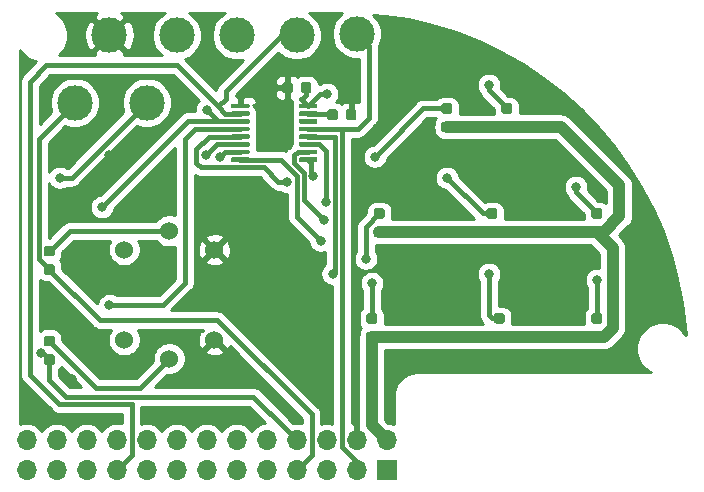
<source format=gbr>
G04 #@! TF.GenerationSoftware,KiCad,Pcbnew,(5.1.4)-1*
G04 #@! TF.CreationDate,2019-12-12T19:55:19+09:00*
G04 #@! TF.ProjectId,microcar_head,6d696372-6f63-4617-925f-686561642e6b,rev?*
G04 #@! TF.SameCoordinates,Original*
G04 #@! TF.FileFunction,Copper,L1,Top*
G04 #@! TF.FilePolarity,Positive*
%FSLAX46Y46*%
G04 Gerber Fmt 4.6, Leading zero omitted, Abs format (unit mm)*
G04 Created by KiCad (PCBNEW (5.1.4)-1) date 2019-12-12 19:55:19*
%MOMM*%
%LPD*%
G04 APERTURE LIST*
%ADD10R,1.700000X1.700000*%
%ADD11O,1.700000X1.700000*%
%ADD12C,3.000000*%
%ADD13C,0.100000*%
%ADD14C,0.875000*%
%ADD15C,1.524000*%
%ADD16C,0.400000*%
%ADD17C,0.800000*%
%ADD18C,0.400000*%
%ADD19C,1.000000*%
%ADD20C,0.254000*%
G04 APERTURE END LIST*
D10*
X50800000Y-64135000D03*
D11*
X50800000Y-61595000D03*
X48260000Y-64135000D03*
X48260000Y-61595000D03*
X45720000Y-64135000D03*
X45720000Y-61595000D03*
X43180000Y-64135000D03*
X43180000Y-61595000D03*
X40640000Y-64135000D03*
X40640000Y-61595000D03*
X38100000Y-64135000D03*
X38100000Y-61595000D03*
X35560000Y-64135000D03*
X35560000Y-61595000D03*
X33020000Y-64135000D03*
X33020000Y-61595000D03*
X30480000Y-64135000D03*
X30480000Y-61595000D03*
X27940000Y-64135000D03*
X27940000Y-61595000D03*
X25400000Y-64135000D03*
X25400000Y-61595000D03*
X22860000Y-64135000D03*
X22860000Y-61595000D03*
X20320000Y-64135000D03*
X20320000Y-61595000D03*
D12*
X48260000Y-27178000D03*
D13*
G36*
X22502691Y-54326053D02*
G01*
X22523926Y-54329203D01*
X22544750Y-54334419D01*
X22564962Y-54341651D01*
X22584368Y-54350830D01*
X22602781Y-54361866D01*
X22620024Y-54374654D01*
X22635930Y-54389070D01*
X22650346Y-54404976D01*
X22663134Y-54422219D01*
X22674170Y-54440632D01*
X22683349Y-54460038D01*
X22690581Y-54480250D01*
X22695797Y-54501074D01*
X22698947Y-54522309D01*
X22700000Y-54543750D01*
X22700000Y-54981250D01*
X22698947Y-55002691D01*
X22695797Y-55023926D01*
X22690581Y-55044750D01*
X22683349Y-55064962D01*
X22674170Y-55084368D01*
X22663134Y-55102781D01*
X22650346Y-55120024D01*
X22635930Y-55135930D01*
X22620024Y-55150346D01*
X22602781Y-55163134D01*
X22584368Y-55174170D01*
X22564962Y-55183349D01*
X22544750Y-55190581D01*
X22523926Y-55195797D01*
X22502691Y-55198947D01*
X22481250Y-55200000D01*
X21968750Y-55200000D01*
X21947309Y-55198947D01*
X21926074Y-55195797D01*
X21905250Y-55190581D01*
X21885038Y-55183349D01*
X21865632Y-55174170D01*
X21847219Y-55163134D01*
X21829976Y-55150346D01*
X21814070Y-55135930D01*
X21799654Y-55120024D01*
X21786866Y-55102781D01*
X21775830Y-55084368D01*
X21766651Y-55064962D01*
X21759419Y-55044750D01*
X21754203Y-55023926D01*
X21751053Y-55002691D01*
X21750000Y-54981250D01*
X21750000Y-54543750D01*
X21751053Y-54522309D01*
X21754203Y-54501074D01*
X21759419Y-54480250D01*
X21766651Y-54460038D01*
X21775830Y-54440632D01*
X21786866Y-54422219D01*
X21799654Y-54404976D01*
X21814070Y-54389070D01*
X21829976Y-54374654D01*
X21847219Y-54361866D01*
X21865632Y-54350830D01*
X21885038Y-54341651D01*
X21905250Y-54334419D01*
X21926074Y-54329203D01*
X21947309Y-54326053D01*
X21968750Y-54325000D01*
X22481250Y-54325000D01*
X22502691Y-54326053D01*
X22502691Y-54326053D01*
G37*
D14*
X22225000Y-54762500D03*
D13*
G36*
X22502691Y-52751053D02*
G01*
X22523926Y-52754203D01*
X22544750Y-52759419D01*
X22564962Y-52766651D01*
X22584368Y-52775830D01*
X22602781Y-52786866D01*
X22620024Y-52799654D01*
X22635930Y-52814070D01*
X22650346Y-52829976D01*
X22663134Y-52847219D01*
X22674170Y-52865632D01*
X22683349Y-52885038D01*
X22690581Y-52905250D01*
X22695797Y-52926074D01*
X22698947Y-52947309D01*
X22700000Y-52968750D01*
X22700000Y-53406250D01*
X22698947Y-53427691D01*
X22695797Y-53448926D01*
X22690581Y-53469750D01*
X22683349Y-53489962D01*
X22674170Y-53509368D01*
X22663134Y-53527781D01*
X22650346Y-53545024D01*
X22635930Y-53560930D01*
X22620024Y-53575346D01*
X22602781Y-53588134D01*
X22584368Y-53599170D01*
X22564962Y-53608349D01*
X22544750Y-53615581D01*
X22523926Y-53620797D01*
X22502691Y-53623947D01*
X22481250Y-53625000D01*
X21968750Y-53625000D01*
X21947309Y-53623947D01*
X21926074Y-53620797D01*
X21905250Y-53615581D01*
X21885038Y-53608349D01*
X21865632Y-53599170D01*
X21847219Y-53588134D01*
X21829976Y-53575346D01*
X21814070Y-53560930D01*
X21799654Y-53545024D01*
X21786866Y-53527781D01*
X21775830Y-53509368D01*
X21766651Y-53489962D01*
X21759419Y-53469750D01*
X21754203Y-53448926D01*
X21751053Y-53427691D01*
X21750000Y-53406250D01*
X21750000Y-52968750D01*
X21751053Y-52947309D01*
X21754203Y-52926074D01*
X21759419Y-52905250D01*
X21766651Y-52885038D01*
X21775830Y-52865632D01*
X21786866Y-52847219D01*
X21799654Y-52829976D01*
X21814070Y-52814070D01*
X21829976Y-52799654D01*
X21847219Y-52786866D01*
X21865632Y-52775830D01*
X21885038Y-52766651D01*
X21905250Y-52759419D01*
X21926074Y-52754203D01*
X21947309Y-52751053D01*
X21968750Y-52750000D01*
X22481250Y-52750000D01*
X22502691Y-52751053D01*
X22502691Y-52751053D01*
G37*
D14*
X22225000Y-53187500D03*
D13*
G36*
X22502691Y-46706053D02*
G01*
X22523926Y-46709203D01*
X22544750Y-46714419D01*
X22564962Y-46721651D01*
X22584368Y-46730830D01*
X22602781Y-46741866D01*
X22620024Y-46754654D01*
X22635930Y-46769070D01*
X22650346Y-46784976D01*
X22663134Y-46802219D01*
X22674170Y-46820632D01*
X22683349Y-46840038D01*
X22690581Y-46860250D01*
X22695797Y-46881074D01*
X22698947Y-46902309D01*
X22700000Y-46923750D01*
X22700000Y-47361250D01*
X22698947Y-47382691D01*
X22695797Y-47403926D01*
X22690581Y-47424750D01*
X22683349Y-47444962D01*
X22674170Y-47464368D01*
X22663134Y-47482781D01*
X22650346Y-47500024D01*
X22635930Y-47515930D01*
X22620024Y-47530346D01*
X22602781Y-47543134D01*
X22584368Y-47554170D01*
X22564962Y-47563349D01*
X22544750Y-47570581D01*
X22523926Y-47575797D01*
X22502691Y-47578947D01*
X22481250Y-47580000D01*
X21968750Y-47580000D01*
X21947309Y-47578947D01*
X21926074Y-47575797D01*
X21905250Y-47570581D01*
X21885038Y-47563349D01*
X21865632Y-47554170D01*
X21847219Y-47543134D01*
X21829976Y-47530346D01*
X21814070Y-47515930D01*
X21799654Y-47500024D01*
X21786866Y-47482781D01*
X21775830Y-47464368D01*
X21766651Y-47444962D01*
X21759419Y-47424750D01*
X21754203Y-47403926D01*
X21751053Y-47382691D01*
X21750000Y-47361250D01*
X21750000Y-46923750D01*
X21751053Y-46902309D01*
X21754203Y-46881074D01*
X21759419Y-46860250D01*
X21766651Y-46840038D01*
X21775830Y-46820632D01*
X21786866Y-46802219D01*
X21799654Y-46784976D01*
X21814070Y-46769070D01*
X21829976Y-46754654D01*
X21847219Y-46741866D01*
X21865632Y-46730830D01*
X21885038Y-46721651D01*
X21905250Y-46714419D01*
X21926074Y-46709203D01*
X21947309Y-46706053D01*
X21968750Y-46705000D01*
X22481250Y-46705000D01*
X22502691Y-46706053D01*
X22502691Y-46706053D01*
G37*
D14*
X22225000Y-47142500D03*
D13*
G36*
X22502691Y-45131053D02*
G01*
X22523926Y-45134203D01*
X22544750Y-45139419D01*
X22564962Y-45146651D01*
X22584368Y-45155830D01*
X22602781Y-45166866D01*
X22620024Y-45179654D01*
X22635930Y-45194070D01*
X22650346Y-45209976D01*
X22663134Y-45227219D01*
X22674170Y-45245632D01*
X22683349Y-45265038D01*
X22690581Y-45285250D01*
X22695797Y-45306074D01*
X22698947Y-45327309D01*
X22700000Y-45348750D01*
X22700000Y-45786250D01*
X22698947Y-45807691D01*
X22695797Y-45828926D01*
X22690581Y-45849750D01*
X22683349Y-45869962D01*
X22674170Y-45889368D01*
X22663134Y-45907781D01*
X22650346Y-45925024D01*
X22635930Y-45940930D01*
X22620024Y-45955346D01*
X22602781Y-45968134D01*
X22584368Y-45979170D01*
X22564962Y-45988349D01*
X22544750Y-45995581D01*
X22523926Y-46000797D01*
X22502691Y-46003947D01*
X22481250Y-46005000D01*
X21968750Y-46005000D01*
X21947309Y-46003947D01*
X21926074Y-46000797D01*
X21905250Y-45995581D01*
X21885038Y-45988349D01*
X21865632Y-45979170D01*
X21847219Y-45968134D01*
X21829976Y-45955346D01*
X21814070Y-45940930D01*
X21799654Y-45925024D01*
X21786866Y-45907781D01*
X21775830Y-45889368D01*
X21766651Y-45869962D01*
X21759419Y-45849750D01*
X21754203Y-45828926D01*
X21751053Y-45807691D01*
X21750000Y-45786250D01*
X21750000Y-45348750D01*
X21751053Y-45327309D01*
X21754203Y-45306074D01*
X21759419Y-45285250D01*
X21766651Y-45265038D01*
X21775830Y-45245632D01*
X21786866Y-45227219D01*
X21799654Y-45209976D01*
X21814070Y-45194070D01*
X21829976Y-45179654D01*
X21847219Y-45166866D01*
X21865632Y-45155830D01*
X21885038Y-45146651D01*
X21905250Y-45139419D01*
X21926074Y-45134203D01*
X21947309Y-45131053D01*
X21968750Y-45130000D01*
X22481250Y-45130000D01*
X22502691Y-45131053D01*
X22502691Y-45131053D01*
G37*
D14*
X22225000Y-45567500D03*
D15*
X36203377Y-45457623D03*
X32385000Y-43876000D03*
X28566623Y-45457623D03*
X36203377Y-53094377D03*
X32385000Y-54676000D03*
X28566623Y-53094377D03*
D12*
X30480000Y-33020000D03*
X24384000Y-33020000D03*
X43180000Y-27305000D03*
X38100000Y-27305000D03*
X33020000Y-27305000D03*
X27305000Y-27305000D03*
D13*
G36*
X42632691Y-31276053D02*
G01*
X42653926Y-31279203D01*
X42674750Y-31284419D01*
X42694962Y-31291651D01*
X42714368Y-31300830D01*
X42732781Y-31311866D01*
X42750024Y-31324654D01*
X42765930Y-31339070D01*
X42780346Y-31354976D01*
X42793134Y-31372219D01*
X42804170Y-31390632D01*
X42813349Y-31410038D01*
X42820581Y-31430250D01*
X42825797Y-31451074D01*
X42828947Y-31472309D01*
X42830000Y-31493750D01*
X42830000Y-32006250D01*
X42828947Y-32027691D01*
X42825797Y-32048926D01*
X42820581Y-32069750D01*
X42813349Y-32089962D01*
X42804170Y-32109368D01*
X42793134Y-32127781D01*
X42780346Y-32145024D01*
X42765930Y-32160930D01*
X42750024Y-32175346D01*
X42732781Y-32188134D01*
X42714368Y-32199170D01*
X42694962Y-32208349D01*
X42674750Y-32215581D01*
X42653926Y-32220797D01*
X42632691Y-32223947D01*
X42611250Y-32225000D01*
X42173750Y-32225000D01*
X42152309Y-32223947D01*
X42131074Y-32220797D01*
X42110250Y-32215581D01*
X42090038Y-32208349D01*
X42070632Y-32199170D01*
X42052219Y-32188134D01*
X42034976Y-32175346D01*
X42019070Y-32160930D01*
X42004654Y-32145024D01*
X41991866Y-32127781D01*
X41980830Y-32109368D01*
X41971651Y-32089962D01*
X41964419Y-32069750D01*
X41959203Y-32048926D01*
X41956053Y-32027691D01*
X41955000Y-32006250D01*
X41955000Y-31493750D01*
X41956053Y-31472309D01*
X41959203Y-31451074D01*
X41964419Y-31430250D01*
X41971651Y-31410038D01*
X41980830Y-31390632D01*
X41991866Y-31372219D01*
X42004654Y-31354976D01*
X42019070Y-31339070D01*
X42034976Y-31324654D01*
X42052219Y-31311866D01*
X42070632Y-31300830D01*
X42090038Y-31291651D01*
X42110250Y-31284419D01*
X42131074Y-31279203D01*
X42152309Y-31276053D01*
X42173750Y-31275000D01*
X42611250Y-31275000D01*
X42632691Y-31276053D01*
X42632691Y-31276053D01*
G37*
D14*
X42392500Y-31750000D03*
D13*
G36*
X44207691Y-31276053D02*
G01*
X44228926Y-31279203D01*
X44249750Y-31284419D01*
X44269962Y-31291651D01*
X44289368Y-31300830D01*
X44307781Y-31311866D01*
X44325024Y-31324654D01*
X44340930Y-31339070D01*
X44355346Y-31354976D01*
X44368134Y-31372219D01*
X44379170Y-31390632D01*
X44388349Y-31410038D01*
X44395581Y-31430250D01*
X44400797Y-31451074D01*
X44403947Y-31472309D01*
X44405000Y-31493750D01*
X44405000Y-32006250D01*
X44403947Y-32027691D01*
X44400797Y-32048926D01*
X44395581Y-32069750D01*
X44388349Y-32089962D01*
X44379170Y-32109368D01*
X44368134Y-32127781D01*
X44355346Y-32145024D01*
X44340930Y-32160930D01*
X44325024Y-32175346D01*
X44307781Y-32188134D01*
X44289368Y-32199170D01*
X44269962Y-32208349D01*
X44249750Y-32215581D01*
X44228926Y-32220797D01*
X44207691Y-32223947D01*
X44186250Y-32225000D01*
X43748750Y-32225000D01*
X43727309Y-32223947D01*
X43706074Y-32220797D01*
X43685250Y-32215581D01*
X43665038Y-32208349D01*
X43645632Y-32199170D01*
X43627219Y-32188134D01*
X43609976Y-32175346D01*
X43594070Y-32160930D01*
X43579654Y-32145024D01*
X43566866Y-32127781D01*
X43555830Y-32109368D01*
X43546651Y-32089962D01*
X43539419Y-32069750D01*
X43534203Y-32048926D01*
X43531053Y-32027691D01*
X43530000Y-32006250D01*
X43530000Y-31493750D01*
X43531053Y-31472309D01*
X43534203Y-31451074D01*
X43539419Y-31430250D01*
X43546651Y-31410038D01*
X43555830Y-31390632D01*
X43566866Y-31372219D01*
X43579654Y-31354976D01*
X43594070Y-31339070D01*
X43609976Y-31324654D01*
X43627219Y-31311866D01*
X43645632Y-31300830D01*
X43665038Y-31291651D01*
X43685250Y-31284419D01*
X43706074Y-31279203D01*
X43727309Y-31276053D01*
X43748750Y-31275000D01*
X44186250Y-31275000D01*
X44207691Y-31276053D01*
X44207691Y-31276053D01*
G37*
D14*
X43967500Y-31750000D03*
D13*
G36*
X46442691Y-33562053D02*
G01*
X46463926Y-33565203D01*
X46484750Y-33570419D01*
X46504962Y-33577651D01*
X46524368Y-33586830D01*
X46542781Y-33597866D01*
X46560024Y-33610654D01*
X46575930Y-33625070D01*
X46590346Y-33640976D01*
X46603134Y-33658219D01*
X46614170Y-33676632D01*
X46623349Y-33696038D01*
X46630581Y-33716250D01*
X46635797Y-33737074D01*
X46638947Y-33758309D01*
X46640000Y-33779750D01*
X46640000Y-34292250D01*
X46638947Y-34313691D01*
X46635797Y-34334926D01*
X46630581Y-34355750D01*
X46623349Y-34375962D01*
X46614170Y-34395368D01*
X46603134Y-34413781D01*
X46590346Y-34431024D01*
X46575930Y-34446930D01*
X46560024Y-34461346D01*
X46542781Y-34474134D01*
X46524368Y-34485170D01*
X46504962Y-34494349D01*
X46484750Y-34501581D01*
X46463926Y-34506797D01*
X46442691Y-34509947D01*
X46421250Y-34511000D01*
X45983750Y-34511000D01*
X45962309Y-34509947D01*
X45941074Y-34506797D01*
X45920250Y-34501581D01*
X45900038Y-34494349D01*
X45880632Y-34485170D01*
X45862219Y-34474134D01*
X45844976Y-34461346D01*
X45829070Y-34446930D01*
X45814654Y-34431024D01*
X45801866Y-34413781D01*
X45790830Y-34395368D01*
X45781651Y-34375962D01*
X45774419Y-34355750D01*
X45769203Y-34334926D01*
X45766053Y-34313691D01*
X45765000Y-34292250D01*
X45765000Y-33779750D01*
X45766053Y-33758309D01*
X45769203Y-33737074D01*
X45774419Y-33716250D01*
X45781651Y-33696038D01*
X45790830Y-33676632D01*
X45801866Y-33658219D01*
X45814654Y-33640976D01*
X45829070Y-33625070D01*
X45844976Y-33610654D01*
X45862219Y-33597866D01*
X45880632Y-33586830D01*
X45900038Y-33577651D01*
X45920250Y-33570419D01*
X45941074Y-33565203D01*
X45962309Y-33562053D01*
X45983750Y-33561000D01*
X46421250Y-33561000D01*
X46442691Y-33562053D01*
X46442691Y-33562053D01*
G37*
D14*
X46202500Y-34036000D03*
D13*
G36*
X48017691Y-33562053D02*
G01*
X48038926Y-33565203D01*
X48059750Y-33570419D01*
X48079962Y-33577651D01*
X48099368Y-33586830D01*
X48117781Y-33597866D01*
X48135024Y-33610654D01*
X48150930Y-33625070D01*
X48165346Y-33640976D01*
X48178134Y-33658219D01*
X48189170Y-33676632D01*
X48198349Y-33696038D01*
X48205581Y-33716250D01*
X48210797Y-33737074D01*
X48213947Y-33758309D01*
X48215000Y-33779750D01*
X48215000Y-34292250D01*
X48213947Y-34313691D01*
X48210797Y-34334926D01*
X48205581Y-34355750D01*
X48198349Y-34375962D01*
X48189170Y-34395368D01*
X48178134Y-34413781D01*
X48165346Y-34431024D01*
X48150930Y-34446930D01*
X48135024Y-34461346D01*
X48117781Y-34474134D01*
X48099368Y-34485170D01*
X48079962Y-34494349D01*
X48059750Y-34501581D01*
X48038926Y-34506797D01*
X48017691Y-34509947D01*
X47996250Y-34511000D01*
X47558750Y-34511000D01*
X47537309Y-34509947D01*
X47516074Y-34506797D01*
X47495250Y-34501581D01*
X47475038Y-34494349D01*
X47455632Y-34485170D01*
X47437219Y-34474134D01*
X47419976Y-34461346D01*
X47404070Y-34446930D01*
X47389654Y-34431024D01*
X47376866Y-34413781D01*
X47365830Y-34395368D01*
X47356651Y-34375962D01*
X47349419Y-34355750D01*
X47344203Y-34334926D01*
X47341053Y-34313691D01*
X47340000Y-34292250D01*
X47340000Y-33779750D01*
X47341053Y-33758309D01*
X47344203Y-33737074D01*
X47349419Y-33716250D01*
X47356651Y-33696038D01*
X47365830Y-33676632D01*
X47376866Y-33658219D01*
X47389654Y-33640976D01*
X47404070Y-33625070D01*
X47419976Y-33610654D01*
X47437219Y-33597866D01*
X47455632Y-33586830D01*
X47475038Y-33577651D01*
X47495250Y-33570419D01*
X47516074Y-33565203D01*
X47537309Y-33562053D01*
X47558750Y-33561000D01*
X47996250Y-33561000D01*
X48017691Y-33562053D01*
X48017691Y-33562053D01*
G37*
D14*
X47777500Y-34036000D03*
D13*
G36*
X60602691Y-52421053D02*
G01*
X60623926Y-52424203D01*
X60644750Y-52429419D01*
X60664962Y-52436651D01*
X60684368Y-52445830D01*
X60702781Y-52456866D01*
X60720024Y-52469654D01*
X60735930Y-52484070D01*
X60750346Y-52499976D01*
X60763134Y-52517219D01*
X60774170Y-52535632D01*
X60783349Y-52555038D01*
X60790581Y-52575250D01*
X60795797Y-52596074D01*
X60798947Y-52617309D01*
X60800000Y-52638750D01*
X60800000Y-53076250D01*
X60798947Y-53097691D01*
X60795797Y-53118926D01*
X60790581Y-53139750D01*
X60783349Y-53159962D01*
X60774170Y-53179368D01*
X60763134Y-53197781D01*
X60750346Y-53215024D01*
X60735930Y-53230930D01*
X60720024Y-53245346D01*
X60702781Y-53258134D01*
X60684368Y-53269170D01*
X60664962Y-53278349D01*
X60644750Y-53285581D01*
X60623926Y-53290797D01*
X60602691Y-53293947D01*
X60581250Y-53295000D01*
X60068750Y-53295000D01*
X60047309Y-53293947D01*
X60026074Y-53290797D01*
X60005250Y-53285581D01*
X59985038Y-53278349D01*
X59965632Y-53269170D01*
X59947219Y-53258134D01*
X59929976Y-53245346D01*
X59914070Y-53230930D01*
X59899654Y-53215024D01*
X59886866Y-53197781D01*
X59875830Y-53179368D01*
X59866651Y-53159962D01*
X59859419Y-53139750D01*
X59854203Y-53118926D01*
X59851053Y-53097691D01*
X59850000Y-53076250D01*
X59850000Y-52638750D01*
X59851053Y-52617309D01*
X59854203Y-52596074D01*
X59859419Y-52575250D01*
X59866651Y-52555038D01*
X59875830Y-52535632D01*
X59886866Y-52517219D01*
X59899654Y-52499976D01*
X59914070Y-52484070D01*
X59929976Y-52469654D01*
X59947219Y-52456866D01*
X59965632Y-52445830D01*
X59985038Y-52436651D01*
X60005250Y-52429419D01*
X60026074Y-52424203D01*
X60047309Y-52421053D01*
X60068750Y-52420000D01*
X60581250Y-52420000D01*
X60602691Y-52421053D01*
X60602691Y-52421053D01*
G37*
D14*
X60325000Y-52857500D03*
D13*
G36*
X60602691Y-50846053D02*
G01*
X60623926Y-50849203D01*
X60644750Y-50854419D01*
X60664962Y-50861651D01*
X60684368Y-50870830D01*
X60702781Y-50881866D01*
X60720024Y-50894654D01*
X60735930Y-50909070D01*
X60750346Y-50924976D01*
X60763134Y-50942219D01*
X60774170Y-50960632D01*
X60783349Y-50980038D01*
X60790581Y-51000250D01*
X60795797Y-51021074D01*
X60798947Y-51042309D01*
X60800000Y-51063750D01*
X60800000Y-51501250D01*
X60798947Y-51522691D01*
X60795797Y-51543926D01*
X60790581Y-51564750D01*
X60783349Y-51584962D01*
X60774170Y-51604368D01*
X60763134Y-51622781D01*
X60750346Y-51640024D01*
X60735930Y-51655930D01*
X60720024Y-51670346D01*
X60702781Y-51683134D01*
X60684368Y-51694170D01*
X60664962Y-51703349D01*
X60644750Y-51710581D01*
X60623926Y-51715797D01*
X60602691Y-51718947D01*
X60581250Y-51720000D01*
X60068750Y-51720000D01*
X60047309Y-51718947D01*
X60026074Y-51715797D01*
X60005250Y-51710581D01*
X59985038Y-51703349D01*
X59965632Y-51694170D01*
X59947219Y-51683134D01*
X59929976Y-51670346D01*
X59914070Y-51655930D01*
X59899654Y-51640024D01*
X59886866Y-51622781D01*
X59875830Y-51604368D01*
X59866651Y-51584962D01*
X59859419Y-51564750D01*
X59854203Y-51543926D01*
X59851053Y-51522691D01*
X59850000Y-51501250D01*
X59850000Y-51063750D01*
X59851053Y-51042309D01*
X59854203Y-51021074D01*
X59859419Y-51000250D01*
X59866651Y-50980038D01*
X59875830Y-50960632D01*
X59886866Y-50942219D01*
X59899654Y-50924976D01*
X59914070Y-50909070D01*
X59929976Y-50894654D01*
X59947219Y-50881866D01*
X59965632Y-50870830D01*
X59985038Y-50861651D01*
X60005250Y-50854419D01*
X60026074Y-50849203D01*
X60047309Y-50846053D01*
X60068750Y-50845000D01*
X60581250Y-50845000D01*
X60602691Y-50846053D01*
X60602691Y-50846053D01*
G37*
D14*
X60325000Y-51282500D03*
D13*
G36*
X61237691Y-34641053D02*
G01*
X61258926Y-34644203D01*
X61279750Y-34649419D01*
X61299962Y-34656651D01*
X61319368Y-34665830D01*
X61337781Y-34676866D01*
X61355024Y-34689654D01*
X61370930Y-34704070D01*
X61385346Y-34719976D01*
X61398134Y-34737219D01*
X61409170Y-34755632D01*
X61418349Y-34775038D01*
X61425581Y-34795250D01*
X61430797Y-34816074D01*
X61433947Y-34837309D01*
X61435000Y-34858750D01*
X61435000Y-35296250D01*
X61433947Y-35317691D01*
X61430797Y-35338926D01*
X61425581Y-35359750D01*
X61418349Y-35379962D01*
X61409170Y-35399368D01*
X61398134Y-35417781D01*
X61385346Y-35435024D01*
X61370930Y-35450930D01*
X61355024Y-35465346D01*
X61337781Y-35478134D01*
X61319368Y-35489170D01*
X61299962Y-35498349D01*
X61279750Y-35505581D01*
X61258926Y-35510797D01*
X61237691Y-35513947D01*
X61216250Y-35515000D01*
X60703750Y-35515000D01*
X60682309Y-35513947D01*
X60661074Y-35510797D01*
X60640250Y-35505581D01*
X60620038Y-35498349D01*
X60600632Y-35489170D01*
X60582219Y-35478134D01*
X60564976Y-35465346D01*
X60549070Y-35450930D01*
X60534654Y-35435024D01*
X60521866Y-35417781D01*
X60510830Y-35399368D01*
X60501651Y-35379962D01*
X60494419Y-35359750D01*
X60489203Y-35338926D01*
X60486053Y-35317691D01*
X60485000Y-35296250D01*
X60485000Y-34858750D01*
X60486053Y-34837309D01*
X60489203Y-34816074D01*
X60494419Y-34795250D01*
X60501651Y-34775038D01*
X60510830Y-34755632D01*
X60521866Y-34737219D01*
X60534654Y-34719976D01*
X60549070Y-34704070D01*
X60564976Y-34689654D01*
X60582219Y-34676866D01*
X60600632Y-34665830D01*
X60620038Y-34656651D01*
X60640250Y-34649419D01*
X60661074Y-34644203D01*
X60682309Y-34641053D01*
X60703750Y-34640000D01*
X61216250Y-34640000D01*
X61237691Y-34641053D01*
X61237691Y-34641053D01*
G37*
D14*
X60960000Y-35077500D03*
D13*
G36*
X61237691Y-33066053D02*
G01*
X61258926Y-33069203D01*
X61279750Y-33074419D01*
X61299962Y-33081651D01*
X61319368Y-33090830D01*
X61337781Y-33101866D01*
X61355024Y-33114654D01*
X61370930Y-33129070D01*
X61385346Y-33144976D01*
X61398134Y-33162219D01*
X61409170Y-33180632D01*
X61418349Y-33200038D01*
X61425581Y-33220250D01*
X61430797Y-33241074D01*
X61433947Y-33262309D01*
X61435000Y-33283750D01*
X61435000Y-33721250D01*
X61433947Y-33742691D01*
X61430797Y-33763926D01*
X61425581Y-33784750D01*
X61418349Y-33804962D01*
X61409170Y-33824368D01*
X61398134Y-33842781D01*
X61385346Y-33860024D01*
X61370930Y-33875930D01*
X61355024Y-33890346D01*
X61337781Y-33903134D01*
X61319368Y-33914170D01*
X61299962Y-33923349D01*
X61279750Y-33930581D01*
X61258926Y-33935797D01*
X61237691Y-33938947D01*
X61216250Y-33940000D01*
X60703750Y-33940000D01*
X60682309Y-33938947D01*
X60661074Y-33935797D01*
X60640250Y-33930581D01*
X60620038Y-33923349D01*
X60600632Y-33914170D01*
X60582219Y-33903134D01*
X60564976Y-33890346D01*
X60549070Y-33875930D01*
X60534654Y-33860024D01*
X60521866Y-33842781D01*
X60510830Y-33824368D01*
X60501651Y-33804962D01*
X60494419Y-33784750D01*
X60489203Y-33763926D01*
X60486053Y-33742691D01*
X60485000Y-33721250D01*
X60485000Y-33283750D01*
X60486053Y-33262309D01*
X60489203Y-33241074D01*
X60494419Y-33220250D01*
X60501651Y-33200038D01*
X60510830Y-33180632D01*
X60521866Y-33162219D01*
X60534654Y-33144976D01*
X60549070Y-33129070D01*
X60564976Y-33114654D01*
X60582219Y-33101866D01*
X60600632Y-33090830D01*
X60620038Y-33081651D01*
X60640250Y-33074419D01*
X60661074Y-33069203D01*
X60682309Y-33066053D01*
X60703750Y-33065000D01*
X61216250Y-33065000D01*
X61237691Y-33066053D01*
X61237691Y-33066053D01*
G37*
D14*
X60960000Y-33502500D03*
D13*
G36*
X68857691Y-43531053D02*
G01*
X68878926Y-43534203D01*
X68899750Y-43539419D01*
X68919962Y-43546651D01*
X68939368Y-43555830D01*
X68957781Y-43566866D01*
X68975024Y-43579654D01*
X68990930Y-43594070D01*
X69005346Y-43609976D01*
X69018134Y-43627219D01*
X69029170Y-43645632D01*
X69038349Y-43665038D01*
X69045581Y-43685250D01*
X69050797Y-43706074D01*
X69053947Y-43727309D01*
X69055000Y-43748750D01*
X69055000Y-44186250D01*
X69053947Y-44207691D01*
X69050797Y-44228926D01*
X69045581Y-44249750D01*
X69038349Y-44269962D01*
X69029170Y-44289368D01*
X69018134Y-44307781D01*
X69005346Y-44325024D01*
X68990930Y-44340930D01*
X68975024Y-44355346D01*
X68957781Y-44368134D01*
X68939368Y-44379170D01*
X68919962Y-44388349D01*
X68899750Y-44395581D01*
X68878926Y-44400797D01*
X68857691Y-44403947D01*
X68836250Y-44405000D01*
X68323750Y-44405000D01*
X68302309Y-44403947D01*
X68281074Y-44400797D01*
X68260250Y-44395581D01*
X68240038Y-44388349D01*
X68220632Y-44379170D01*
X68202219Y-44368134D01*
X68184976Y-44355346D01*
X68169070Y-44340930D01*
X68154654Y-44325024D01*
X68141866Y-44307781D01*
X68130830Y-44289368D01*
X68121651Y-44269962D01*
X68114419Y-44249750D01*
X68109203Y-44228926D01*
X68106053Y-44207691D01*
X68105000Y-44186250D01*
X68105000Y-43748750D01*
X68106053Y-43727309D01*
X68109203Y-43706074D01*
X68114419Y-43685250D01*
X68121651Y-43665038D01*
X68130830Y-43645632D01*
X68141866Y-43627219D01*
X68154654Y-43609976D01*
X68169070Y-43594070D01*
X68184976Y-43579654D01*
X68202219Y-43566866D01*
X68220632Y-43555830D01*
X68240038Y-43546651D01*
X68260250Y-43539419D01*
X68281074Y-43534203D01*
X68302309Y-43531053D01*
X68323750Y-43530000D01*
X68836250Y-43530000D01*
X68857691Y-43531053D01*
X68857691Y-43531053D01*
G37*
D14*
X68580000Y-43967500D03*
D13*
G36*
X68857691Y-41956053D02*
G01*
X68878926Y-41959203D01*
X68899750Y-41964419D01*
X68919962Y-41971651D01*
X68939368Y-41980830D01*
X68957781Y-41991866D01*
X68975024Y-42004654D01*
X68990930Y-42019070D01*
X69005346Y-42034976D01*
X69018134Y-42052219D01*
X69029170Y-42070632D01*
X69038349Y-42090038D01*
X69045581Y-42110250D01*
X69050797Y-42131074D01*
X69053947Y-42152309D01*
X69055000Y-42173750D01*
X69055000Y-42611250D01*
X69053947Y-42632691D01*
X69050797Y-42653926D01*
X69045581Y-42674750D01*
X69038349Y-42694962D01*
X69029170Y-42714368D01*
X69018134Y-42732781D01*
X69005346Y-42750024D01*
X68990930Y-42765930D01*
X68975024Y-42780346D01*
X68957781Y-42793134D01*
X68939368Y-42804170D01*
X68919962Y-42813349D01*
X68899750Y-42820581D01*
X68878926Y-42825797D01*
X68857691Y-42828947D01*
X68836250Y-42830000D01*
X68323750Y-42830000D01*
X68302309Y-42828947D01*
X68281074Y-42825797D01*
X68260250Y-42820581D01*
X68240038Y-42813349D01*
X68220632Y-42804170D01*
X68202219Y-42793134D01*
X68184976Y-42780346D01*
X68169070Y-42765930D01*
X68154654Y-42750024D01*
X68141866Y-42732781D01*
X68130830Y-42714368D01*
X68121651Y-42694962D01*
X68114419Y-42674750D01*
X68109203Y-42653926D01*
X68106053Y-42632691D01*
X68105000Y-42611250D01*
X68105000Y-42173750D01*
X68106053Y-42152309D01*
X68109203Y-42131074D01*
X68114419Y-42110250D01*
X68121651Y-42090038D01*
X68130830Y-42070632D01*
X68141866Y-42052219D01*
X68154654Y-42034976D01*
X68169070Y-42019070D01*
X68184976Y-42004654D01*
X68202219Y-41991866D01*
X68220632Y-41980830D01*
X68240038Y-41971651D01*
X68260250Y-41964419D01*
X68281074Y-41959203D01*
X68302309Y-41956053D01*
X68323750Y-41955000D01*
X68836250Y-41955000D01*
X68857691Y-41956053D01*
X68857691Y-41956053D01*
G37*
D14*
X68580000Y-42392500D03*
D13*
G36*
X49807691Y-52421053D02*
G01*
X49828926Y-52424203D01*
X49849750Y-52429419D01*
X49869962Y-52436651D01*
X49889368Y-52445830D01*
X49907781Y-52456866D01*
X49925024Y-52469654D01*
X49940930Y-52484070D01*
X49955346Y-52499976D01*
X49968134Y-52517219D01*
X49979170Y-52535632D01*
X49988349Y-52555038D01*
X49995581Y-52575250D01*
X50000797Y-52596074D01*
X50003947Y-52617309D01*
X50005000Y-52638750D01*
X50005000Y-53076250D01*
X50003947Y-53097691D01*
X50000797Y-53118926D01*
X49995581Y-53139750D01*
X49988349Y-53159962D01*
X49979170Y-53179368D01*
X49968134Y-53197781D01*
X49955346Y-53215024D01*
X49940930Y-53230930D01*
X49925024Y-53245346D01*
X49907781Y-53258134D01*
X49889368Y-53269170D01*
X49869962Y-53278349D01*
X49849750Y-53285581D01*
X49828926Y-53290797D01*
X49807691Y-53293947D01*
X49786250Y-53295000D01*
X49273750Y-53295000D01*
X49252309Y-53293947D01*
X49231074Y-53290797D01*
X49210250Y-53285581D01*
X49190038Y-53278349D01*
X49170632Y-53269170D01*
X49152219Y-53258134D01*
X49134976Y-53245346D01*
X49119070Y-53230930D01*
X49104654Y-53215024D01*
X49091866Y-53197781D01*
X49080830Y-53179368D01*
X49071651Y-53159962D01*
X49064419Y-53139750D01*
X49059203Y-53118926D01*
X49056053Y-53097691D01*
X49055000Y-53076250D01*
X49055000Y-52638750D01*
X49056053Y-52617309D01*
X49059203Y-52596074D01*
X49064419Y-52575250D01*
X49071651Y-52555038D01*
X49080830Y-52535632D01*
X49091866Y-52517219D01*
X49104654Y-52499976D01*
X49119070Y-52484070D01*
X49134976Y-52469654D01*
X49152219Y-52456866D01*
X49170632Y-52445830D01*
X49190038Y-52436651D01*
X49210250Y-52429419D01*
X49231074Y-52424203D01*
X49252309Y-52421053D01*
X49273750Y-52420000D01*
X49786250Y-52420000D01*
X49807691Y-52421053D01*
X49807691Y-52421053D01*
G37*
D14*
X49530000Y-52857500D03*
D13*
G36*
X49807691Y-50846053D02*
G01*
X49828926Y-50849203D01*
X49849750Y-50854419D01*
X49869962Y-50861651D01*
X49889368Y-50870830D01*
X49907781Y-50881866D01*
X49925024Y-50894654D01*
X49940930Y-50909070D01*
X49955346Y-50924976D01*
X49968134Y-50942219D01*
X49979170Y-50960632D01*
X49988349Y-50980038D01*
X49995581Y-51000250D01*
X50000797Y-51021074D01*
X50003947Y-51042309D01*
X50005000Y-51063750D01*
X50005000Y-51501250D01*
X50003947Y-51522691D01*
X50000797Y-51543926D01*
X49995581Y-51564750D01*
X49988349Y-51584962D01*
X49979170Y-51604368D01*
X49968134Y-51622781D01*
X49955346Y-51640024D01*
X49940930Y-51655930D01*
X49925024Y-51670346D01*
X49907781Y-51683134D01*
X49889368Y-51694170D01*
X49869962Y-51703349D01*
X49849750Y-51710581D01*
X49828926Y-51715797D01*
X49807691Y-51718947D01*
X49786250Y-51720000D01*
X49273750Y-51720000D01*
X49252309Y-51718947D01*
X49231074Y-51715797D01*
X49210250Y-51710581D01*
X49190038Y-51703349D01*
X49170632Y-51694170D01*
X49152219Y-51683134D01*
X49134976Y-51670346D01*
X49119070Y-51655930D01*
X49104654Y-51640024D01*
X49091866Y-51622781D01*
X49080830Y-51604368D01*
X49071651Y-51584962D01*
X49064419Y-51564750D01*
X49059203Y-51543926D01*
X49056053Y-51522691D01*
X49055000Y-51501250D01*
X49055000Y-51063750D01*
X49056053Y-51042309D01*
X49059203Y-51021074D01*
X49064419Y-51000250D01*
X49071651Y-50980038D01*
X49080830Y-50960632D01*
X49091866Y-50942219D01*
X49104654Y-50924976D01*
X49119070Y-50909070D01*
X49134976Y-50894654D01*
X49152219Y-50881866D01*
X49170632Y-50870830D01*
X49190038Y-50861651D01*
X49210250Y-50854419D01*
X49231074Y-50849203D01*
X49252309Y-50846053D01*
X49273750Y-50845000D01*
X49786250Y-50845000D01*
X49807691Y-50846053D01*
X49807691Y-50846053D01*
G37*
D14*
X49530000Y-51282500D03*
D13*
G36*
X50442691Y-43531053D02*
G01*
X50463926Y-43534203D01*
X50484750Y-43539419D01*
X50504962Y-43546651D01*
X50524368Y-43555830D01*
X50542781Y-43566866D01*
X50560024Y-43579654D01*
X50575930Y-43594070D01*
X50590346Y-43609976D01*
X50603134Y-43627219D01*
X50614170Y-43645632D01*
X50623349Y-43665038D01*
X50630581Y-43685250D01*
X50635797Y-43706074D01*
X50638947Y-43727309D01*
X50640000Y-43748750D01*
X50640000Y-44186250D01*
X50638947Y-44207691D01*
X50635797Y-44228926D01*
X50630581Y-44249750D01*
X50623349Y-44269962D01*
X50614170Y-44289368D01*
X50603134Y-44307781D01*
X50590346Y-44325024D01*
X50575930Y-44340930D01*
X50560024Y-44355346D01*
X50542781Y-44368134D01*
X50524368Y-44379170D01*
X50504962Y-44388349D01*
X50484750Y-44395581D01*
X50463926Y-44400797D01*
X50442691Y-44403947D01*
X50421250Y-44405000D01*
X49908750Y-44405000D01*
X49887309Y-44403947D01*
X49866074Y-44400797D01*
X49845250Y-44395581D01*
X49825038Y-44388349D01*
X49805632Y-44379170D01*
X49787219Y-44368134D01*
X49769976Y-44355346D01*
X49754070Y-44340930D01*
X49739654Y-44325024D01*
X49726866Y-44307781D01*
X49715830Y-44289368D01*
X49706651Y-44269962D01*
X49699419Y-44249750D01*
X49694203Y-44228926D01*
X49691053Y-44207691D01*
X49690000Y-44186250D01*
X49690000Y-43748750D01*
X49691053Y-43727309D01*
X49694203Y-43706074D01*
X49699419Y-43685250D01*
X49706651Y-43665038D01*
X49715830Y-43645632D01*
X49726866Y-43627219D01*
X49739654Y-43609976D01*
X49754070Y-43594070D01*
X49769976Y-43579654D01*
X49787219Y-43566866D01*
X49805632Y-43555830D01*
X49825038Y-43546651D01*
X49845250Y-43539419D01*
X49866074Y-43534203D01*
X49887309Y-43531053D01*
X49908750Y-43530000D01*
X50421250Y-43530000D01*
X50442691Y-43531053D01*
X50442691Y-43531053D01*
G37*
D14*
X50165000Y-43967500D03*
D13*
G36*
X50442691Y-41956053D02*
G01*
X50463926Y-41959203D01*
X50484750Y-41964419D01*
X50504962Y-41971651D01*
X50524368Y-41980830D01*
X50542781Y-41991866D01*
X50560024Y-42004654D01*
X50575930Y-42019070D01*
X50590346Y-42034976D01*
X50603134Y-42052219D01*
X50614170Y-42070632D01*
X50623349Y-42090038D01*
X50630581Y-42110250D01*
X50635797Y-42131074D01*
X50638947Y-42152309D01*
X50640000Y-42173750D01*
X50640000Y-42611250D01*
X50638947Y-42632691D01*
X50635797Y-42653926D01*
X50630581Y-42674750D01*
X50623349Y-42694962D01*
X50614170Y-42714368D01*
X50603134Y-42732781D01*
X50590346Y-42750024D01*
X50575930Y-42765930D01*
X50560024Y-42780346D01*
X50542781Y-42793134D01*
X50524368Y-42804170D01*
X50504962Y-42813349D01*
X50484750Y-42820581D01*
X50463926Y-42825797D01*
X50442691Y-42828947D01*
X50421250Y-42830000D01*
X49908750Y-42830000D01*
X49887309Y-42828947D01*
X49866074Y-42825797D01*
X49845250Y-42820581D01*
X49825038Y-42813349D01*
X49805632Y-42804170D01*
X49787219Y-42793134D01*
X49769976Y-42780346D01*
X49754070Y-42765930D01*
X49739654Y-42750024D01*
X49726866Y-42732781D01*
X49715830Y-42714368D01*
X49706651Y-42694962D01*
X49699419Y-42674750D01*
X49694203Y-42653926D01*
X49691053Y-42632691D01*
X49690000Y-42611250D01*
X49690000Y-42173750D01*
X49691053Y-42152309D01*
X49694203Y-42131074D01*
X49699419Y-42110250D01*
X49706651Y-42090038D01*
X49715830Y-42070632D01*
X49726866Y-42052219D01*
X49739654Y-42034976D01*
X49754070Y-42019070D01*
X49769976Y-42004654D01*
X49787219Y-41991866D01*
X49805632Y-41980830D01*
X49825038Y-41971651D01*
X49845250Y-41964419D01*
X49866074Y-41959203D01*
X49887309Y-41956053D01*
X49908750Y-41955000D01*
X50421250Y-41955000D01*
X50442691Y-41956053D01*
X50442691Y-41956053D01*
G37*
D14*
X50165000Y-42392500D03*
D13*
G36*
X59967691Y-43531053D02*
G01*
X59988926Y-43534203D01*
X60009750Y-43539419D01*
X60029962Y-43546651D01*
X60049368Y-43555830D01*
X60067781Y-43566866D01*
X60085024Y-43579654D01*
X60100930Y-43594070D01*
X60115346Y-43609976D01*
X60128134Y-43627219D01*
X60139170Y-43645632D01*
X60148349Y-43665038D01*
X60155581Y-43685250D01*
X60160797Y-43706074D01*
X60163947Y-43727309D01*
X60165000Y-43748750D01*
X60165000Y-44186250D01*
X60163947Y-44207691D01*
X60160797Y-44228926D01*
X60155581Y-44249750D01*
X60148349Y-44269962D01*
X60139170Y-44289368D01*
X60128134Y-44307781D01*
X60115346Y-44325024D01*
X60100930Y-44340930D01*
X60085024Y-44355346D01*
X60067781Y-44368134D01*
X60049368Y-44379170D01*
X60029962Y-44388349D01*
X60009750Y-44395581D01*
X59988926Y-44400797D01*
X59967691Y-44403947D01*
X59946250Y-44405000D01*
X59433750Y-44405000D01*
X59412309Y-44403947D01*
X59391074Y-44400797D01*
X59370250Y-44395581D01*
X59350038Y-44388349D01*
X59330632Y-44379170D01*
X59312219Y-44368134D01*
X59294976Y-44355346D01*
X59279070Y-44340930D01*
X59264654Y-44325024D01*
X59251866Y-44307781D01*
X59240830Y-44289368D01*
X59231651Y-44269962D01*
X59224419Y-44249750D01*
X59219203Y-44228926D01*
X59216053Y-44207691D01*
X59215000Y-44186250D01*
X59215000Y-43748750D01*
X59216053Y-43727309D01*
X59219203Y-43706074D01*
X59224419Y-43685250D01*
X59231651Y-43665038D01*
X59240830Y-43645632D01*
X59251866Y-43627219D01*
X59264654Y-43609976D01*
X59279070Y-43594070D01*
X59294976Y-43579654D01*
X59312219Y-43566866D01*
X59330632Y-43555830D01*
X59350038Y-43546651D01*
X59370250Y-43539419D01*
X59391074Y-43534203D01*
X59412309Y-43531053D01*
X59433750Y-43530000D01*
X59946250Y-43530000D01*
X59967691Y-43531053D01*
X59967691Y-43531053D01*
G37*
D14*
X59690000Y-43967500D03*
D13*
G36*
X59967691Y-41956053D02*
G01*
X59988926Y-41959203D01*
X60009750Y-41964419D01*
X60029962Y-41971651D01*
X60049368Y-41980830D01*
X60067781Y-41991866D01*
X60085024Y-42004654D01*
X60100930Y-42019070D01*
X60115346Y-42034976D01*
X60128134Y-42052219D01*
X60139170Y-42070632D01*
X60148349Y-42090038D01*
X60155581Y-42110250D01*
X60160797Y-42131074D01*
X60163947Y-42152309D01*
X60165000Y-42173750D01*
X60165000Y-42611250D01*
X60163947Y-42632691D01*
X60160797Y-42653926D01*
X60155581Y-42674750D01*
X60148349Y-42694962D01*
X60139170Y-42714368D01*
X60128134Y-42732781D01*
X60115346Y-42750024D01*
X60100930Y-42765930D01*
X60085024Y-42780346D01*
X60067781Y-42793134D01*
X60049368Y-42804170D01*
X60029962Y-42813349D01*
X60009750Y-42820581D01*
X59988926Y-42825797D01*
X59967691Y-42828947D01*
X59946250Y-42830000D01*
X59433750Y-42830000D01*
X59412309Y-42828947D01*
X59391074Y-42825797D01*
X59370250Y-42820581D01*
X59350038Y-42813349D01*
X59330632Y-42804170D01*
X59312219Y-42793134D01*
X59294976Y-42780346D01*
X59279070Y-42765930D01*
X59264654Y-42750024D01*
X59251866Y-42732781D01*
X59240830Y-42714368D01*
X59231651Y-42694962D01*
X59224419Y-42674750D01*
X59219203Y-42653926D01*
X59216053Y-42632691D01*
X59215000Y-42611250D01*
X59215000Y-42173750D01*
X59216053Y-42152309D01*
X59219203Y-42131074D01*
X59224419Y-42110250D01*
X59231651Y-42090038D01*
X59240830Y-42070632D01*
X59251866Y-42052219D01*
X59264654Y-42034976D01*
X59279070Y-42019070D01*
X59294976Y-42004654D01*
X59312219Y-41991866D01*
X59330632Y-41980830D01*
X59350038Y-41971651D01*
X59370250Y-41964419D01*
X59391074Y-41959203D01*
X59412309Y-41956053D01*
X59433750Y-41955000D01*
X59946250Y-41955000D01*
X59967691Y-41956053D01*
X59967691Y-41956053D01*
G37*
D14*
X59690000Y-42392500D03*
D13*
G36*
X68857691Y-52421053D02*
G01*
X68878926Y-52424203D01*
X68899750Y-52429419D01*
X68919962Y-52436651D01*
X68939368Y-52445830D01*
X68957781Y-52456866D01*
X68975024Y-52469654D01*
X68990930Y-52484070D01*
X69005346Y-52499976D01*
X69018134Y-52517219D01*
X69029170Y-52535632D01*
X69038349Y-52555038D01*
X69045581Y-52575250D01*
X69050797Y-52596074D01*
X69053947Y-52617309D01*
X69055000Y-52638750D01*
X69055000Y-53076250D01*
X69053947Y-53097691D01*
X69050797Y-53118926D01*
X69045581Y-53139750D01*
X69038349Y-53159962D01*
X69029170Y-53179368D01*
X69018134Y-53197781D01*
X69005346Y-53215024D01*
X68990930Y-53230930D01*
X68975024Y-53245346D01*
X68957781Y-53258134D01*
X68939368Y-53269170D01*
X68919962Y-53278349D01*
X68899750Y-53285581D01*
X68878926Y-53290797D01*
X68857691Y-53293947D01*
X68836250Y-53295000D01*
X68323750Y-53295000D01*
X68302309Y-53293947D01*
X68281074Y-53290797D01*
X68260250Y-53285581D01*
X68240038Y-53278349D01*
X68220632Y-53269170D01*
X68202219Y-53258134D01*
X68184976Y-53245346D01*
X68169070Y-53230930D01*
X68154654Y-53215024D01*
X68141866Y-53197781D01*
X68130830Y-53179368D01*
X68121651Y-53159962D01*
X68114419Y-53139750D01*
X68109203Y-53118926D01*
X68106053Y-53097691D01*
X68105000Y-53076250D01*
X68105000Y-52638750D01*
X68106053Y-52617309D01*
X68109203Y-52596074D01*
X68114419Y-52575250D01*
X68121651Y-52555038D01*
X68130830Y-52535632D01*
X68141866Y-52517219D01*
X68154654Y-52499976D01*
X68169070Y-52484070D01*
X68184976Y-52469654D01*
X68202219Y-52456866D01*
X68220632Y-52445830D01*
X68240038Y-52436651D01*
X68260250Y-52429419D01*
X68281074Y-52424203D01*
X68302309Y-52421053D01*
X68323750Y-52420000D01*
X68836250Y-52420000D01*
X68857691Y-52421053D01*
X68857691Y-52421053D01*
G37*
D14*
X68580000Y-52857500D03*
D13*
G36*
X68857691Y-50846053D02*
G01*
X68878926Y-50849203D01*
X68899750Y-50854419D01*
X68919962Y-50861651D01*
X68939368Y-50870830D01*
X68957781Y-50881866D01*
X68975024Y-50894654D01*
X68990930Y-50909070D01*
X69005346Y-50924976D01*
X69018134Y-50942219D01*
X69029170Y-50960632D01*
X69038349Y-50980038D01*
X69045581Y-51000250D01*
X69050797Y-51021074D01*
X69053947Y-51042309D01*
X69055000Y-51063750D01*
X69055000Y-51501250D01*
X69053947Y-51522691D01*
X69050797Y-51543926D01*
X69045581Y-51564750D01*
X69038349Y-51584962D01*
X69029170Y-51604368D01*
X69018134Y-51622781D01*
X69005346Y-51640024D01*
X68990930Y-51655930D01*
X68975024Y-51670346D01*
X68957781Y-51683134D01*
X68939368Y-51694170D01*
X68919962Y-51703349D01*
X68899750Y-51710581D01*
X68878926Y-51715797D01*
X68857691Y-51718947D01*
X68836250Y-51720000D01*
X68323750Y-51720000D01*
X68302309Y-51718947D01*
X68281074Y-51715797D01*
X68260250Y-51710581D01*
X68240038Y-51703349D01*
X68220632Y-51694170D01*
X68202219Y-51683134D01*
X68184976Y-51670346D01*
X68169070Y-51655930D01*
X68154654Y-51640024D01*
X68141866Y-51622781D01*
X68130830Y-51604368D01*
X68121651Y-51584962D01*
X68114419Y-51564750D01*
X68109203Y-51543926D01*
X68106053Y-51522691D01*
X68105000Y-51501250D01*
X68105000Y-51063750D01*
X68106053Y-51042309D01*
X68109203Y-51021074D01*
X68114419Y-51000250D01*
X68121651Y-50980038D01*
X68130830Y-50960632D01*
X68141866Y-50942219D01*
X68154654Y-50924976D01*
X68169070Y-50909070D01*
X68184976Y-50894654D01*
X68202219Y-50881866D01*
X68220632Y-50870830D01*
X68240038Y-50861651D01*
X68260250Y-50854419D01*
X68281074Y-50849203D01*
X68302309Y-50846053D01*
X68323750Y-50845000D01*
X68836250Y-50845000D01*
X68857691Y-50846053D01*
X68857691Y-50846053D01*
G37*
D14*
X68580000Y-51282500D03*
D13*
G36*
X56157691Y-34641053D02*
G01*
X56178926Y-34644203D01*
X56199750Y-34649419D01*
X56219962Y-34656651D01*
X56239368Y-34665830D01*
X56257781Y-34676866D01*
X56275024Y-34689654D01*
X56290930Y-34704070D01*
X56305346Y-34719976D01*
X56318134Y-34737219D01*
X56329170Y-34755632D01*
X56338349Y-34775038D01*
X56345581Y-34795250D01*
X56350797Y-34816074D01*
X56353947Y-34837309D01*
X56355000Y-34858750D01*
X56355000Y-35296250D01*
X56353947Y-35317691D01*
X56350797Y-35338926D01*
X56345581Y-35359750D01*
X56338349Y-35379962D01*
X56329170Y-35399368D01*
X56318134Y-35417781D01*
X56305346Y-35435024D01*
X56290930Y-35450930D01*
X56275024Y-35465346D01*
X56257781Y-35478134D01*
X56239368Y-35489170D01*
X56219962Y-35498349D01*
X56199750Y-35505581D01*
X56178926Y-35510797D01*
X56157691Y-35513947D01*
X56136250Y-35515000D01*
X55623750Y-35515000D01*
X55602309Y-35513947D01*
X55581074Y-35510797D01*
X55560250Y-35505581D01*
X55540038Y-35498349D01*
X55520632Y-35489170D01*
X55502219Y-35478134D01*
X55484976Y-35465346D01*
X55469070Y-35450930D01*
X55454654Y-35435024D01*
X55441866Y-35417781D01*
X55430830Y-35399368D01*
X55421651Y-35379962D01*
X55414419Y-35359750D01*
X55409203Y-35338926D01*
X55406053Y-35317691D01*
X55405000Y-35296250D01*
X55405000Y-34858750D01*
X55406053Y-34837309D01*
X55409203Y-34816074D01*
X55414419Y-34795250D01*
X55421651Y-34775038D01*
X55430830Y-34755632D01*
X55441866Y-34737219D01*
X55454654Y-34719976D01*
X55469070Y-34704070D01*
X55484976Y-34689654D01*
X55502219Y-34676866D01*
X55520632Y-34665830D01*
X55540038Y-34656651D01*
X55560250Y-34649419D01*
X55581074Y-34644203D01*
X55602309Y-34641053D01*
X55623750Y-34640000D01*
X56136250Y-34640000D01*
X56157691Y-34641053D01*
X56157691Y-34641053D01*
G37*
D14*
X55880000Y-35077500D03*
D13*
G36*
X56157691Y-33066053D02*
G01*
X56178926Y-33069203D01*
X56199750Y-33074419D01*
X56219962Y-33081651D01*
X56239368Y-33090830D01*
X56257781Y-33101866D01*
X56275024Y-33114654D01*
X56290930Y-33129070D01*
X56305346Y-33144976D01*
X56318134Y-33162219D01*
X56329170Y-33180632D01*
X56338349Y-33200038D01*
X56345581Y-33220250D01*
X56350797Y-33241074D01*
X56353947Y-33262309D01*
X56355000Y-33283750D01*
X56355000Y-33721250D01*
X56353947Y-33742691D01*
X56350797Y-33763926D01*
X56345581Y-33784750D01*
X56338349Y-33804962D01*
X56329170Y-33824368D01*
X56318134Y-33842781D01*
X56305346Y-33860024D01*
X56290930Y-33875930D01*
X56275024Y-33890346D01*
X56257781Y-33903134D01*
X56239368Y-33914170D01*
X56219962Y-33923349D01*
X56199750Y-33930581D01*
X56178926Y-33935797D01*
X56157691Y-33938947D01*
X56136250Y-33940000D01*
X55623750Y-33940000D01*
X55602309Y-33938947D01*
X55581074Y-33935797D01*
X55560250Y-33930581D01*
X55540038Y-33923349D01*
X55520632Y-33914170D01*
X55502219Y-33903134D01*
X55484976Y-33890346D01*
X55469070Y-33875930D01*
X55454654Y-33860024D01*
X55441866Y-33842781D01*
X55430830Y-33824368D01*
X55421651Y-33804962D01*
X55414419Y-33784750D01*
X55409203Y-33763926D01*
X55406053Y-33742691D01*
X55405000Y-33721250D01*
X55405000Y-33283750D01*
X55406053Y-33262309D01*
X55409203Y-33241074D01*
X55414419Y-33220250D01*
X55421651Y-33200038D01*
X55430830Y-33180632D01*
X55441866Y-33162219D01*
X55454654Y-33144976D01*
X55469070Y-33129070D01*
X55484976Y-33114654D01*
X55502219Y-33101866D01*
X55520632Y-33090830D01*
X55540038Y-33081651D01*
X55560250Y-33074419D01*
X55581074Y-33069203D01*
X55602309Y-33066053D01*
X55623750Y-33065000D01*
X56136250Y-33065000D01*
X56157691Y-33066053D01*
X56157691Y-33066053D01*
G37*
D14*
X55880000Y-33502500D03*
D13*
G36*
X42549505Y-34061204D02*
G01*
X42573773Y-34064804D01*
X42597572Y-34070765D01*
X42620671Y-34079030D01*
X42642850Y-34089520D01*
X42663893Y-34102132D01*
X42683599Y-34116747D01*
X42701777Y-34133223D01*
X42718253Y-34151401D01*
X42732868Y-34171107D01*
X42745480Y-34192150D01*
X42755970Y-34214329D01*
X42764235Y-34237428D01*
X42770196Y-34261227D01*
X42773796Y-34285495D01*
X42775000Y-34309999D01*
X42775000Y-36810001D01*
X42773796Y-36834505D01*
X42770196Y-36858773D01*
X42764235Y-36882572D01*
X42755970Y-36905671D01*
X42745480Y-36927850D01*
X42732868Y-36948893D01*
X42718253Y-36968599D01*
X42701777Y-36986777D01*
X42683599Y-37003253D01*
X42663893Y-37017868D01*
X42642850Y-37030480D01*
X42620671Y-37040970D01*
X42597572Y-37049235D01*
X42573773Y-37055196D01*
X42549505Y-37058796D01*
X42525001Y-37060000D01*
X40024999Y-37060000D01*
X40000495Y-37058796D01*
X39976227Y-37055196D01*
X39952428Y-37049235D01*
X39929329Y-37040970D01*
X39907150Y-37030480D01*
X39886107Y-37017868D01*
X39866401Y-37003253D01*
X39848223Y-36986777D01*
X39831747Y-36968599D01*
X39817132Y-36948893D01*
X39804520Y-36927850D01*
X39794030Y-36905671D01*
X39785765Y-36882572D01*
X39779804Y-36858773D01*
X39776204Y-36834505D01*
X39775000Y-36810001D01*
X39775000Y-34309999D01*
X39776204Y-34285495D01*
X39779804Y-34261227D01*
X39785765Y-34237428D01*
X39794030Y-34214329D01*
X39804520Y-34192150D01*
X39817132Y-34171107D01*
X39831747Y-34151401D01*
X39848223Y-34133223D01*
X39866401Y-34116747D01*
X39886107Y-34102132D01*
X39907150Y-34089520D01*
X39929329Y-34079030D01*
X39952428Y-34070765D01*
X39976227Y-34064804D01*
X40000495Y-34061204D01*
X40024999Y-34060000D01*
X42525001Y-34060000D01*
X42549505Y-34061204D01*
X42549505Y-34061204D01*
G37*
D12*
X41275000Y-35560000D03*
D13*
G36*
X39084802Y-33085482D02*
G01*
X39094509Y-33086921D01*
X39104028Y-33089306D01*
X39113268Y-33092612D01*
X39122140Y-33096808D01*
X39130557Y-33101853D01*
X39138439Y-33107699D01*
X39145711Y-33114289D01*
X39152301Y-33121561D01*
X39158147Y-33129443D01*
X39163192Y-33137860D01*
X39167388Y-33146732D01*
X39170694Y-33155972D01*
X39173079Y-33165491D01*
X39174518Y-33175198D01*
X39175000Y-33185000D01*
X39175000Y-33385000D01*
X39174518Y-33394802D01*
X39173079Y-33404509D01*
X39170694Y-33414028D01*
X39167388Y-33423268D01*
X39163192Y-33432140D01*
X39158147Y-33440557D01*
X39152301Y-33448439D01*
X39145711Y-33455711D01*
X39138439Y-33462301D01*
X39130557Y-33468147D01*
X39122140Y-33473192D01*
X39113268Y-33477388D01*
X39104028Y-33480694D01*
X39094509Y-33483079D01*
X39084802Y-33484518D01*
X39075000Y-33485000D01*
X37725000Y-33485000D01*
X37715198Y-33484518D01*
X37705491Y-33483079D01*
X37695972Y-33480694D01*
X37686732Y-33477388D01*
X37677860Y-33473192D01*
X37669443Y-33468147D01*
X37661561Y-33462301D01*
X37654289Y-33455711D01*
X37647699Y-33448439D01*
X37641853Y-33440557D01*
X37636808Y-33432140D01*
X37632612Y-33423268D01*
X37629306Y-33414028D01*
X37626921Y-33404509D01*
X37625482Y-33394802D01*
X37625000Y-33385000D01*
X37625000Y-33185000D01*
X37625482Y-33175198D01*
X37626921Y-33165491D01*
X37629306Y-33155972D01*
X37632612Y-33146732D01*
X37636808Y-33137860D01*
X37641853Y-33129443D01*
X37647699Y-33121561D01*
X37654289Y-33114289D01*
X37661561Y-33107699D01*
X37669443Y-33101853D01*
X37677860Y-33096808D01*
X37686732Y-33092612D01*
X37695972Y-33089306D01*
X37705491Y-33086921D01*
X37715198Y-33085482D01*
X37725000Y-33085000D01*
X39075000Y-33085000D01*
X39084802Y-33085482D01*
X39084802Y-33085482D01*
G37*
D16*
X38400000Y-33285000D03*
D13*
G36*
X39084802Y-33735482D02*
G01*
X39094509Y-33736921D01*
X39104028Y-33739306D01*
X39113268Y-33742612D01*
X39122140Y-33746808D01*
X39130557Y-33751853D01*
X39138439Y-33757699D01*
X39145711Y-33764289D01*
X39152301Y-33771561D01*
X39158147Y-33779443D01*
X39163192Y-33787860D01*
X39167388Y-33796732D01*
X39170694Y-33805972D01*
X39173079Y-33815491D01*
X39174518Y-33825198D01*
X39175000Y-33835000D01*
X39175000Y-34035000D01*
X39174518Y-34044802D01*
X39173079Y-34054509D01*
X39170694Y-34064028D01*
X39167388Y-34073268D01*
X39163192Y-34082140D01*
X39158147Y-34090557D01*
X39152301Y-34098439D01*
X39145711Y-34105711D01*
X39138439Y-34112301D01*
X39130557Y-34118147D01*
X39122140Y-34123192D01*
X39113268Y-34127388D01*
X39104028Y-34130694D01*
X39094509Y-34133079D01*
X39084802Y-34134518D01*
X39075000Y-34135000D01*
X37725000Y-34135000D01*
X37715198Y-34134518D01*
X37705491Y-34133079D01*
X37695972Y-34130694D01*
X37686732Y-34127388D01*
X37677860Y-34123192D01*
X37669443Y-34118147D01*
X37661561Y-34112301D01*
X37654289Y-34105711D01*
X37647699Y-34098439D01*
X37641853Y-34090557D01*
X37636808Y-34082140D01*
X37632612Y-34073268D01*
X37629306Y-34064028D01*
X37626921Y-34054509D01*
X37625482Y-34044802D01*
X37625000Y-34035000D01*
X37625000Y-33835000D01*
X37625482Y-33825198D01*
X37626921Y-33815491D01*
X37629306Y-33805972D01*
X37632612Y-33796732D01*
X37636808Y-33787860D01*
X37641853Y-33779443D01*
X37647699Y-33771561D01*
X37654289Y-33764289D01*
X37661561Y-33757699D01*
X37669443Y-33751853D01*
X37677860Y-33746808D01*
X37686732Y-33742612D01*
X37695972Y-33739306D01*
X37705491Y-33736921D01*
X37715198Y-33735482D01*
X37725000Y-33735000D01*
X39075000Y-33735000D01*
X39084802Y-33735482D01*
X39084802Y-33735482D01*
G37*
D16*
X38400000Y-33935000D03*
D13*
G36*
X39084802Y-34385482D02*
G01*
X39094509Y-34386921D01*
X39104028Y-34389306D01*
X39113268Y-34392612D01*
X39122140Y-34396808D01*
X39130557Y-34401853D01*
X39138439Y-34407699D01*
X39145711Y-34414289D01*
X39152301Y-34421561D01*
X39158147Y-34429443D01*
X39163192Y-34437860D01*
X39167388Y-34446732D01*
X39170694Y-34455972D01*
X39173079Y-34465491D01*
X39174518Y-34475198D01*
X39175000Y-34485000D01*
X39175000Y-34685000D01*
X39174518Y-34694802D01*
X39173079Y-34704509D01*
X39170694Y-34714028D01*
X39167388Y-34723268D01*
X39163192Y-34732140D01*
X39158147Y-34740557D01*
X39152301Y-34748439D01*
X39145711Y-34755711D01*
X39138439Y-34762301D01*
X39130557Y-34768147D01*
X39122140Y-34773192D01*
X39113268Y-34777388D01*
X39104028Y-34780694D01*
X39094509Y-34783079D01*
X39084802Y-34784518D01*
X39075000Y-34785000D01*
X37725000Y-34785000D01*
X37715198Y-34784518D01*
X37705491Y-34783079D01*
X37695972Y-34780694D01*
X37686732Y-34777388D01*
X37677860Y-34773192D01*
X37669443Y-34768147D01*
X37661561Y-34762301D01*
X37654289Y-34755711D01*
X37647699Y-34748439D01*
X37641853Y-34740557D01*
X37636808Y-34732140D01*
X37632612Y-34723268D01*
X37629306Y-34714028D01*
X37626921Y-34704509D01*
X37625482Y-34694802D01*
X37625000Y-34685000D01*
X37625000Y-34485000D01*
X37625482Y-34475198D01*
X37626921Y-34465491D01*
X37629306Y-34455972D01*
X37632612Y-34446732D01*
X37636808Y-34437860D01*
X37641853Y-34429443D01*
X37647699Y-34421561D01*
X37654289Y-34414289D01*
X37661561Y-34407699D01*
X37669443Y-34401853D01*
X37677860Y-34396808D01*
X37686732Y-34392612D01*
X37695972Y-34389306D01*
X37705491Y-34386921D01*
X37715198Y-34385482D01*
X37725000Y-34385000D01*
X39075000Y-34385000D01*
X39084802Y-34385482D01*
X39084802Y-34385482D01*
G37*
D16*
X38400000Y-34585000D03*
D13*
G36*
X39084802Y-35035482D02*
G01*
X39094509Y-35036921D01*
X39104028Y-35039306D01*
X39113268Y-35042612D01*
X39122140Y-35046808D01*
X39130557Y-35051853D01*
X39138439Y-35057699D01*
X39145711Y-35064289D01*
X39152301Y-35071561D01*
X39158147Y-35079443D01*
X39163192Y-35087860D01*
X39167388Y-35096732D01*
X39170694Y-35105972D01*
X39173079Y-35115491D01*
X39174518Y-35125198D01*
X39175000Y-35135000D01*
X39175000Y-35335000D01*
X39174518Y-35344802D01*
X39173079Y-35354509D01*
X39170694Y-35364028D01*
X39167388Y-35373268D01*
X39163192Y-35382140D01*
X39158147Y-35390557D01*
X39152301Y-35398439D01*
X39145711Y-35405711D01*
X39138439Y-35412301D01*
X39130557Y-35418147D01*
X39122140Y-35423192D01*
X39113268Y-35427388D01*
X39104028Y-35430694D01*
X39094509Y-35433079D01*
X39084802Y-35434518D01*
X39075000Y-35435000D01*
X37725000Y-35435000D01*
X37715198Y-35434518D01*
X37705491Y-35433079D01*
X37695972Y-35430694D01*
X37686732Y-35427388D01*
X37677860Y-35423192D01*
X37669443Y-35418147D01*
X37661561Y-35412301D01*
X37654289Y-35405711D01*
X37647699Y-35398439D01*
X37641853Y-35390557D01*
X37636808Y-35382140D01*
X37632612Y-35373268D01*
X37629306Y-35364028D01*
X37626921Y-35354509D01*
X37625482Y-35344802D01*
X37625000Y-35335000D01*
X37625000Y-35135000D01*
X37625482Y-35125198D01*
X37626921Y-35115491D01*
X37629306Y-35105972D01*
X37632612Y-35096732D01*
X37636808Y-35087860D01*
X37641853Y-35079443D01*
X37647699Y-35071561D01*
X37654289Y-35064289D01*
X37661561Y-35057699D01*
X37669443Y-35051853D01*
X37677860Y-35046808D01*
X37686732Y-35042612D01*
X37695972Y-35039306D01*
X37705491Y-35036921D01*
X37715198Y-35035482D01*
X37725000Y-35035000D01*
X39075000Y-35035000D01*
X39084802Y-35035482D01*
X39084802Y-35035482D01*
G37*
D16*
X38400000Y-35235000D03*
D13*
G36*
X39084802Y-35685482D02*
G01*
X39094509Y-35686921D01*
X39104028Y-35689306D01*
X39113268Y-35692612D01*
X39122140Y-35696808D01*
X39130557Y-35701853D01*
X39138439Y-35707699D01*
X39145711Y-35714289D01*
X39152301Y-35721561D01*
X39158147Y-35729443D01*
X39163192Y-35737860D01*
X39167388Y-35746732D01*
X39170694Y-35755972D01*
X39173079Y-35765491D01*
X39174518Y-35775198D01*
X39175000Y-35785000D01*
X39175000Y-35985000D01*
X39174518Y-35994802D01*
X39173079Y-36004509D01*
X39170694Y-36014028D01*
X39167388Y-36023268D01*
X39163192Y-36032140D01*
X39158147Y-36040557D01*
X39152301Y-36048439D01*
X39145711Y-36055711D01*
X39138439Y-36062301D01*
X39130557Y-36068147D01*
X39122140Y-36073192D01*
X39113268Y-36077388D01*
X39104028Y-36080694D01*
X39094509Y-36083079D01*
X39084802Y-36084518D01*
X39075000Y-36085000D01*
X37725000Y-36085000D01*
X37715198Y-36084518D01*
X37705491Y-36083079D01*
X37695972Y-36080694D01*
X37686732Y-36077388D01*
X37677860Y-36073192D01*
X37669443Y-36068147D01*
X37661561Y-36062301D01*
X37654289Y-36055711D01*
X37647699Y-36048439D01*
X37641853Y-36040557D01*
X37636808Y-36032140D01*
X37632612Y-36023268D01*
X37629306Y-36014028D01*
X37626921Y-36004509D01*
X37625482Y-35994802D01*
X37625000Y-35985000D01*
X37625000Y-35785000D01*
X37625482Y-35775198D01*
X37626921Y-35765491D01*
X37629306Y-35755972D01*
X37632612Y-35746732D01*
X37636808Y-35737860D01*
X37641853Y-35729443D01*
X37647699Y-35721561D01*
X37654289Y-35714289D01*
X37661561Y-35707699D01*
X37669443Y-35701853D01*
X37677860Y-35696808D01*
X37686732Y-35692612D01*
X37695972Y-35689306D01*
X37705491Y-35686921D01*
X37715198Y-35685482D01*
X37725000Y-35685000D01*
X39075000Y-35685000D01*
X39084802Y-35685482D01*
X39084802Y-35685482D01*
G37*
D16*
X38400000Y-35885000D03*
D13*
G36*
X39084802Y-36335482D02*
G01*
X39094509Y-36336921D01*
X39104028Y-36339306D01*
X39113268Y-36342612D01*
X39122140Y-36346808D01*
X39130557Y-36351853D01*
X39138439Y-36357699D01*
X39145711Y-36364289D01*
X39152301Y-36371561D01*
X39158147Y-36379443D01*
X39163192Y-36387860D01*
X39167388Y-36396732D01*
X39170694Y-36405972D01*
X39173079Y-36415491D01*
X39174518Y-36425198D01*
X39175000Y-36435000D01*
X39175000Y-36635000D01*
X39174518Y-36644802D01*
X39173079Y-36654509D01*
X39170694Y-36664028D01*
X39167388Y-36673268D01*
X39163192Y-36682140D01*
X39158147Y-36690557D01*
X39152301Y-36698439D01*
X39145711Y-36705711D01*
X39138439Y-36712301D01*
X39130557Y-36718147D01*
X39122140Y-36723192D01*
X39113268Y-36727388D01*
X39104028Y-36730694D01*
X39094509Y-36733079D01*
X39084802Y-36734518D01*
X39075000Y-36735000D01*
X37725000Y-36735000D01*
X37715198Y-36734518D01*
X37705491Y-36733079D01*
X37695972Y-36730694D01*
X37686732Y-36727388D01*
X37677860Y-36723192D01*
X37669443Y-36718147D01*
X37661561Y-36712301D01*
X37654289Y-36705711D01*
X37647699Y-36698439D01*
X37641853Y-36690557D01*
X37636808Y-36682140D01*
X37632612Y-36673268D01*
X37629306Y-36664028D01*
X37626921Y-36654509D01*
X37625482Y-36644802D01*
X37625000Y-36635000D01*
X37625000Y-36435000D01*
X37625482Y-36425198D01*
X37626921Y-36415491D01*
X37629306Y-36405972D01*
X37632612Y-36396732D01*
X37636808Y-36387860D01*
X37641853Y-36379443D01*
X37647699Y-36371561D01*
X37654289Y-36364289D01*
X37661561Y-36357699D01*
X37669443Y-36351853D01*
X37677860Y-36346808D01*
X37686732Y-36342612D01*
X37695972Y-36339306D01*
X37705491Y-36336921D01*
X37715198Y-36335482D01*
X37725000Y-36335000D01*
X39075000Y-36335000D01*
X39084802Y-36335482D01*
X39084802Y-36335482D01*
G37*
D16*
X38400000Y-36535000D03*
D13*
G36*
X39084802Y-36985482D02*
G01*
X39094509Y-36986921D01*
X39104028Y-36989306D01*
X39113268Y-36992612D01*
X39122140Y-36996808D01*
X39130557Y-37001853D01*
X39138439Y-37007699D01*
X39145711Y-37014289D01*
X39152301Y-37021561D01*
X39158147Y-37029443D01*
X39163192Y-37037860D01*
X39167388Y-37046732D01*
X39170694Y-37055972D01*
X39173079Y-37065491D01*
X39174518Y-37075198D01*
X39175000Y-37085000D01*
X39175000Y-37285000D01*
X39174518Y-37294802D01*
X39173079Y-37304509D01*
X39170694Y-37314028D01*
X39167388Y-37323268D01*
X39163192Y-37332140D01*
X39158147Y-37340557D01*
X39152301Y-37348439D01*
X39145711Y-37355711D01*
X39138439Y-37362301D01*
X39130557Y-37368147D01*
X39122140Y-37373192D01*
X39113268Y-37377388D01*
X39104028Y-37380694D01*
X39094509Y-37383079D01*
X39084802Y-37384518D01*
X39075000Y-37385000D01*
X37725000Y-37385000D01*
X37715198Y-37384518D01*
X37705491Y-37383079D01*
X37695972Y-37380694D01*
X37686732Y-37377388D01*
X37677860Y-37373192D01*
X37669443Y-37368147D01*
X37661561Y-37362301D01*
X37654289Y-37355711D01*
X37647699Y-37348439D01*
X37641853Y-37340557D01*
X37636808Y-37332140D01*
X37632612Y-37323268D01*
X37629306Y-37314028D01*
X37626921Y-37304509D01*
X37625482Y-37294802D01*
X37625000Y-37285000D01*
X37625000Y-37085000D01*
X37625482Y-37075198D01*
X37626921Y-37065491D01*
X37629306Y-37055972D01*
X37632612Y-37046732D01*
X37636808Y-37037860D01*
X37641853Y-37029443D01*
X37647699Y-37021561D01*
X37654289Y-37014289D01*
X37661561Y-37007699D01*
X37669443Y-37001853D01*
X37677860Y-36996808D01*
X37686732Y-36992612D01*
X37695972Y-36989306D01*
X37705491Y-36986921D01*
X37715198Y-36985482D01*
X37725000Y-36985000D01*
X39075000Y-36985000D01*
X39084802Y-36985482D01*
X39084802Y-36985482D01*
G37*
D16*
X38400000Y-37185000D03*
D13*
G36*
X39084802Y-37635482D02*
G01*
X39094509Y-37636921D01*
X39104028Y-37639306D01*
X39113268Y-37642612D01*
X39122140Y-37646808D01*
X39130557Y-37651853D01*
X39138439Y-37657699D01*
X39145711Y-37664289D01*
X39152301Y-37671561D01*
X39158147Y-37679443D01*
X39163192Y-37687860D01*
X39167388Y-37696732D01*
X39170694Y-37705972D01*
X39173079Y-37715491D01*
X39174518Y-37725198D01*
X39175000Y-37735000D01*
X39175000Y-37935000D01*
X39174518Y-37944802D01*
X39173079Y-37954509D01*
X39170694Y-37964028D01*
X39167388Y-37973268D01*
X39163192Y-37982140D01*
X39158147Y-37990557D01*
X39152301Y-37998439D01*
X39145711Y-38005711D01*
X39138439Y-38012301D01*
X39130557Y-38018147D01*
X39122140Y-38023192D01*
X39113268Y-38027388D01*
X39104028Y-38030694D01*
X39094509Y-38033079D01*
X39084802Y-38034518D01*
X39075000Y-38035000D01*
X37725000Y-38035000D01*
X37715198Y-38034518D01*
X37705491Y-38033079D01*
X37695972Y-38030694D01*
X37686732Y-38027388D01*
X37677860Y-38023192D01*
X37669443Y-38018147D01*
X37661561Y-38012301D01*
X37654289Y-38005711D01*
X37647699Y-37998439D01*
X37641853Y-37990557D01*
X37636808Y-37982140D01*
X37632612Y-37973268D01*
X37629306Y-37964028D01*
X37626921Y-37954509D01*
X37625482Y-37944802D01*
X37625000Y-37935000D01*
X37625000Y-37735000D01*
X37625482Y-37725198D01*
X37626921Y-37715491D01*
X37629306Y-37705972D01*
X37632612Y-37696732D01*
X37636808Y-37687860D01*
X37641853Y-37679443D01*
X37647699Y-37671561D01*
X37654289Y-37664289D01*
X37661561Y-37657699D01*
X37669443Y-37651853D01*
X37677860Y-37646808D01*
X37686732Y-37642612D01*
X37695972Y-37639306D01*
X37705491Y-37636921D01*
X37715198Y-37635482D01*
X37725000Y-37635000D01*
X39075000Y-37635000D01*
X39084802Y-37635482D01*
X39084802Y-37635482D01*
G37*
D16*
X38400000Y-37835000D03*
D13*
G36*
X44834802Y-37635482D02*
G01*
X44844509Y-37636921D01*
X44854028Y-37639306D01*
X44863268Y-37642612D01*
X44872140Y-37646808D01*
X44880557Y-37651853D01*
X44888439Y-37657699D01*
X44895711Y-37664289D01*
X44902301Y-37671561D01*
X44908147Y-37679443D01*
X44913192Y-37687860D01*
X44917388Y-37696732D01*
X44920694Y-37705972D01*
X44923079Y-37715491D01*
X44924518Y-37725198D01*
X44925000Y-37735000D01*
X44925000Y-37935000D01*
X44924518Y-37944802D01*
X44923079Y-37954509D01*
X44920694Y-37964028D01*
X44917388Y-37973268D01*
X44913192Y-37982140D01*
X44908147Y-37990557D01*
X44902301Y-37998439D01*
X44895711Y-38005711D01*
X44888439Y-38012301D01*
X44880557Y-38018147D01*
X44872140Y-38023192D01*
X44863268Y-38027388D01*
X44854028Y-38030694D01*
X44844509Y-38033079D01*
X44834802Y-38034518D01*
X44825000Y-38035000D01*
X43475000Y-38035000D01*
X43465198Y-38034518D01*
X43455491Y-38033079D01*
X43445972Y-38030694D01*
X43436732Y-38027388D01*
X43427860Y-38023192D01*
X43419443Y-38018147D01*
X43411561Y-38012301D01*
X43404289Y-38005711D01*
X43397699Y-37998439D01*
X43391853Y-37990557D01*
X43386808Y-37982140D01*
X43382612Y-37973268D01*
X43379306Y-37964028D01*
X43376921Y-37954509D01*
X43375482Y-37944802D01*
X43375000Y-37935000D01*
X43375000Y-37735000D01*
X43375482Y-37725198D01*
X43376921Y-37715491D01*
X43379306Y-37705972D01*
X43382612Y-37696732D01*
X43386808Y-37687860D01*
X43391853Y-37679443D01*
X43397699Y-37671561D01*
X43404289Y-37664289D01*
X43411561Y-37657699D01*
X43419443Y-37651853D01*
X43427860Y-37646808D01*
X43436732Y-37642612D01*
X43445972Y-37639306D01*
X43455491Y-37636921D01*
X43465198Y-37635482D01*
X43475000Y-37635000D01*
X44825000Y-37635000D01*
X44834802Y-37635482D01*
X44834802Y-37635482D01*
G37*
D16*
X44150000Y-37835000D03*
D13*
G36*
X44834802Y-36985482D02*
G01*
X44844509Y-36986921D01*
X44854028Y-36989306D01*
X44863268Y-36992612D01*
X44872140Y-36996808D01*
X44880557Y-37001853D01*
X44888439Y-37007699D01*
X44895711Y-37014289D01*
X44902301Y-37021561D01*
X44908147Y-37029443D01*
X44913192Y-37037860D01*
X44917388Y-37046732D01*
X44920694Y-37055972D01*
X44923079Y-37065491D01*
X44924518Y-37075198D01*
X44925000Y-37085000D01*
X44925000Y-37285000D01*
X44924518Y-37294802D01*
X44923079Y-37304509D01*
X44920694Y-37314028D01*
X44917388Y-37323268D01*
X44913192Y-37332140D01*
X44908147Y-37340557D01*
X44902301Y-37348439D01*
X44895711Y-37355711D01*
X44888439Y-37362301D01*
X44880557Y-37368147D01*
X44872140Y-37373192D01*
X44863268Y-37377388D01*
X44854028Y-37380694D01*
X44844509Y-37383079D01*
X44834802Y-37384518D01*
X44825000Y-37385000D01*
X43475000Y-37385000D01*
X43465198Y-37384518D01*
X43455491Y-37383079D01*
X43445972Y-37380694D01*
X43436732Y-37377388D01*
X43427860Y-37373192D01*
X43419443Y-37368147D01*
X43411561Y-37362301D01*
X43404289Y-37355711D01*
X43397699Y-37348439D01*
X43391853Y-37340557D01*
X43386808Y-37332140D01*
X43382612Y-37323268D01*
X43379306Y-37314028D01*
X43376921Y-37304509D01*
X43375482Y-37294802D01*
X43375000Y-37285000D01*
X43375000Y-37085000D01*
X43375482Y-37075198D01*
X43376921Y-37065491D01*
X43379306Y-37055972D01*
X43382612Y-37046732D01*
X43386808Y-37037860D01*
X43391853Y-37029443D01*
X43397699Y-37021561D01*
X43404289Y-37014289D01*
X43411561Y-37007699D01*
X43419443Y-37001853D01*
X43427860Y-36996808D01*
X43436732Y-36992612D01*
X43445972Y-36989306D01*
X43455491Y-36986921D01*
X43465198Y-36985482D01*
X43475000Y-36985000D01*
X44825000Y-36985000D01*
X44834802Y-36985482D01*
X44834802Y-36985482D01*
G37*
D16*
X44150000Y-37185000D03*
D13*
G36*
X44834802Y-36335482D02*
G01*
X44844509Y-36336921D01*
X44854028Y-36339306D01*
X44863268Y-36342612D01*
X44872140Y-36346808D01*
X44880557Y-36351853D01*
X44888439Y-36357699D01*
X44895711Y-36364289D01*
X44902301Y-36371561D01*
X44908147Y-36379443D01*
X44913192Y-36387860D01*
X44917388Y-36396732D01*
X44920694Y-36405972D01*
X44923079Y-36415491D01*
X44924518Y-36425198D01*
X44925000Y-36435000D01*
X44925000Y-36635000D01*
X44924518Y-36644802D01*
X44923079Y-36654509D01*
X44920694Y-36664028D01*
X44917388Y-36673268D01*
X44913192Y-36682140D01*
X44908147Y-36690557D01*
X44902301Y-36698439D01*
X44895711Y-36705711D01*
X44888439Y-36712301D01*
X44880557Y-36718147D01*
X44872140Y-36723192D01*
X44863268Y-36727388D01*
X44854028Y-36730694D01*
X44844509Y-36733079D01*
X44834802Y-36734518D01*
X44825000Y-36735000D01*
X43475000Y-36735000D01*
X43465198Y-36734518D01*
X43455491Y-36733079D01*
X43445972Y-36730694D01*
X43436732Y-36727388D01*
X43427860Y-36723192D01*
X43419443Y-36718147D01*
X43411561Y-36712301D01*
X43404289Y-36705711D01*
X43397699Y-36698439D01*
X43391853Y-36690557D01*
X43386808Y-36682140D01*
X43382612Y-36673268D01*
X43379306Y-36664028D01*
X43376921Y-36654509D01*
X43375482Y-36644802D01*
X43375000Y-36635000D01*
X43375000Y-36435000D01*
X43375482Y-36425198D01*
X43376921Y-36415491D01*
X43379306Y-36405972D01*
X43382612Y-36396732D01*
X43386808Y-36387860D01*
X43391853Y-36379443D01*
X43397699Y-36371561D01*
X43404289Y-36364289D01*
X43411561Y-36357699D01*
X43419443Y-36351853D01*
X43427860Y-36346808D01*
X43436732Y-36342612D01*
X43445972Y-36339306D01*
X43455491Y-36336921D01*
X43465198Y-36335482D01*
X43475000Y-36335000D01*
X44825000Y-36335000D01*
X44834802Y-36335482D01*
X44834802Y-36335482D01*
G37*
D16*
X44150000Y-36535000D03*
D13*
G36*
X44834802Y-35685482D02*
G01*
X44844509Y-35686921D01*
X44854028Y-35689306D01*
X44863268Y-35692612D01*
X44872140Y-35696808D01*
X44880557Y-35701853D01*
X44888439Y-35707699D01*
X44895711Y-35714289D01*
X44902301Y-35721561D01*
X44908147Y-35729443D01*
X44913192Y-35737860D01*
X44917388Y-35746732D01*
X44920694Y-35755972D01*
X44923079Y-35765491D01*
X44924518Y-35775198D01*
X44925000Y-35785000D01*
X44925000Y-35985000D01*
X44924518Y-35994802D01*
X44923079Y-36004509D01*
X44920694Y-36014028D01*
X44917388Y-36023268D01*
X44913192Y-36032140D01*
X44908147Y-36040557D01*
X44902301Y-36048439D01*
X44895711Y-36055711D01*
X44888439Y-36062301D01*
X44880557Y-36068147D01*
X44872140Y-36073192D01*
X44863268Y-36077388D01*
X44854028Y-36080694D01*
X44844509Y-36083079D01*
X44834802Y-36084518D01*
X44825000Y-36085000D01*
X43475000Y-36085000D01*
X43465198Y-36084518D01*
X43455491Y-36083079D01*
X43445972Y-36080694D01*
X43436732Y-36077388D01*
X43427860Y-36073192D01*
X43419443Y-36068147D01*
X43411561Y-36062301D01*
X43404289Y-36055711D01*
X43397699Y-36048439D01*
X43391853Y-36040557D01*
X43386808Y-36032140D01*
X43382612Y-36023268D01*
X43379306Y-36014028D01*
X43376921Y-36004509D01*
X43375482Y-35994802D01*
X43375000Y-35985000D01*
X43375000Y-35785000D01*
X43375482Y-35775198D01*
X43376921Y-35765491D01*
X43379306Y-35755972D01*
X43382612Y-35746732D01*
X43386808Y-35737860D01*
X43391853Y-35729443D01*
X43397699Y-35721561D01*
X43404289Y-35714289D01*
X43411561Y-35707699D01*
X43419443Y-35701853D01*
X43427860Y-35696808D01*
X43436732Y-35692612D01*
X43445972Y-35689306D01*
X43455491Y-35686921D01*
X43465198Y-35685482D01*
X43475000Y-35685000D01*
X44825000Y-35685000D01*
X44834802Y-35685482D01*
X44834802Y-35685482D01*
G37*
D16*
X44150000Y-35885000D03*
D13*
G36*
X44834802Y-35035482D02*
G01*
X44844509Y-35036921D01*
X44854028Y-35039306D01*
X44863268Y-35042612D01*
X44872140Y-35046808D01*
X44880557Y-35051853D01*
X44888439Y-35057699D01*
X44895711Y-35064289D01*
X44902301Y-35071561D01*
X44908147Y-35079443D01*
X44913192Y-35087860D01*
X44917388Y-35096732D01*
X44920694Y-35105972D01*
X44923079Y-35115491D01*
X44924518Y-35125198D01*
X44925000Y-35135000D01*
X44925000Y-35335000D01*
X44924518Y-35344802D01*
X44923079Y-35354509D01*
X44920694Y-35364028D01*
X44917388Y-35373268D01*
X44913192Y-35382140D01*
X44908147Y-35390557D01*
X44902301Y-35398439D01*
X44895711Y-35405711D01*
X44888439Y-35412301D01*
X44880557Y-35418147D01*
X44872140Y-35423192D01*
X44863268Y-35427388D01*
X44854028Y-35430694D01*
X44844509Y-35433079D01*
X44834802Y-35434518D01*
X44825000Y-35435000D01*
X43475000Y-35435000D01*
X43465198Y-35434518D01*
X43455491Y-35433079D01*
X43445972Y-35430694D01*
X43436732Y-35427388D01*
X43427860Y-35423192D01*
X43419443Y-35418147D01*
X43411561Y-35412301D01*
X43404289Y-35405711D01*
X43397699Y-35398439D01*
X43391853Y-35390557D01*
X43386808Y-35382140D01*
X43382612Y-35373268D01*
X43379306Y-35364028D01*
X43376921Y-35354509D01*
X43375482Y-35344802D01*
X43375000Y-35335000D01*
X43375000Y-35135000D01*
X43375482Y-35125198D01*
X43376921Y-35115491D01*
X43379306Y-35105972D01*
X43382612Y-35096732D01*
X43386808Y-35087860D01*
X43391853Y-35079443D01*
X43397699Y-35071561D01*
X43404289Y-35064289D01*
X43411561Y-35057699D01*
X43419443Y-35051853D01*
X43427860Y-35046808D01*
X43436732Y-35042612D01*
X43445972Y-35039306D01*
X43455491Y-35036921D01*
X43465198Y-35035482D01*
X43475000Y-35035000D01*
X44825000Y-35035000D01*
X44834802Y-35035482D01*
X44834802Y-35035482D01*
G37*
D16*
X44150000Y-35235000D03*
D13*
G36*
X44834802Y-34385482D02*
G01*
X44844509Y-34386921D01*
X44854028Y-34389306D01*
X44863268Y-34392612D01*
X44872140Y-34396808D01*
X44880557Y-34401853D01*
X44888439Y-34407699D01*
X44895711Y-34414289D01*
X44902301Y-34421561D01*
X44908147Y-34429443D01*
X44913192Y-34437860D01*
X44917388Y-34446732D01*
X44920694Y-34455972D01*
X44923079Y-34465491D01*
X44924518Y-34475198D01*
X44925000Y-34485000D01*
X44925000Y-34685000D01*
X44924518Y-34694802D01*
X44923079Y-34704509D01*
X44920694Y-34714028D01*
X44917388Y-34723268D01*
X44913192Y-34732140D01*
X44908147Y-34740557D01*
X44902301Y-34748439D01*
X44895711Y-34755711D01*
X44888439Y-34762301D01*
X44880557Y-34768147D01*
X44872140Y-34773192D01*
X44863268Y-34777388D01*
X44854028Y-34780694D01*
X44844509Y-34783079D01*
X44834802Y-34784518D01*
X44825000Y-34785000D01*
X43475000Y-34785000D01*
X43465198Y-34784518D01*
X43455491Y-34783079D01*
X43445972Y-34780694D01*
X43436732Y-34777388D01*
X43427860Y-34773192D01*
X43419443Y-34768147D01*
X43411561Y-34762301D01*
X43404289Y-34755711D01*
X43397699Y-34748439D01*
X43391853Y-34740557D01*
X43386808Y-34732140D01*
X43382612Y-34723268D01*
X43379306Y-34714028D01*
X43376921Y-34704509D01*
X43375482Y-34694802D01*
X43375000Y-34685000D01*
X43375000Y-34485000D01*
X43375482Y-34475198D01*
X43376921Y-34465491D01*
X43379306Y-34455972D01*
X43382612Y-34446732D01*
X43386808Y-34437860D01*
X43391853Y-34429443D01*
X43397699Y-34421561D01*
X43404289Y-34414289D01*
X43411561Y-34407699D01*
X43419443Y-34401853D01*
X43427860Y-34396808D01*
X43436732Y-34392612D01*
X43445972Y-34389306D01*
X43455491Y-34386921D01*
X43465198Y-34385482D01*
X43475000Y-34385000D01*
X44825000Y-34385000D01*
X44834802Y-34385482D01*
X44834802Y-34385482D01*
G37*
D16*
X44150000Y-34585000D03*
D13*
G36*
X44834802Y-33735482D02*
G01*
X44844509Y-33736921D01*
X44854028Y-33739306D01*
X44863268Y-33742612D01*
X44872140Y-33746808D01*
X44880557Y-33751853D01*
X44888439Y-33757699D01*
X44895711Y-33764289D01*
X44902301Y-33771561D01*
X44908147Y-33779443D01*
X44913192Y-33787860D01*
X44917388Y-33796732D01*
X44920694Y-33805972D01*
X44923079Y-33815491D01*
X44924518Y-33825198D01*
X44925000Y-33835000D01*
X44925000Y-34035000D01*
X44924518Y-34044802D01*
X44923079Y-34054509D01*
X44920694Y-34064028D01*
X44917388Y-34073268D01*
X44913192Y-34082140D01*
X44908147Y-34090557D01*
X44902301Y-34098439D01*
X44895711Y-34105711D01*
X44888439Y-34112301D01*
X44880557Y-34118147D01*
X44872140Y-34123192D01*
X44863268Y-34127388D01*
X44854028Y-34130694D01*
X44844509Y-34133079D01*
X44834802Y-34134518D01*
X44825000Y-34135000D01*
X43475000Y-34135000D01*
X43465198Y-34134518D01*
X43455491Y-34133079D01*
X43445972Y-34130694D01*
X43436732Y-34127388D01*
X43427860Y-34123192D01*
X43419443Y-34118147D01*
X43411561Y-34112301D01*
X43404289Y-34105711D01*
X43397699Y-34098439D01*
X43391853Y-34090557D01*
X43386808Y-34082140D01*
X43382612Y-34073268D01*
X43379306Y-34064028D01*
X43376921Y-34054509D01*
X43375482Y-34044802D01*
X43375000Y-34035000D01*
X43375000Y-33835000D01*
X43375482Y-33825198D01*
X43376921Y-33815491D01*
X43379306Y-33805972D01*
X43382612Y-33796732D01*
X43386808Y-33787860D01*
X43391853Y-33779443D01*
X43397699Y-33771561D01*
X43404289Y-33764289D01*
X43411561Y-33757699D01*
X43419443Y-33751853D01*
X43427860Y-33746808D01*
X43436732Y-33742612D01*
X43445972Y-33739306D01*
X43455491Y-33736921D01*
X43465198Y-33735482D01*
X43475000Y-33735000D01*
X44825000Y-33735000D01*
X44834802Y-33735482D01*
X44834802Y-33735482D01*
G37*
D16*
X44150000Y-33935000D03*
D13*
G36*
X44834802Y-33085482D02*
G01*
X44844509Y-33086921D01*
X44854028Y-33089306D01*
X44863268Y-33092612D01*
X44872140Y-33096808D01*
X44880557Y-33101853D01*
X44888439Y-33107699D01*
X44895711Y-33114289D01*
X44902301Y-33121561D01*
X44908147Y-33129443D01*
X44913192Y-33137860D01*
X44917388Y-33146732D01*
X44920694Y-33155972D01*
X44923079Y-33165491D01*
X44924518Y-33175198D01*
X44925000Y-33185000D01*
X44925000Y-33385000D01*
X44924518Y-33394802D01*
X44923079Y-33404509D01*
X44920694Y-33414028D01*
X44917388Y-33423268D01*
X44913192Y-33432140D01*
X44908147Y-33440557D01*
X44902301Y-33448439D01*
X44895711Y-33455711D01*
X44888439Y-33462301D01*
X44880557Y-33468147D01*
X44872140Y-33473192D01*
X44863268Y-33477388D01*
X44854028Y-33480694D01*
X44844509Y-33483079D01*
X44834802Y-33484518D01*
X44825000Y-33485000D01*
X43475000Y-33485000D01*
X43465198Y-33484518D01*
X43455491Y-33483079D01*
X43445972Y-33480694D01*
X43436732Y-33477388D01*
X43427860Y-33473192D01*
X43419443Y-33468147D01*
X43411561Y-33462301D01*
X43404289Y-33455711D01*
X43397699Y-33448439D01*
X43391853Y-33440557D01*
X43386808Y-33432140D01*
X43382612Y-33423268D01*
X43379306Y-33414028D01*
X43376921Y-33404509D01*
X43375482Y-33394802D01*
X43375000Y-33385000D01*
X43375000Y-33185000D01*
X43375482Y-33175198D01*
X43376921Y-33165491D01*
X43379306Y-33155972D01*
X43382612Y-33146732D01*
X43386808Y-33137860D01*
X43391853Y-33129443D01*
X43397699Y-33121561D01*
X43404289Y-33114289D01*
X43411561Y-33107699D01*
X43419443Y-33101853D01*
X43427860Y-33096808D01*
X43436732Y-33092612D01*
X43445972Y-33089306D01*
X43455491Y-33086921D01*
X43465198Y-33085482D01*
X43475000Y-33085000D01*
X44825000Y-33085000D01*
X44834802Y-33085482D01*
X44834802Y-33085482D01*
G37*
D16*
X44150000Y-33285000D03*
D17*
X36195000Y-56515000D03*
X34290000Y-53975000D03*
X45720000Y-59690000D03*
X43815000Y-55245000D03*
X43815000Y-53975000D03*
X32385000Y-41275000D03*
X24130000Y-41275000D03*
X27305000Y-37465000D03*
X24765000Y-52070000D03*
X62230000Y-38735000D03*
X51435000Y-38735000D03*
X54610000Y-46355000D03*
X57150000Y-37465000D03*
X50800000Y-31750000D03*
X30480000Y-48260000D03*
X24130000Y-46355000D03*
X20955000Y-59055000D03*
X38100000Y-59690000D03*
X24130000Y-56388000D03*
X35052000Y-29972000D03*
X41910000Y-41656000D03*
X45974000Y-29210000D03*
X73406000Y-45085000D03*
X58547000Y-55118000D03*
X35433000Y-40132000D03*
X33655000Y-50165000D03*
X20193000Y-29718000D03*
X27559000Y-55753000D03*
X45720000Y-32258000D03*
X42374910Y-39724119D03*
X49784000Y-37592000D03*
X68580000Y-48006004D03*
X35471010Y-37465000D03*
X55880000Y-39370000D03*
X36703001Y-37592000D03*
X45212000Y-44704000D03*
X49022000Y-46228000D03*
X44574932Y-39211559D03*
X49530000Y-48298000D03*
X45466000Y-42926000D03*
X66802000Y-40132000D03*
X59436000Y-31496000D03*
X45609978Y-41402000D03*
X59436000Y-47498000D03*
X46209989Y-47498000D03*
X23114000Y-39370000D03*
X21510832Y-54225190D03*
X27305000Y-50165000D03*
X35560000Y-33655000D03*
X26670000Y-41852303D03*
D18*
X43879290Y-33014290D02*
X44150000Y-33285000D01*
X43549990Y-32684990D02*
X43879290Y-33014290D01*
X43607510Y-32684990D02*
X43549990Y-32684990D01*
X43967500Y-32325000D02*
X43607510Y-32684990D01*
X43967500Y-31750000D02*
X43967500Y-32325000D01*
X45177000Y-32258000D02*
X44150000Y-33285000D01*
X45720000Y-32258000D02*
X45177000Y-32258000D01*
D19*
X68580000Y-52857500D02*
X59690000Y-52857500D01*
X59115000Y-52857500D02*
X49530000Y-52857500D01*
X59690000Y-52857500D02*
X59115000Y-52857500D01*
X68580000Y-43967500D02*
X59690000Y-43967500D01*
X59690000Y-43967500D02*
X50165000Y-43967500D01*
X55880000Y-35077500D02*
X60960000Y-35077500D01*
X60985500Y-35052000D02*
X60960000Y-35077500D01*
X65532000Y-35052000D02*
X60985500Y-35052000D01*
X70485000Y-40005000D02*
X65532000Y-35052000D01*
X70485000Y-42637500D02*
X70485000Y-40005000D01*
X68580000Y-43967500D02*
X69155000Y-43967500D01*
X69155000Y-43967500D02*
X70485000Y-42637500D01*
X68580000Y-52857500D02*
X69155000Y-52857500D01*
X69934002Y-45321502D02*
X69041612Y-44429112D01*
X69934002Y-52078498D02*
X69934002Y-45321502D01*
X69155000Y-52857500D02*
X69934002Y-52078498D01*
X69041612Y-44429112D02*
X68580000Y-43967500D01*
X49530000Y-60325000D02*
X49530000Y-52857500D01*
X50800000Y-61595000D02*
X49530000Y-60325000D01*
D18*
X41629119Y-39724119D02*
X42374910Y-39724119D01*
X35743000Y-35885000D02*
X34671000Y-36957000D01*
X34671000Y-36957000D02*
X34671000Y-38100000D01*
X38400000Y-35885000D02*
X35743000Y-35885000D01*
X34671000Y-38100000D02*
X35052000Y-38481000D01*
X35052000Y-38481000D02*
X40386000Y-38481000D01*
X40386000Y-38481000D02*
X41629119Y-39724119D01*
X53873500Y-33502500D02*
X50183999Y-37192001D01*
X55880000Y-33502500D02*
X53873500Y-33502500D01*
X50183999Y-37192001D02*
X49784000Y-37592000D01*
X68580000Y-51282500D02*
X68580000Y-48006004D01*
X35871009Y-37065001D02*
X35471010Y-37465000D01*
X38400000Y-36535000D02*
X36401010Y-36535000D01*
X36401010Y-36535000D02*
X35871009Y-37065001D01*
X58902500Y-42392500D02*
X59690000Y-42392500D01*
X55880000Y-39370000D02*
X58902500Y-42392500D01*
X38400000Y-37185000D02*
X37110001Y-37185000D01*
X37103000Y-37192001D02*
X36703001Y-37592000D01*
X37110001Y-37185000D02*
X37103000Y-37192001D01*
X49022000Y-43535500D02*
X49022000Y-45662315D01*
X49022000Y-45662315D02*
X49022000Y-46228000D01*
X50165000Y-42392500D02*
X49022000Y-43535500D01*
X44812001Y-44304001D02*
X45212000Y-44704000D01*
X38400000Y-37835000D02*
X41819333Y-37835000D01*
X43174920Y-42666920D02*
X44812001Y-44304001D01*
X41819333Y-37835000D02*
X43174920Y-39190587D01*
X43174920Y-39190587D02*
X43174920Y-42666920D01*
X44420710Y-38105710D02*
X44420710Y-39340166D01*
X44150000Y-37835000D02*
X44420710Y-38105710D01*
X44420710Y-39340166D02*
X44549317Y-39211559D01*
X44549317Y-39211559D02*
X44574932Y-39211559D01*
X49530000Y-48298000D02*
X49530000Y-51282500D01*
X66802000Y-40614500D02*
X68580000Y-42392500D01*
X66802000Y-40132000D02*
X66802000Y-40614500D01*
X43275000Y-37185000D02*
X42974990Y-37485010D01*
X42974990Y-38142114D02*
X43774931Y-38942055D01*
X44150000Y-37185000D02*
X43275000Y-37185000D01*
X42974990Y-37485010D02*
X42974990Y-38142114D01*
X43774931Y-38942055D02*
X43774931Y-41234931D01*
X43774931Y-41234931D02*
X45066001Y-42526001D01*
X45066001Y-42526001D02*
X45466000Y-42926000D01*
X45609978Y-37119978D02*
X45609978Y-40836315D01*
X44150000Y-36535000D02*
X45025000Y-36535000D01*
X45609978Y-40836315D02*
X45609978Y-41402000D01*
X45025000Y-36535000D02*
X45609978Y-37119978D01*
X59436000Y-31496000D02*
X59436000Y-31978500D01*
X59436000Y-31978500D02*
X60960000Y-33502500D01*
X59436000Y-51028500D02*
X59690000Y-51282500D01*
X59436000Y-47498000D02*
X59436000Y-51028500D01*
X46409988Y-47298001D02*
X46209989Y-47498000D01*
X46409988Y-35885000D02*
X46409988Y-47298001D01*
X44150000Y-35885000D02*
X46409988Y-35885000D01*
X60325000Y-51282500D02*
X59690000Y-51282500D01*
X46101500Y-33935000D02*
X44150000Y-33935000D01*
X46202500Y-34036000D02*
X46101500Y-33935000D01*
X44150000Y-35235000D02*
X47928560Y-35235000D01*
X49276000Y-34290000D02*
X48331000Y-35235000D01*
X48260000Y-27178000D02*
X49276000Y-28194000D01*
X49276000Y-28194000D02*
X49276000Y-34290000D01*
X47009998Y-35286002D02*
X47061000Y-35235000D01*
X47009998Y-62195000D02*
X47009998Y-35286002D01*
X48260000Y-63445002D02*
X47009998Y-62195000D01*
X48260000Y-64135000D02*
X48260000Y-63445002D01*
X48331000Y-35235000D02*
X47061000Y-35235000D01*
X47061000Y-35235000D02*
X46807000Y-35235000D01*
X21763388Y-46680888D02*
X22225000Y-47142500D01*
X21349990Y-46267490D02*
X21763388Y-46680888D01*
X21349990Y-36054010D02*
X21349990Y-46267490D01*
X24384000Y-33020000D02*
X21349990Y-36054010D01*
X44029999Y-63285001D02*
X43180000Y-64135000D01*
X44430001Y-62884999D02*
X44029999Y-63285001D01*
X44430001Y-59416001D02*
X44430001Y-62884999D01*
X36449000Y-51435000D02*
X44430001Y-59416001D01*
X22225000Y-47142500D02*
X26517500Y-51435000D01*
X26517500Y-51435000D02*
X36449000Y-51435000D01*
X42330001Y-60745001D02*
X43180000Y-61595000D01*
X39497000Y-57912000D02*
X42330001Y-60745001D01*
X23622000Y-57912000D02*
X39497000Y-57912000D01*
X22225000Y-54762500D02*
X22225000Y-56515000D01*
X22225000Y-56515000D02*
X23622000Y-57912000D01*
X30480000Y-33020000D02*
X24130000Y-39370000D01*
X24130000Y-39370000D02*
X23114000Y-39370000D01*
X21687690Y-54225190D02*
X21510832Y-54225190D01*
X22225000Y-54762500D02*
X21687690Y-54225190D01*
X27870685Y-50165000D02*
X27305000Y-50165000D01*
X33689990Y-36073468D02*
X33689990Y-48294990D01*
X31819980Y-50165000D02*
X27870685Y-50165000D01*
X34528458Y-35235000D02*
X33689990Y-36073468D01*
X38400000Y-35235000D02*
X34528458Y-35235000D01*
X33689990Y-48294990D02*
X31819980Y-50165000D01*
X36490000Y-34585000D02*
X36535000Y-34585000D01*
X35560000Y-33655000D02*
X36490000Y-34585000D01*
X38400000Y-34585000D02*
X36535000Y-34585000D01*
X36535000Y-34585000D02*
X33937303Y-34585000D01*
X27069999Y-41452304D02*
X26670000Y-41852303D01*
X33937303Y-34585000D02*
X27069999Y-41452304D01*
X37110000Y-33935000D02*
X38400000Y-33935000D01*
X36512500Y-33337500D02*
X37110000Y-33935000D01*
X37165010Y-32684990D02*
X36512500Y-33337500D01*
X37165010Y-32049990D02*
X37165010Y-32684990D01*
X43180000Y-27305000D02*
X41910000Y-27305000D01*
X41910000Y-27305000D02*
X37165010Y-32049990D01*
X21952998Y-29845000D02*
X33020000Y-29845000D01*
X20574000Y-31223998D02*
X21952998Y-29845000D01*
X29190001Y-58512010D02*
X23038008Y-58512010D01*
X29190001Y-62884999D02*
X29190001Y-58512010D01*
X27940000Y-64135000D02*
X29190001Y-62884999D01*
X20574000Y-56048002D02*
X20574000Y-31223998D01*
X23038008Y-58512010D02*
X20574000Y-56048002D01*
X33020000Y-29845000D02*
X36512500Y-33337500D01*
X23942000Y-43876000D02*
X32385000Y-43876000D01*
X22225000Y-45567500D02*
X22250500Y-45567500D01*
X22250500Y-45567500D02*
X23942000Y-43876000D01*
X26187500Y-57150000D02*
X22225000Y-53187500D01*
X32385000Y-54676000D02*
X29911000Y-57150000D01*
X29911000Y-57150000D02*
X26187500Y-57150000D01*
D20*
G36*
X42736928Y-33385000D02*
G01*
X42751110Y-33528991D01*
X42775684Y-33610000D01*
X42751110Y-33691009D01*
X42736928Y-33835000D01*
X42736928Y-34035000D01*
X42751110Y-34178991D01*
X42775684Y-34260000D01*
X42751110Y-34341009D01*
X42736928Y-34485000D01*
X42736928Y-34685000D01*
X42751110Y-34828991D01*
X42775684Y-34910000D01*
X42751110Y-34991009D01*
X42736928Y-35135000D01*
X42736928Y-35335000D01*
X42751110Y-35478991D01*
X42775684Y-35560000D01*
X42751110Y-35641009D01*
X42736928Y-35785000D01*
X42736928Y-35985000D01*
X42751110Y-36128991D01*
X42775684Y-36210000D01*
X42751110Y-36291009D01*
X42736928Y-36435000D01*
X42736928Y-36546392D01*
X42681709Y-36591709D01*
X42655554Y-36623579D01*
X42413569Y-36865564D01*
X42381699Y-36891719D01*
X42295357Y-36996928D01*
X42277354Y-37018865D01*
X42229895Y-37107654D01*
X42140420Y-37059828D01*
X41983022Y-37012082D01*
X41860352Y-37000000D01*
X41860351Y-37000000D01*
X41819333Y-36995960D01*
X41778315Y-37000000D01*
X39804700Y-37000000D01*
X39798890Y-36941009D01*
X39774316Y-36860000D01*
X39798890Y-36778991D01*
X39813072Y-36635000D01*
X39813072Y-36435000D01*
X39798890Y-36291009D01*
X39774316Y-36210000D01*
X39798890Y-36128991D01*
X39813072Y-35985000D01*
X39813072Y-35785000D01*
X39798890Y-35641009D01*
X39774316Y-35560000D01*
X39798890Y-35478991D01*
X39813072Y-35335000D01*
X39813072Y-35135000D01*
X39798890Y-34991009D01*
X39774316Y-34910000D01*
X39798890Y-34828991D01*
X39813072Y-34685000D01*
X39813072Y-34485000D01*
X39798890Y-34341009D01*
X39774316Y-34260000D01*
X39798890Y-34178991D01*
X39813072Y-34035000D01*
X39813072Y-33835000D01*
X39798890Y-33691009D01*
X39756890Y-33552552D01*
X39751000Y-33541533D01*
X39751000Y-33274000D01*
X42736928Y-33274000D01*
X42736928Y-33385000D01*
X42736928Y-33385000D01*
G37*
X42736928Y-33385000D02*
X42751110Y-33528991D01*
X42775684Y-33610000D01*
X42751110Y-33691009D01*
X42736928Y-33835000D01*
X42736928Y-34035000D01*
X42751110Y-34178991D01*
X42775684Y-34260000D01*
X42751110Y-34341009D01*
X42736928Y-34485000D01*
X42736928Y-34685000D01*
X42751110Y-34828991D01*
X42775684Y-34910000D01*
X42751110Y-34991009D01*
X42736928Y-35135000D01*
X42736928Y-35335000D01*
X42751110Y-35478991D01*
X42775684Y-35560000D01*
X42751110Y-35641009D01*
X42736928Y-35785000D01*
X42736928Y-35985000D01*
X42751110Y-36128991D01*
X42775684Y-36210000D01*
X42751110Y-36291009D01*
X42736928Y-36435000D01*
X42736928Y-36546392D01*
X42681709Y-36591709D01*
X42655554Y-36623579D01*
X42413569Y-36865564D01*
X42381699Y-36891719D01*
X42295357Y-36996928D01*
X42277354Y-37018865D01*
X42229895Y-37107654D01*
X42140420Y-37059828D01*
X41983022Y-37012082D01*
X41860352Y-37000000D01*
X41860351Y-37000000D01*
X41819333Y-36995960D01*
X41778315Y-37000000D01*
X39804700Y-37000000D01*
X39798890Y-36941009D01*
X39774316Y-36860000D01*
X39798890Y-36778991D01*
X39813072Y-36635000D01*
X39813072Y-36435000D01*
X39798890Y-36291009D01*
X39774316Y-36210000D01*
X39798890Y-36128991D01*
X39813072Y-35985000D01*
X39813072Y-35785000D01*
X39798890Y-35641009D01*
X39774316Y-35560000D01*
X39798890Y-35478991D01*
X39813072Y-35335000D01*
X39813072Y-35135000D01*
X39798890Y-34991009D01*
X39774316Y-34910000D01*
X39798890Y-34828991D01*
X39813072Y-34685000D01*
X39813072Y-34485000D01*
X39798890Y-34341009D01*
X39774316Y-34260000D01*
X39798890Y-34178991D01*
X39813072Y-34035000D01*
X39813072Y-33835000D01*
X39798890Y-33691009D01*
X39756890Y-33552552D01*
X39751000Y-33541533D01*
X39751000Y-33274000D01*
X42736928Y-33274000D01*
X42736928Y-33385000D01*
G36*
X50557075Y-25637432D02*
G01*
X52619411Y-25966616D01*
X54652927Y-26442407D01*
X56647228Y-27062374D01*
X58592095Y-27823340D01*
X60477577Y-28721411D01*
X62294030Y-29751994D01*
X64032160Y-30909819D01*
X65683037Y-32188935D01*
X67238251Y-33582823D01*
X68689822Y-35084336D01*
X70030324Y-36685791D01*
X71252890Y-38378981D01*
X72351275Y-40155258D01*
X73319843Y-42005509D01*
X74153650Y-43920288D01*
X74848422Y-45889787D01*
X75400597Y-47903895D01*
X75807358Y-49952347D01*
X76066618Y-52024634D01*
X76103537Y-52721843D01*
X75904038Y-52423271D01*
X75592729Y-52111962D01*
X75226669Y-51867369D01*
X74819925Y-51698890D01*
X74388128Y-51613000D01*
X73947872Y-51613000D01*
X73516075Y-51698890D01*
X73109331Y-51867369D01*
X72743271Y-52111962D01*
X72431962Y-52423271D01*
X72187369Y-52789331D01*
X72018890Y-53196075D01*
X71933000Y-53627872D01*
X71933000Y-54068128D01*
X72018890Y-54499925D01*
X72187369Y-54906669D01*
X72431962Y-55272729D01*
X72743271Y-55584038D01*
X73109331Y-55828631D01*
X73172991Y-55855000D01*
X53307581Y-55855000D01*
X53279135Y-55857802D01*
X53271318Y-55857747D01*
X53262147Y-55858646D01*
X53015644Y-55884554D01*
X52957028Y-55896586D01*
X52898284Y-55907792D01*
X52889462Y-55910456D01*
X52652686Y-55983751D01*
X52597555Y-56006926D01*
X52542080Y-56029339D01*
X52533944Y-56033666D01*
X52315914Y-56151554D01*
X52266346Y-56184988D01*
X52216265Y-56217760D01*
X52209124Y-56223584D01*
X52018144Y-56381577D01*
X51976005Y-56424012D01*
X51933255Y-56465875D01*
X51927381Y-56472976D01*
X51770727Y-56665054D01*
X51737655Y-56714831D01*
X51703826Y-56764237D01*
X51699444Y-56772343D01*
X51583081Y-56991191D01*
X51560298Y-57046468D01*
X51536721Y-57101475D01*
X51533997Y-57110278D01*
X51462357Y-57347559D01*
X51450736Y-57406246D01*
X51438300Y-57464752D01*
X51437337Y-57473917D01*
X51413150Y-57720595D01*
X51410000Y-57752582D01*
X51410000Y-60237229D01*
X51371034Y-60216401D01*
X51091111Y-60131487D01*
X50925286Y-60115155D01*
X50665000Y-59854869D01*
X50665000Y-53992500D01*
X69099249Y-53992500D01*
X69155000Y-53997991D01*
X69210751Y-53992500D01*
X69210752Y-53992500D01*
X69377499Y-53976077D01*
X69591447Y-53911176D01*
X69788623Y-53805784D01*
X69961449Y-53663949D01*
X69996995Y-53620636D01*
X70697142Y-52920490D01*
X70740451Y-52884947D01*
X70882286Y-52712121D01*
X70987678Y-52514945D01*
X71052579Y-52300997D01*
X71069002Y-52134250D01*
X71069002Y-52134243D01*
X71074492Y-52078499D01*
X71069002Y-52022755D01*
X71069002Y-45377253D01*
X71074493Y-45321501D01*
X71052579Y-45099003D01*
X70987678Y-44885055D01*
X70882286Y-44687879D01*
X70740451Y-44515053D01*
X70697142Y-44479510D01*
X70472632Y-44255000D01*
X71248140Y-43479492D01*
X71291449Y-43443949D01*
X71433284Y-43271123D01*
X71538676Y-43073947D01*
X71603577Y-42859999D01*
X71618096Y-42712582D01*
X71625491Y-42637501D01*
X71620000Y-42581749D01*
X71620000Y-40060752D01*
X71625491Y-40005000D01*
X71603577Y-39782501D01*
X71538676Y-39568553D01*
X71433284Y-39371377D01*
X71407670Y-39340166D01*
X71291449Y-39198551D01*
X71248141Y-39163009D01*
X66373996Y-34288865D01*
X66338449Y-34245551D01*
X66165623Y-34103716D01*
X65968447Y-33998324D01*
X65754499Y-33933423D01*
X65587752Y-33917000D01*
X65587751Y-33917000D01*
X65532000Y-33911509D01*
X65476249Y-33917000D01*
X62047935Y-33917000D01*
X62056608Y-33888408D01*
X62073072Y-33721250D01*
X62073072Y-33283750D01*
X62056608Y-33116592D01*
X62007850Y-32955858D01*
X61928671Y-32807725D01*
X61822115Y-32677885D01*
X61692275Y-32571329D01*
X61544142Y-32492150D01*
X61383408Y-32443392D01*
X61216250Y-32426928D01*
X61065296Y-32426928D01*
X60432062Y-31793695D01*
X60471000Y-31597939D01*
X60471000Y-31394061D01*
X60431226Y-31194102D01*
X60353205Y-31005744D01*
X60239937Y-30836226D01*
X60095774Y-30692063D01*
X59926256Y-30578795D01*
X59737898Y-30500774D01*
X59537939Y-30461000D01*
X59334061Y-30461000D01*
X59134102Y-30500774D01*
X58945744Y-30578795D01*
X58776226Y-30692063D01*
X58632063Y-30836226D01*
X58518795Y-31005744D01*
X58440774Y-31194102D01*
X58401000Y-31394061D01*
X58401000Y-31597939D01*
X58440774Y-31797898D01*
X58518795Y-31986256D01*
X58611370Y-32124804D01*
X58613082Y-32142189D01*
X58660828Y-32299587D01*
X58738364Y-32444646D01*
X58842710Y-32571791D01*
X58874574Y-32597941D01*
X59846928Y-33570296D01*
X59846928Y-33721250D01*
X59863392Y-33888408D01*
X59879801Y-33942500D01*
X56960199Y-33942500D01*
X56976608Y-33888408D01*
X56993072Y-33721250D01*
X56993072Y-33283750D01*
X56976608Y-33116592D01*
X56927850Y-32955858D01*
X56848671Y-32807725D01*
X56742115Y-32677885D01*
X56612275Y-32571329D01*
X56464142Y-32492150D01*
X56303408Y-32443392D01*
X56136250Y-32426928D01*
X55623750Y-32426928D01*
X55456592Y-32443392D01*
X55295858Y-32492150D01*
X55147725Y-32571329D01*
X55030539Y-32667500D01*
X53914507Y-32667500D01*
X53873499Y-32663461D01*
X53832491Y-32667500D01*
X53832481Y-32667500D01*
X53709811Y-32679582D01*
X53552413Y-32727328D01*
X53407354Y-32804864D01*
X53280209Y-32909209D01*
X53254059Y-32941073D01*
X49627226Y-36567907D01*
X49482102Y-36596774D01*
X49293744Y-36674795D01*
X49124226Y-36788063D01*
X48980063Y-36932226D01*
X48866795Y-37101744D01*
X48788774Y-37290102D01*
X48749000Y-37490061D01*
X48749000Y-37693939D01*
X48788774Y-37893898D01*
X48866795Y-38082256D01*
X48980063Y-38251774D01*
X49124226Y-38395937D01*
X49293744Y-38509205D01*
X49482102Y-38587226D01*
X49682061Y-38627000D01*
X49885939Y-38627000D01*
X50085898Y-38587226D01*
X50274256Y-38509205D01*
X50443774Y-38395937D01*
X50587937Y-38251774D01*
X50701205Y-38082256D01*
X50779226Y-37893898D01*
X50808093Y-37748774D01*
X54219368Y-34337500D01*
X54948444Y-34337500D01*
X54911329Y-34382725D01*
X54832150Y-34530858D01*
X54783392Y-34691592D01*
X54770122Y-34826326D01*
X54761423Y-34855001D01*
X54739509Y-35077500D01*
X54761423Y-35299999D01*
X54770122Y-35328674D01*
X54783392Y-35463408D01*
X54832150Y-35624142D01*
X54911329Y-35772275D01*
X55017885Y-35902115D01*
X55147725Y-36008671D01*
X55295858Y-36087850D01*
X55456592Y-36136608D01*
X55463800Y-36137318D01*
X55657501Y-36196077D01*
X55824248Y-36212500D01*
X60904249Y-36212500D01*
X60960000Y-36217991D01*
X61015751Y-36212500D01*
X61015752Y-36212500D01*
X61182499Y-36196077D01*
X61212422Y-36187000D01*
X65061869Y-36187000D01*
X69350001Y-40475133D01*
X69350000Y-41492289D01*
X69312275Y-41461329D01*
X69164142Y-41382150D01*
X69003408Y-41333392D01*
X68836250Y-41316928D01*
X68685296Y-41316928D01*
X67798062Y-40429695D01*
X67837000Y-40233939D01*
X67837000Y-40030061D01*
X67797226Y-39830102D01*
X67719205Y-39641744D01*
X67605937Y-39472226D01*
X67461774Y-39328063D01*
X67292256Y-39214795D01*
X67103898Y-39136774D01*
X66903939Y-39097000D01*
X66700061Y-39097000D01*
X66500102Y-39136774D01*
X66311744Y-39214795D01*
X66142226Y-39328063D01*
X65998063Y-39472226D01*
X65884795Y-39641744D01*
X65806774Y-39830102D01*
X65767000Y-40030061D01*
X65767000Y-40233939D01*
X65806774Y-40433898D01*
X65884795Y-40622256D01*
X65977370Y-40760804D01*
X65979082Y-40778189D01*
X66026828Y-40935587D01*
X66104364Y-41080646D01*
X66208710Y-41207791D01*
X66240574Y-41233941D01*
X67466928Y-42460296D01*
X67466928Y-42611250D01*
X67483392Y-42778408D01*
X67499801Y-42832500D01*
X60770199Y-42832500D01*
X60786608Y-42778408D01*
X60803072Y-42611250D01*
X60803072Y-42173750D01*
X60786608Y-42006592D01*
X60737850Y-41845858D01*
X60658671Y-41697725D01*
X60552115Y-41567885D01*
X60422275Y-41461329D01*
X60274142Y-41382150D01*
X60113408Y-41333392D01*
X59946250Y-41316928D01*
X59433750Y-41316928D01*
X59266592Y-41333392D01*
X59105858Y-41382150D01*
X59084457Y-41393589D01*
X56904093Y-39213225D01*
X56875226Y-39068102D01*
X56797205Y-38879744D01*
X56683937Y-38710226D01*
X56539774Y-38566063D01*
X56370256Y-38452795D01*
X56181898Y-38374774D01*
X55981939Y-38335000D01*
X55778061Y-38335000D01*
X55578102Y-38374774D01*
X55389744Y-38452795D01*
X55220226Y-38566063D01*
X55076063Y-38710226D01*
X54962795Y-38879744D01*
X54884774Y-39068102D01*
X54845000Y-39268061D01*
X54845000Y-39471939D01*
X54884774Y-39671898D01*
X54962795Y-39860256D01*
X55076063Y-40029774D01*
X55220226Y-40173937D01*
X55389744Y-40287205D01*
X55578102Y-40365226D01*
X55723225Y-40394093D01*
X58161632Y-42832500D01*
X51245199Y-42832500D01*
X51261608Y-42778408D01*
X51278072Y-42611250D01*
X51278072Y-42173750D01*
X51261608Y-42006592D01*
X51212850Y-41845858D01*
X51133671Y-41697725D01*
X51027115Y-41567885D01*
X50897275Y-41461329D01*
X50749142Y-41382150D01*
X50588408Y-41333392D01*
X50421250Y-41316928D01*
X49908750Y-41316928D01*
X49741592Y-41333392D01*
X49580858Y-41382150D01*
X49432725Y-41461329D01*
X49302885Y-41567885D01*
X49196329Y-41697725D01*
X49117150Y-41845858D01*
X49068392Y-42006592D01*
X49051928Y-42173750D01*
X49051928Y-42324704D01*
X48460579Y-42916054D01*
X48428709Y-42942209D01*
X48341728Y-43048197D01*
X48324364Y-43069355D01*
X48246828Y-43214414D01*
X48199082Y-43371812D01*
X48182960Y-43535500D01*
X48187000Y-43576519D01*
X48187001Y-45614714D01*
X48104795Y-45737744D01*
X48026774Y-45926102D01*
X47987000Y-46126061D01*
X47987000Y-46329939D01*
X48026774Y-46529898D01*
X48104795Y-46718256D01*
X48218063Y-46887774D01*
X48362226Y-47031937D01*
X48531744Y-47145205D01*
X48720102Y-47223226D01*
X48920061Y-47263000D01*
X49123939Y-47263000D01*
X49323898Y-47223226D01*
X49512256Y-47145205D01*
X49681774Y-47031937D01*
X49825937Y-46887774D01*
X49939205Y-46718256D01*
X50017226Y-46529898D01*
X50057000Y-46329939D01*
X50057000Y-46126061D01*
X50017226Y-45926102D01*
X49939205Y-45737744D01*
X49857000Y-45614715D01*
X49857000Y-45060140D01*
X49942501Y-45086077D01*
X50109248Y-45102500D01*
X68109869Y-45102500D01*
X68199624Y-45192255D01*
X68799003Y-45791635D01*
X68799003Y-46994289D01*
X68681939Y-46971004D01*
X68478061Y-46971004D01*
X68278102Y-47010778D01*
X68089744Y-47088799D01*
X67920226Y-47202067D01*
X67776063Y-47346230D01*
X67662795Y-47515748D01*
X67584774Y-47704106D01*
X67545000Y-47904065D01*
X67545000Y-48107943D01*
X67584774Y-48307902D01*
X67662795Y-48496260D01*
X67745001Y-48619290D01*
X67745000Y-50435632D01*
X67717885Y-50457885D01*
X67611329Y-50587725D01*
X67532150Y-50735858D01*
X67483392Y-50896592D01*
X67466928Y-51063750D01*
X67466928Y-51501250D01*
X67483392Y-51668408D01*
X67499801Y-51722500D01*
X61405199Y-51722500D01*
X61421608Y-51668408D01*
X61438072Y-51501250D01*
X61438072Y-51063750D01*
X61421608Y-50896592D01*
X61372850Y-50735858D01*
X61293671Y-50587725D01*
X61187115Y-50457885D01*
X61057275Y-50351329D01*
X60909142Y-50272150D01*
X60748408Y-50223392D01*
X60581250Y-50206928D01*
X60271000Y-50206928D01*
X60271000Y-48111285D01*
X60353205Y-47988256D01*
X60431226Y-47799898D01*
X60471000Y-47599939D01*
X60471000Y-47396061D01*
X60431226Y-47196102D01*
X60353205Y-47007744D01*
X60239937Y-46838226D01*
X60095774Y-46694063D01*
X59926256Y-46580795D01*
X59737898Y-46502774D01*
X59537939Y-46463000D01*
X59334061Y-46463000D01*
X59134102Y-46502774D01*
X58945744Y-46580795D01*
X58776226Y-46694063D01*
X58632063Y-46838226D01*
X58518795Y-47007744D01*
X58440774Y-47196102D01*
X58401000Y-47396061D01*
X58401000Y-47599939D01*
X58440774Y-47799898D01*
X58518795Y-47988256D01*
X58601000Y-48111285D01*
X58601001Y-50987472D01*
X58596960Y-51028500D01*
X58613082Y-51192188D01*
X58660828Y-51349586D01*
X58738364Y-51494645D01*
X58761907Y-51523332D01*
X58842710Y-51621791D01*
X58874574Y-51647941D01*
X58949133Y-51722500D01*
X50610199Y-51722500D01*
X50626608Y-51668408D01*
X50643072Y-51501250D01*
X50643072Y-51063750D01*
X50626608Y-50896592D01*
X50577850Y-50735858D01*
X50498671Y-50587725D01*
X50392115Y-50457885D01*
X50365000Y-50435632D01*
X50365000Y-48911285D01*
X50447205Y-48788256D01*
X50525226Y-48599898D01*
X50565000Y-48399939D01*
X50565000Y-48196061D01*
X50525226Y-47996102D01*
X50447205Y-47807744D01*
X50333937Y-47638226D01*
X50189774Y-47494063D01*
X50020256Y-47380795D01*
X49831898Y-47302774D01*
X49631939Y-47263000D01*
X49428061Y-47263000D01*
X49228102Y-47302774D01*
X49039744Y-47380795D01*
X48870226Y-47494063D01*
X48726063Y-47638226D01*
X48612795Y-47807744D01*
X48534774Y-47996102D01*
X48495000Y-48196061D01*
X48495000Y-48399939D01*
X48534774Y-48599898D01*
X48612795Y-48788256D01*
X48695000Y-48911285D01*
X48695001Y-50435632D01*
X48667885Y-50457885D01*
X48561329Y-50587725D01*
X48482150Y-50735858D01*
X48433392Y-50896592D01*
X48416928Y-51063750D01*
X48416928Y-51501250D01*
X48433392Y-51668408D01*
X48482150Y-51829142D01*
X48561329Y-51977275D01*
X48637426Y-52070000D01*
X48561329Y-52162725D01*
X48482150Y-52310858D01*
X48433392Y-52471592D01*
X48420122Y-52606326D01*
X48411423Y-52635001D01*
X48389509Y-52857500D01*
X48395001Y-52913262D01*
X48395000Y-60269248D01*
X48394857Y-60270698D01*
X48387000Y-60274845D01*
X48387000Y-61468000D01*
X48407000Y-61468000D01*
X48407000Y-61722000D01*
X48387000Y-61722000D01*
X48387000Y-61742000D01*
X48133000Y-61742000D01*
X48133000Y-61722000D01*
X48113000Y-61722000D01*
X48113000Y-61468000D01*
X48133000Y-61468000D01*
X48133000Y-60274845D01*
X47903110Y-60153524D01*
X47844998Y-60171150D01*
X47844998Y-36070000D01*
X48289982Y-36070000D01*
X48331000Y-36074040D01*
X48372018Y-36070000D01*
X48372019Y-36070000D01*
X48494689Y-36057918D01*
X48652087Y-36010172D01*
X48797146Y-35932636D01*
X48924291Y-35828291D01*
X48950445Y-35796422D01*
X49837432Y-34909437D01*
X49869291Y-34883291D01*
X49913435Y-34829502D01*
X49973636Y-34756146D01*
X50051172Y-34611087D01*
X50098918Y-34453689D01*
X50115040Y-34290000D01*
X50111000Y-34248982D01*
X50111000Y-28250681D01*
X50152012Y-28189302D01*
X50312953Y-27800756D01*
X50395000Y-27388279D01*
X50395000Y-26967721D01*
X50312953Y-26555244D01*
X50152012Y-26166698D01*
X49918363Y-25817017D01*
X49660860Y-25559514D01*
X50557075Y-25637432D01*
X50557075Y-25637432D01*
G37*
X50557075Y-25637432D02*
X52619411Y-25966616D01*
X54652927Y-26442407D01*
X56647228Y-27062374D01*
X58592095Y-27823340D01*
X60477577Y-28721411D01*
X62294030Y-29751994D01*
X64032160Y-30909819D01*
X65683037Y-32188935D01*
X67238251Y-33582823D01*
X68689822Y-35084336D01*
X70030324Y-36685791D01*
X71252890Y-38378981D01*
X72351275Y-40155258D01*
X73319843Y-42005509D01*
X74153650Y-43920288D01*
X74848422Y-45889787D01*
X75400597Y-47903895D01*
X75807358Y-49952347D01*
X76066618Y-52024634D01*
X76103537Y-52721843D01*
X75904038Y-52423271D01*
X75592729Y-52111962D01*
X75226669Y-51867369D01*
X74819925Y-51698890D01*
X74388128Y-51613000D01*
X73947872Y-51613000D01*
X73516075Y-51698890D01*
X73109331Y-51867369D01*
X72743271Y-52111962D01*
X72431962Y-52423271D01*
X72187369Y-52789331D01*
X72018890Y-53196075D01*
X71933000Y-53627872D01*
X71933000Y-54068128D01*
X72018890Y-54499925D01*
X72187369Y-54906669D01*
X72431962Y-55272729D01*
X72743271Y-55584038D01*
X73109331Y-55828631D01*
X73172991Y-55855000D01*
X53307581Y-55855000D01*
X53279135Y-55857802D01*
X53271318Y-55857747D01*
X53262147Y-55858646D01*
X53015644Y-55884554D01*
X52957028Y-55896586D01*
X52898284Y-55907792D01*
X52889462Y-55910456D01*
X52652686Y-55983751D01*
X52597555Y-56006926D01*
X52542080Y-56029339D01*
X52533944Y-56033666D01*
X52315914Y-56151554D01*
X52266346Y-56184988D01*
X52216265Y-56217760D01*
X52209124Y-56223584D01*
X52018144Y-56381577D01*
X51976005Y-56424012D01*
X51933255Y-56465875D01*
X51927381Y-56472976D01*
X51770727Y-56665054D01*
X51737655Y-56714831D01*
X51703826Y-56764237D01*
X51699444Y-56772343D01*
X51583081Y-56991191D01*
X51560298Y-57046468D01*
X51536721Y-57101475D01*
X51533997Y-57110278D01*
X51462357Y-57347559D01*
X51450736Y-57406246D01*
X51438300Y-57464752D01*
X51437337Y-57473917D01*
X51413150Y-57720595D01*
X51410000Y-57752582D01*
X51410000Y-60237229D01*
X51371034Y-60216401D01*
X51091111Y-60131487D01*
X50925286Y-60115155D01*
X50665000Y-59854869D01*
X50665000Y-53992500D01*
X69099249Y-53992500D01*
X69155000Y-53997991D01*
X69210751Y-53992500D01*
X69210752Y-53992500D01*
X69377499Y-53976077D01*
X69591447Y-53911176D01*
X69788623Y-53805784D01*
X69961449Y-53663949D01*
X69996995Y-53620636D01*
X70697142Y-52920490D01*
X70740451Y-52884947D01*
X70882286Y-52712121D01*
X70987678Y-52514945D01*
X71052579Y-52300997D01*
X71069002Y-52134250D01*
X71069002Y-52134243D01*
X71074492Y-52078499D01*
X71069002Y-52022755D01*
X71069002Y-45377253D01*
X71074493Y-45321501D01*
X71052579Y-45099003D01*
X70987678Y-44885055D01*
X70882286Y-44687879D01*
X70740451Y-44515053D01*
X70697142Y-44479510D01*
X70472632Y-44255000D01*
X71248140Y-43479492D01*
X71291449Y-43443949D01*
X71433284Y-43271123D01*
X71538676Y-43073947D01*
X71603577Y-42859999D01*
X71618096Y-42712582D01*
X71625491Y-42637501D01*
X71620000Y-42581749D01*
X71620000Y-40060752D01*
X71625491Y-40005000D01*
X71603577Y-39782501D01*
X71538676Y-39568553D01*
X71433284Y-39371377D01*
X71407670Y-39340166D01*
X71291449Y-39198551D01*
X71248141Y-39163009D01*
X66373996Y-34288865D01*
X66338449Y-34245551D01*
X66165623Y-34103716D01*
X65968447Y-33998324D01*
X65754499Y-33933423D01*
X65587752Y-33917000D01*
X65587751Y-33917000D01*
X65532000Y-33911509D01*
X65476249Y-33917000D01*
X62047935Y-33917000D01*
X62056608Y-33888408D01*
X62073072Y-33721250D01*
X62073072Y-33283750D01*
X62056608Y-33116592D01*
X62007850Y-32955858D01*
X61928671Y-32807725D01*
X61822115Y-32677885D01*
X61692275Y-32571329D01*
X61544142Y-32492150D01*
X61383408Y-32443392D01*
X61216250Y-32426928D01*
X61065296Y-32426928D01*
X60432062Y-31793695D01*
X60471000Y-31597939D01*
X60471000Y-31394061D01*
X60431226Y-31194102D01*
X60353205Y-31005744D01*
X60239937Y-30836226D01*
X60095774Y-30692063D01*
X59926256Y-30578795D01*
X59737898Y-30500774D01*
X59537939Y-30461000D01*
X59334061Y-30461000D01*
X59134102Y-30500774D01*
X58945744Y-30578795D01*
X58776226Y-30692063D01*
X58632063Y-30836226D01*
X58518795Y-31005744D01*
X58440774Y-31194102D01*
X58401000Y-31394061D01*
X58401000Y-31597939D01*
X58440774Y-31797898D01*
X58518795Y-31986256D01*
X58611370Y-32124804D01*
X58613082Y-32142189D01*
X58660828Y-32299587D01*
X58738364Y-32444646D01*
X58842710Y-32571791D01*
X58874574Y-32597941D01*
X59846928Y-33570296D01*
X59846928Y-33721250D01*
X59863392Y-33888408D01*
X59879801Y-33942500D01*
X56960199Y-33942500D01*
X56976608Y-33888408D01*
X56993072Y-33721250D01*
X56993072Y-33283750D01*
X56976608Y-33116592D01*
X56927850Y-32955858D01*
X56848671Y-32807725D01*
X56742115Y-32677885D01*
X56612275Y-32571329D01*
X56464142Y-32492150D01*
X56303408Y-32443392D01*
X56136250Y-32426928D01*
X55623750Y-32426928D01*
X55456592Y-32443392D01*
X55295858Y-32492150D01*
X55147725Y-32571329D01*
X55030539Y-32667500D01*
X53914507Y-32667500D01*
X53873499Y-32663461D01*
X53832491Y-32667500D01*
X53832481Y-32667500D01*
X53709811Y-32679582D01*
X53552413Y-32727328D01*
X53407354Y-32804864D01*
X53280209Y-32909209D01*
X53254059Y-32941073D01*
X49627226Y-36567907D01*
X49482102Y-36596774D01*
X49293744Y-36674795D01*
X49124226Y-36788063D01*
X48980063Y-36932226D01*
X48866795Y-37101744D01*
X48788774Y-37290102D01*
X48749000Y-37490061D01*
X48749000Y-37693939D01*
X48788774Y-37893898D01*
X48866795Y-38082256D01*
X48980063Y-38251774D01*
X49124226Y-38395937D01*
X49293744Y-38509205D01*
X49482102Y-38587226D01*
X49682061Y-38627000D01*
X49885939Y-38627000D01*
X50085898Y-38587226D01*
X50274256Y-38509205D01*
X50443774Y-38395937D01*
X50587937Y-38251774D01*
X50701205Y-38082256D01*
X50779226Y-37893898D01*
X50808093Y-37748774D01*
X54219368Y-34337500D01*
X54948444Y-34337500D01*
X54911329Y-34382725D01*
X54832150Y-34530858D01*
X54783392Y-34691592D01*
X54770122Y-34826326D01*
X54761423Y-34855001D01*
X54739509Y-35077500D01*
X54761423Y-35299999D01*
X54770122Y-35328674D01*
X54783392Y-35463408D01*
X54832150Y-35624142D01*
X54911329Y-35772275D01*
X55017885Y-35902115D01*
X55147725Y-36008671D01*
X55295858Y-36087850D01*
X55456592Y-36136608D01*
X55463800Y-36137318D01*
X55657501Y-36196077D01*
X55824248Y-36212500D01*
X60904249Y-36212500D01*
X60960000Y-36217991D01*
X61015751Y-36212500D01*
X61015752Y-36212500D01*
X61182499Y-36196077D01*
X61212422Y-36187000D01*
X65061869Y-36187000D01*
X69350001Y-40475133D01*
X69350000Y-41492289D01*
X69312275Y-41461329D01*
X69164142Y-41382150D01*
X69003408Y-41333392D01*
X68836250Y-41316928D01*
X68685296Y-41316928D01*
X67798062Y-40429695D01*
X67837000Y-40233939D01*
X67837000Y-40030061D01*
X67797226Y-39830102D01*
X67719205Y-39641744D01*
X67605937Y-39472226D01*
X67461774Y-39328063D01*
X67292256Y-39214795D01*
X67103898Y-39136774D01*
X66903939Y-39097000D01*
X66700061Y-39097000D01*
X66500102Y-39136774D01*
X66311744Y-39214795D01*
X66142226Y-39328063D01*
X65998063Y-39472226D01*
X65884795Y-39641744D01*
X65806774Y-39830102D01*
X65767000Y-40030061D01*
X65767000Y-40233939D01*
X65806774Y-40433898D01*
X65884795Y-40622256D01*
X65977370Y-40760804D01*
X65979082Y-40778189D01*
X66026828Y-40935587D01*
X66104364Y-41080646D01*
X66208710Y-41207791D01*
X66240574Y-41233941D01*
X67466928Y-42460296D01*
X67466928Y-42611250D01*
X67483392Y-42778408D01*
X67499801Y-42832500D01*
X60770199Y-42832500D01*
X60786608Y-42778408D01*
X60803072Y-42611250D01*
X60803072Y-42173750D01*
X60786608Y-42006592D01*
X60737850Y-41845858D01*
X60658671Y-41697725D01*
X60552115Y-41567885D01*
X60422275Y-41461329D01*
X60274142Y-41382150D01*
X60113408Y-41333392D01*
X59946250Y-41316928D01*
X59433750Y-41316928D01*
X59266592Y-41333392D01*
X59105858Y-41382150D01*
X59084457Y-41393589D01*
X56904093Y-39213225D01*
X56875226Y-39068102D01*
X56797205Y-38879744D01*
X56683937Y-38710226D01*
X56539774Y-38566063D01*
X56370256Y-38452795D01*
X56181898Y-38374774D01*
X55981939Y-38335000D01*
X55778061Y-38335000D01*
X55578102Y-38374774D01*
X55389744Y-38452795D01*
X55220226Y-38566063D01*
X55076063Y-38710226D01*
X54962795Y-38879744D01*
X54884774Y-39068102D01*
X54845000Y-39268061D01*
X54845000Y-39471939D01*
X54884774Y-39671898D01*
X54962795Y-39860256D01*
X55076063Y-40029774D01*
X55220226Y-40173937D01*
X55389744Y-40287205D01*
X55578102Y-40365226D01*
X55723225Y-40394093D01*
X58161632Y-42832500D01*
X51245199Y-42832500D01*
X51261608Y-42778408D01*
X51278072Y-42611250D01*
X51278072Y-42173750D01*
X51261608Y-42006592D01*
X51212850Y-41845858D01*
X51133671Y-41697725D01*
X51027115Y-41567885D01*
X50897275Y-41461329D01*
X50749142Y-41382150D01*
X50588408Y-41333392D01*
X50421250Y-41316928D01*
X49908750Y-41316928D01*
X49741592Y-41333392D01*
X49580858Y-41382150D01*
X49432725Y-41461329D01*
X49302885Y-41567885D01*
X49196329Y-41697725D01*
X49117150Y-41845858D01*
X49068392Y-42006592D01*
X49051928Y-42173750D01*
X49051928Y-42324704D01*
X48460579Y-42916054D01*
X48428709Y-42942209D01*
X48341728Y-43048197D01*
X48324364Y-43069355D01*
X48246828Y-43214414D01*
X48199082Y-43371812D01*
X48182960Y-43535500D01*
X48187000Y-43576519D01*
X48187001Y-45614714D01*
X48104795Y-45737744D01*
X48026774Y-45926102D01*
X47987000Y-46126061D01*
X47987000Y-46329939D01*
X48026774Y-46529898D01*
X48104795Y-46718256D01*
X48218063Y-46887774D01*
X48362226Y-47031937D01*
X48531744Y-47145205D01*
X48720102Y-47223226D01*
X48920061Y-47263000D01*
X49123939Y-47263000D01*
X49323898Y-47223226D01*
X49512256Y-47145205D01*
X49681774Y-47031937D01*
X49825937Y-46887774D01*
X49939205Y-46718256D01*
X50017226Y-46529898D01*
X50057000Y-46329939D01*
X50057000Y-46126061D01*
X50017226Y-45926102D01*
X49939205Y-45737744D01*
X49857000Y-45614715D01*
X49857000Y-45060140D01*
X49942501Y-45086077D01*
X50109248Y-45102500D01*
X68109869Y-45102500D01*
X68199624Y-45192255D01*
X68799003Y-45791635D01*
X68799003Y-46994289D01*
X68681939Y-46971004D01*
X68478061Y-46971004D01*
X68278102Y-47010778D01*
X68089744Y-47088799D01*
X67920226Y-47202067D01*
X67776063Y-47346230D01*
X67662795Y-47515748D01*
X67584774Y-47704106D01*
X67545000Y-47904065D01*
X67545000Y-48107943D01*
X67584774Y-48307902D01*
X67662795Y-48496260D01*
X67745001Y-48619290D01*
X67745000Y-50435632D01*
X67717885Y-50457885D01*
X67611329Y-50587725D01*
X67532150Y-50735858D01*
X67483392Y-50896592D01*
X67466928Y-51063750D01*
X67466928Y-51501250D01*
X67483392Y-51668408D01*
X67499801Y-51722500D01*
X61405199Y-51722500D01*
X61421608Y-51668408D01*
X61438072Y-51501250D01*
X61438072Y-51063750D01*
X61421608Y-50896592D01*
X61372850Y-50735858D01*
X61293671Y-50587725D01*
X61187115Y-50457885D01*
X61057275Y-50351329D01*
X60909142Y-50272150D01*
X60748408Y-50223392D01*
X60581250Y-50206928D01*
X60271000Y-50206928D01*
X60271000Y-48111285D01*
X60353205Y-47988256D01*
X60431226Y-47799898D01*
X60471000Y-47599939D01*
X60471000Y-47396061D01*
X60431226Y-47196102D01*
X60353205Y-47007744D01*
X60239937Y-46838226D01*
X60095774Y-46694063D01*
X59926256Y-46580795D01*
X59737898Y-46502774D01*
X59537939Y-46463000D01*
X59334061Y-46463000D01*
X59134102Y-46502774D01*
X58945744Y-46580795D01*
X58776226Y-46694063D01*
X58632063Y-46838226D01*
X58518795Y-47007744D01*
X58440774Y-47196102D01*
X58401000Y-47396061D01*
X58401000Y-47599939D01*
X58440774Y-47799898D01*
X58518795Y-47988256D01*
X58601000Y-48111285D01*
X58601001Y-50987472D01*
X58596960Y-51028500D01*
X58613082Y-51192188D01*
X58660828Y-51349586D01*
X58738364Y-51494645D01*
X58761907Y-51523332D01*
X58842710Y-51621791D01*
X58874574Y-51647941D01*
X58949133Y-51722500D01*
X50610199Y-51722500D01*
X50626608Y-51668408D01*
X50643072Y-51501250D01*
X50643072Y-51063750D01*
X50626608Y-50896592D01*
X50577850Y-50735858D01*
X50498671Y-50587725D01*
X50392115Y-50457885D01*
X50365000Y-50435632D01*
X50365000Y-48911285D01*
X50447205Y-48788256D01*
X50525226Y-48599898D01*
X50565000Y-48399939D01*
X50565000Y-48196061D01*
X50525226Y-47996102D01*
X50447205Y-47807744D01*
X50333937Y-47638226D01*
X50189774Y-47494063D01*
X50020256Y-47380795D01*
X49831898Y-47302774D01*
X49631939Y-47263000D01*
X49428061Y-47263000D01*
X49228102Y-47302774D01*
X49039744Y-47380795D01*
X48870226Y-47494063D01*
X48726063Y-47638226D01*
X48612795Y-47807744D01*
X48534774Y-47996102D01*
X48495000Y-48196061D01*
X48495000Y-48399939D01*
X48534774Y-48599898D01*
X48612795Y-48788256D01*
X48695000Y-48911285D01*
X48695001Y-50435632D01*
X48667885Y-50457885D01*
X48561329Y-50587725D01*
X48482150Y-50735858D01*
X48433392Y-50896592D01*
X48416928Y-51063750D01*
X48416928Y-51501250D01*
X48433392Y-51668408D01*
X48482150Y-51829142D01*
X48561329Y-51977275D01*
X48637426Y-52070000D01*
X48561329Y-52162725D01*
X48482150Y-52310858D01*
X48433392Y-52471592D01*
X48420122Y-52606326D01*
X48411423Y-52635001D01*
X48389509Y-52857500D01*
X48395001Y-52913262D01*
X48395000Y-60269248D01*
X48394857Y-60270698D01*
X48387000Y-60274845D01*
X48387000Y-61468000D01*
X48407000Y-61468000D01*
X48407000Y-61722000D01*
X48387000Y-61722000D01*
X48387000Y-61742000D01*
X48133000Y-61742000D01*
X48133000Y-61722000D01*
X48113000Y-61722000D01*
X48113000Y-61468000D01*
X48133000Y-61468000D01*
X48133000Y-60274845D01*
X47903110Y-60153524D01*
X47844998Y-60171150D01*
X47844998Y-36070000D01*
X48289982Y-36070000D01*
X48331000Y-36074040D01*
X48372018Y-36070000D01*
X48372019Y-36070000D01*
X48494689Y-36057918D01*
X48652087Y-36010172D01*
X48797146Y-35932636D01*
X48924291Y-35828291D01*
X48950445Y-35796422D01*
X49837432Y-34909437D01*
X49869291Y-34883291D01*
X49913435Y-34829502D01*
X49973636Y-34756146D01*
X50051172Y-34611087D01*
X50098918Y-34453689D01*
X50115040Y-34290000D01*
X50111000Y-34248982D01*
X50111000Y-28250681D01*
X50152012Y-28189302D01*
X50312953Y-27800756D01*
X50395000Y-27388279D01*
X50395000Y-26967721D01*
X50312953Y-26555244D01*
X50152012Y-26166698D01*
X49918363Y-25817017D01*
X49660860Y-25559514D01*
X50557075Y-25637432D01*
G36*
X19853962Y-28729729D02*
G01*
X20165271Y-29041038D01*
X20531331Y-29285631D01*
X20938075Y-29454110D01*
X21125699Y-29491431D01*
X20012574Y-30604557D01*
X19980710Y-30630707D01*
X19906750Y-30720828D01*
X19876364Y-30757853D01*
X19798828Y-30902912D01*
X19751082Y-31060310D01*
X19734960Y-31223998D01*
X19739001Y-31265027D01*
X19739000Y-56006984D01*
X19734960Y-56048002D01*
X19743880Y-56138568D01*
X19751082Y-56211690D01*
X19798828Y-56369088D01*
X19876364Y-56514147D01*
X19980709Y-56641293D01*
X20012579Y-56667448D01*
X22418571Y-59073442D01*
X22444717Y-59105301D01*
X22571862Y-59209646D01*
X22716921Y-59287182D01*
X22874319Y-59334928D01*
X22996989Y-59347010D01*
X22996990Y-59347010D01*
X23038008Y-59351050D01*
X23079026Y-59347010D01*
X28355002Y-59347010D01*
X28355002Y-60169069D01*
X28231111Y-60131487D01*
X28012950Y-60110000D01*
X27867050Y-60110000D01*
X27648889Y-60131487D01*
X27368966Y-60216401D01*
X27110986Y-60354294D01*
X26884866Y-60539866D01*
X26699294Y-60765986D01*
X26670000Y-60820791D01*
X26640706Y-60765986D01*
X26455134Y-60539866D01*
X26229014Y-60354294D01*
X25971034Y-60216401D01*
X25691111Y-60131487D01*
X25472950Y-60110000D01*
X25327050Y-60110000D01*
X25108889Y-60131487D01*
X24828966Y-60216401D01*
X24570986Y-60354294D01*
X24344866Y-60539866D01*
X24159294Y-60765986D01*
X24130000Y-60820791D01*
X24100706Y-60765986D01*
X23915134Y-60539866D01*
X23689014Y-60354294D01*
X23431034Y-60216401D01*
X23151111Y-60131487D01*
X22932950Y-60110000D01*
X22787050Y-60110000D01*
X22568889Y-60131487D01*
X22288966Y-60216401D01*
X22030986Y-60354294D01*
X21804866Y-60539866D01*
X21619294Y-60765986D01*
X21590000Y-60820791D01*
X21560706Y-60765986D01*
X21375134Y-60539866D01*
X21149014Y-60354294D01*
X20891034Y-60216401D01*
X20611111Y-60131487D01*
X20392950Y-60110000D01*
X20247050Y-60110000D01*
X20028889Y-60131487D01*
X19748966Y-60216401D01*
X19710000Y-60237229D01*
X19710000Y-28514274D01*
X19853962Y-28729729D01*
X19853962Y-28729729D01*
G37*
X19853962Y-28729729D02*
X20165271Y-29041038D01*
X20531331Y-29285631D01*
X20938075Y-29454110D01*
X21125699Y-29491431D01*
X20012574Y-30604557D01*
X19980710Y-30630707D01*
X19906750Y-30720828D01*
X19876364Y-30757853D01*
X19798828Y-30902912D01*
X19751082Y-31060310D01*
X19734960Y-31223998D01*
X19739001Y-31265027D01*
X19739000Y-56006984D01*
X19734960Y-56048002D01*
X19743880Y-56138568D01*
X19751082Y-56211690D01*
X19798828Y-56369088D01*
X19876364Y-56514147D01*
X19980709Y-56641293D01*
X20012579Y-56667448D01*
X22418571Y-59073442D01*
X22444717Y-59105301D01*
X22571862Y-59209646D01*
X22716921Y-59287182D01*
X22874319Y-59334928D01*
X22996989Y-59347010D01*
X22996990Y-59347010D01*
X23038008Y-59351050D01*
X23079026Y-59347010D01*
X28355002Y-59347010D01*
X28355002Y-60169069D01*
X28231111Y-60131487D01*
X28012950Y-60110000D01*
X27867050Y-60110000D01*
X27648889Y-60131487D01*
X27368966Y-60216401D01*
X27110986Y-60354294D01*
X26884866Y-60539866D01*
X26699294Y-60765986D01*
X26670000Y-60820791D01*
X26640706Y-60765986D01*
X26455134Y-60539866D01*
X26229014Y-60354294D01*
X25971034Y-60216401D01*
X25691111Y-60131487D01*
X25472950Y-60110000D01*
X25327050Y-60110000D01*
X25108889Y-60131487D01*
X24828966Y-60216401D01*
X24570986Y-60354294D01*
X24344866Y-60539866D01*
X24159294Y-60765986D01*
X24130000Y-60820791D01*
X24100706Y-60765986D01*
X23915134Y-60539866D01*
X23689014Y-60354294D01*
X23431034Y-60216401D01*
X23151111Y-60131487D01*
X22932950Y-60110000D01*
X22787050Y-60110000D01*
X22568889Y-60131487D01*
X22288966Y-60216401D01*
X22030986Y-60354294D01*
X21804866Y-60539866D01*
X21619294Y-60765986D01*
X21590000Y-60820791D01*
X21560706Y-60765986D01*
X21375134Y-60539866D01*
X21149014Y-60354294D01*
X20891034Y-60216401D01*
X20611111Y-60131487D01*
X20392950Y-60110000D01*
X20247050Y-60110000D01*
X20028889Y-60131487D01*
X19748966Y-60216401D01*
X19710000Y-60237229D01*
X19710000Y-28514274D01*
X19853962Y-28729729D01*
G36*
X40518877Y-60114745D02*
G01*
X40348889Y-60131487D01*
X40068966Y-60216401D01*
X39810986Y-60354294D01*
X39584866Y-60539866D01*
X39399294Y-60765986D01*
X39370000Y-60820791D01*
X39340706Y-60765986D01*
X39155134Y-60539866D01*
X38929014Y-60354294D01*
X38671034Y-60216401D01*
X38391111Y-60131487D01*
X38172950Y-60110000D01*
X38027050Y-60110000D01*
X37808889Y-60131487D01*
X37528966Y-60216401D01*
X37270986Y-60354294D01*
X37044866Y-60539866D01*
X36859294Y-60765986D01*
X36830000Y-60820791D01*
X36800706Y-60765986D01*
X36615134Y-60539866D01*
X36389014Y-60354294D01*
X36131034Y-60216401D01*
X35851111Y-60131487D01*
X35632950Y-60110000D01*
X35487050Y-60110000D01*
X35268889Y-60131487D01*
X34988966Y-60216401D01*
X34730986Y-60354294D01*
X34504866Y-60539866D01*
X34319294Y-60765986D01*
X34290000Y-60820791D01*
X34260706Y-60765986D01*
X34075134Y-60539866D01*
X33849014Y-60354294D01*
X33591034Y-60216401D01*
X33311111Y-60131487D01*
X33092950Y-60110000D01*
X32947050Y-60110000D01*
X32728889Y-60131487D01*
X32448966Y-60216401D01*
X32190986Y-60354294D01*
X31964866Y-60539866D01*
X31779294Y-60765986D01*
X31750000Y-60820791D01*
X31720706Y-60765986D01*
X31535134Y-60539866D01*
X31309014Y-60354294D01*
X31051034Y-60216401D01*
X30771111Y-60131487D01*
X30552950Y-60110000D01*
X30407050Y-60110000D01*
X30188889Y-60131487D01*
X30025001Y-60181202D01*
X30025001Y-58747000D01*
X39151133Y-58747000D01*
X40518877Y-60114745D01*
X40518877Y-60114745D01*
G37*
X40518877Y-60114745D02*
X40348889Y-60131487D01*
X40068966Y-60216401D01*
X39810986Y-60354294D01*
X39584866Y-60539866D01*
X39399294Y-60765986D01*
X39370000Y-60820791D01*
X39340706Y-60765986D01*
X39155134Y-60539866D01*
X38929014Y-60354294D01*
X38671034Y-60216401D01*
X38391111Y-60131487D01*
X38172950Y-60110000D01*
X38027050Y-60110000D01*
X37808889Y-60131487D01*
X37528966Y-60216401D01*
X37270986Y-60354294D01*
X37044866Y-60539866D01*
X36859294Y-60765986D01*
X36830000Y-60820791D01*
X36800706Y-60765986D01*
X36615134Y-60539866D01*
X36389014Y-60354294D01*
X36131034Y-60216401D01*
X35851111Y-60131487D01*
X35632950Y-60110000D01*
X35487050Y-60110000D01*
X35268889Y-60131487D01*
X34988966Y-60216401D01*
X34730986Y-60354294D01*
X34504866Y-60539866D01*
X34319294Y-60765986D01*
X34290000Y-60820791D01*
X34260706Y-60765986D01*
X34075134Y-60539866D01*
X33849014Y-60354294D01*
X33591034Y-60216401D01*
X33311111Y-60131487D01*
X33092950Y-60110000D01*
X32947050Y-60110000D01*
X32728889Y-60131487D01*
X32448966Y-60216401D01*
X32190986Y-60354294D01*
X31964866Y-60539866D01*
X31779294Y-60765986D01*
X31750000Y-60820791D01*
X31720706Y-60765986D01*
X31535134Y-60539866D01*
X31309014Y-60354294D01*
X31051034Y-60216401D01*
X30771111Y-60131487D01*
X30552950Y-60110000D01*
X30407050Y-60110000D01*
X30188889Y-60131487D01*
X30025001Y-60181202D01*
X30025001Y-58747000D01*
X39151133Y-58747000D01*
X40518877Y-60114745D01*
G36*
X34585854Y-39178636D02*
G01*
X34730913Y-39256172D01*
X34888311Y-39303918D01*
X35010981Y-39316000D01*
X35010991Y-39316000D01*
X35051999Y-39320039D01*
X35093007Y-39316000D01*
X40040133Y-39316000D01*
X41009682Y-40285551D01*
X41035828Y-40317410D01*
X41067687Y-40343556D01*
X41067689Y-40343558D01*
X41150951Y-40411889D01*
X41162973Y-40421755D01*
X41308032Y-40499291D01*
X41465430Y-40547037D01*
X41588100Y-40559119D01*
X41588101Y-40559119D01*
X41629119Y-40563159D01*
X41670137Y-40559119D01*
X41761625Y-40559119D01*
X41884654Y-40641324D01*
X42073012Y-40719345D01*
X42272971Y-40759119D01*
X42339920Y-40759119D01*
X42339921Y-42625892D01*
X42335880Y-42666920D01*
X42352002Y-42830608D01*
X42399748Y-42988006D01*
X42473247Y-43125512D01*
X42477285Y-43133066D01*
X42581630Y-43260211D01*
X42613494Y-43286361D01*
X44187908Y-44860776D01*
X44216774Y-45005898D01*
X44294795Y-45194256D01*
X44408063Y-45363774D01*
X44552226Y-45507937D01*
X44721744Y-45621205D01*
X44910102Y-45699226D01*
X45110061Y-45739000D01*
X45313939Y-45739000D01*
X45513898Y-45699226D01*
X45574989Y-45673921D01*
X45574989Y-46677510D01*
X45550215Y-46694063D01*
X45406052Y-46838226D01*
X45292784Y-47007744D01*
X45214763Y-47196102D01*
X45174989Y-47396061D01*
X45174989Y-47599939D01*
X45214763Y-47799898D01*
X45292784Y-47988256D01*
X45406052Y-48157774D01*
X45550215Y-48301937D01*
X45719733Y-48415205D01*
X45908091Y-48493226D01*
X46108050Y-48533000D01*
X46174999Y-48533000D01*
X46174998Y-60181202D01*
X46011111Y-60131487D01*
X45792950Y-60110000D01*
X45647050Y-60110000D01*
X45428889Y-60131487D01*
X45265001Y-60181202D01*
X45265001Y-59457019D01*
X45269041Y-59416001D01*
X45252919Y-59252312D01*
X45205173Y-59094914D01*
X45127637Y-58949855D01*
X45049440Y-58854571D01*
X45049438Y-58854569D01*
X45023292Y-58822710D01*
X44991434Y-58796565D01*
X37068446Y-50873579D01*
X37042291Y-50841709D01*
X36915146Y-50737364D01*
X36770087Y-50659828D01*
X36612689Y-50612082D01*
X36490019Y-50600000D01*
X36490018Y-50600000D01*
X36449000Y-50595960D01*
X36407982Y-50600000D01*
X32565847Y-50600000D01*
X34251417Y-48914431D01*
X34283281Y-48888281D01*
X34387626Y-48761136D01*
X34465162Y-48616077D01*
X34512908Y-48458679D01*
X34524990Y-48336009D01*
X34524990Y-48336008D01*
X34529030Y-48294990D01*
X34524990Y-48253972D01*
X34524990Y-46423188D01*
X35417417Y-46423188D01*
X35484397Y-46663279D01*
X35733425Y-46780379D01*
X36000512Y-46846646D01*
X36275394Y-46859533D01*
X36547510Y-46818545D01*
X36806400Y-46725259D01*
X36922357Y-46663279D01*
X36989337Y-46423188D01*
X36203377Y-45637228D01*
X35417417Y-46423188D01*
X34524990Y-46423188D01*
X34524990Y-45529640D01*
X34801467Y-45529640D01*
X34842455Y-45801756D01*
X34935741Y-46060646D01*
X34997721Y-46176603D01*
X35237812Y-46243583D01*
X36023772Y-45457623D01*
X36382982Y-45457623D01*
X37168942Y-46243583D01*
X37409033Y-46176603D01*
X37526133Y-45927575D01*
X37592400Y-45660488D01*
X37605287Y-45385606D01*
X37564299Y-45113490D01*
X37471013Y-44854600D01*
X37409033Y-44738643D01*
X37168942Y-44671663D01*
X36382982Y-45457623D01*
X36023772Y-45457623D01*
X35237812Y-44671663D01*
X34997721Y-44738643D01*
X34880621Y-44987671D01*
X34814354Y-45254758D01*
X34801467Y-45529640D01*
X34524990Y-45529640D01*
X34524990Y-44492058D01*
X35417417Y-44492058D01*
X36203377Y-45278018D01*
X36989337Y-44492058D01*
X36922357Y-44251967D01*
X36673329Y-44134867D01*
X36406242Y-44068600D01*
X36131360Y-44055713D01*
X35859244Y-44096701D01*
X35600354Y-44189987D01*
X35484397Y-44251967D01*
X35417417Y-44492058D01*
X34524990Y-44492058D01*
X34524990Y-39128686D01*
X34585854Y-39178636D01*
X34585854Y-39178636D01*
G37*
X34585854Y-39178636D02*
X34730913Y-39256172D01*
X34888311Y-39303918D01*
X35010981Y-39316000D01*
X35010991Y-39316000D01*
X35051999Y-39320039D01*
X35093007Y-39316000D01*
X40040133Y-39316000D01*
X41009682Y-40285551D01*
X41035828Y-40317410D01*
X41067687Y-40343556D01*
X41067689Y-40343558D01*
X41150951Y-40411889D01*
X41162973Y-40421755D01*
X41308032Y-40499291D01*
X41465430Y-40547037D01*
X41588100Y-40559119D01*
X41588101Y-40559119D01*
X41629119Y-40563159D01*
X41670137Y-40559119D01*
X41761625Y-40559119D01*
X41884654Y-40641324D01*
X42073012Y-40719345D01*
X42272971Y-40759119D01*
X42339920Y-40759119D01*
X42339921Y-42625892D01*
X42335880Y-42666920D01*
X42352002Y-42830608D01*
X42399748Y-42988006D01*
X42473247Y-43125512D01*
X42477285Y-43133066D01*
X42581630Y-43260211D01*
X42613494Y-43286361D01*
X44187908Y-44860776D01*
X44216774Y-45005898D01*
X44294795Y-45194256D01*
X44408063Y-45363774D01*
X44552226Y-45507937D01*
X44721744Y-45621205D01*
X44910102Y-45699226D01*
X45110061Y-45739000D01*
X45313939Y-45739000D01*
X45513898Y-45699226D01*
X45574989Y-45673921D01*
X45574989Y-46677510D01*
X45550215Y-46694063D01*
X45406052Y-46838226D01*
X45292784Y-47007744D01*
X45214763Y-47196102D01*
X45174989Y-47396061D01*
X45174989Y-47599939D01*
X45214763Y-47799898D01*
X45292784Y-47988256D01*
X45406052Y-48157774D01*
X45550215Y-48301937D01*
X45719733Y-48415205D01*
X45908091Y-48493226D01*
X46108050Y-48533000D01*
X46174999Y-48533000D01*
X46174998Y-60181202D01*
X46011111Y-60131487D01*
X45792950Y-60110000D01*
X45647050Y-60110000D01*
X45428889Y-60131487D01*
X45265001Y-60181202D01*
X45265001Y-59457019D01*
X45269041Y-59416001D01*
X45252919Y-59252312D01*
X45205173Y-59094914D01*
X45127637Y-58949855D01*
X45049440Y-58854571D01*
X45049438Y-58854569D01*
X45023292Y-58822710D01*
X44991434Y-58796565D01*
X37068446Y-50873579D01*
X37042291Y-50841709D01*
X36915146Y-50737364D01*
X36770087Y-50659828D01*
X36612689Y-50612082D01*
X36490019Y-50600000D01*
X36490018Y-50600000D01*
X36449000Y-50595960D01*
X36407982Y-50600000D01*
X32565847Y-50600000D01*
X34251417Y-48914431D01*
X34283281Y-48888281D01*
X34387626Y-48761136D01*
X34465162Y-48616077D01*
X34512908Y-48458679D01*
X34524990Y-48336009D01*
X34524990Y-48336008D01*
X34529030Y-48294990D01*
X34524990Y-48253972D01*
X34524990Y-46423188D01*
X35417417Y-46423188D01*
X35484397Y-46663279D01*
X35733425Y-46780379D01*
X36000512Y-46846646D01*
X36275394Y-46859533D01*
X36547510Y-46818545D01*
X36806400Y-46725259D01*
X36922357Y-46663279D01*
X36989337Y-46423188D01*
X36203377Y-45637228D01*
X35417417Y-46423188D01*
X34524990Y-46423188D01*
X34524990Y-45529640D01*
X34801467Y-45529640D01*
X34842455Y-45801756D01*
X34935741Y-46060646D01*
X34997721Y-46176603D01*
X35237812Y-46243583D01*
X36023772Y-45457623D01*
X36382982Y-45457623D01*
X37168942Y-46243583D01*
X37409033Y-46176603D01*
X37526133Y-45927575D01*
X37592400Y-45660488D01*
X37605287Y-45385606D01*
X37564299Y-45113490D01*
X37471013Y-44854600D01*
X37409033Y-44738643D01*
X37168942Y-44671663D01*
X36382982Y-45457623D01*
X36023772Y-45457623D01*
X35237812Y-44671663D01*
X34997721Y-44738643D01*
X34880621Y-44987671D01*
X34814354Y-45254758D01*
X34801467Y-45529640D01*
X34524990Y-45529640D01*
X34524990Y-44492058D01*
X35417417Y-44492058D01*
X36203377Y-45278018D01*
X36989337Y-44492058D01*
X36922357Y-44251967D01*
X36673329Y-44134867D01*
X36406242Y-44068600D01*
X36131360Y-44055713D01*
X35859244Y-44096701D01*
X35600354Y-44189987D01*
X35484397Y-44251967D01*
X35417417Y-44492058D01*
X34524990Y-44492058D01*
X34524990Y-39128686D01*
X34585854Y-39178636D01*
G36*
X21492725Y-48073671D02*
G01*
X21640858Y-48152850D01*
X21801592Y-48201608D01*
X21968750Y-48218072D01*
X22119705Y-48218072D01*
X25898063Y-51996432D01*
X25924209Y-52028291D01*
X25956068Y-52054437D01*
X25956070Y-52054439D01*
X26028966Y-52114263D01*
X26051354Y-52132636D01*
X26196413Y-52210172D01*
X26353811Y-52257918D01*
X26476481Y-52270000D01*
X26476482Y-52270000D01*
X26517500Y-52274040D01*
X26558518Y-52270000D01*
X27437298Y-52270000D01*
X27328618Y-52432650D01*
X27223309Y-52686887D01*
X27169623Y-52956785D01*
X27169623Y-53231969D01*
X27223309Y-53501867D01*
X27328618Y-53756104D01*
X27481503Y-53984912D01*
X27676088Y-54179497D01*
X27904896Y-54332382D01*
X28159133Y-54437691D01*
X28429031Y-54491377D01*
X28704215Y-54491377D01*
X28974113Y-54437691D01*
X29228350Y-54332382D01*
X29457158Y-54179497D01*
X29651743Y-53984912D01*
X29804628Y-53756104D01*
X29909937Y-53501867D01*
X29963623Y-53231969D01*
X29963623Y-52956785D01*
X29909937Y-52686887D01*
X29804628Y-52432650D01*
X29695948Y-52270000D01*
X35199392Y-52270000D01*
X35237810Y-52308418D01*
X34997721Y-52375397D01*
X34880621Y-52624425D01*
X34814354Y-52891512D01*
X34801467Y-53166394D01*
X34842455Y-53438510D01*
X34935741Y-53697400D01*
X34997721Y-53813357D01*
X35237812Y-53880337D01*
X36023772Y-53094377D01*
X36009630Y-53080235D01*
X36189235Y-52900630D01*
X36203377Y-52914772D01*
X36217520Y-52900630D01*
X36397125Y-53080235D01*
X36382982Y-53094377D01*
X37168942Y-53880337D01*
X37409033Y-53813357D01*
X37484980Y-53651847D01*
X43595001Y-59761870D01*
X43595001Y-60169069D01*
X43471111Y-60131487D01*
X43252950Y-60110000D01*
X43107050Y-60110000D01*
X42896596Y-60130728D01*
X40116446Y-57350579D01*
X40090291Y-57318709D01*
X39963146Y-57214364D01*
X39818087Y-57136828D01*
X39660689Y-57089082D01*
X39538019Y-57077000D01*
X39538018Y-57077000D01*
X39497000Y-57072960D01*
X39455982Y-57077000D01*
X31164867Y-57077000D01*
X32181898Y-56059969D01*
X32247408Y-56073000D01*
X32522592Y-56073000D01*
X32792490Y-56019314D01*
X33046727Y-55914005D01*
X33275535Y-55761120D01*
X33470120Y-55566535D01*
X33623005Y-55337727D01*
X33728314Y-55083490D01*
X33782000Y-54813592D01*
X33782000Y-54538408D01*
X33728314Y-54268510D01*
X33641922Y-54059942D01*
X35417417Y-54059942D01*
X35484397Y-54300033D01*
X35733425Y-54417133D01*
X36000512Y-54483400D01*
X36275394Y-54496287D01*
X36547510Y-54455299D01*
X36806400Y-54362013D01*
X36922357Y-54300033D01*
X36989337Y-54059942D01*
X36203377Y-53273982D01*
X35417417Y-54059942D01*
X33641922Y-54059942D01*
X33623005Y-54014273D01*
X33470120Y-53785465D01*
X33275535Y-53590880D01*
X33046727Y-53437995D01*
X32792490Y-53332686D01*
X32522592Y-53279000D01*
X32247408Y-53279000D01*
X31977510Y-53332686D01*
X31723273Y-53437995D01*
X31494465Y-53590880D01*
X31299880Y-53785465D01*
X31146995Y-54014273D01*
X31041686Y-54268510D01*
X30988000Y-54538408D01*
X30988000Y-54813592D01*
X31001031Y-54879102D01*
X29565133Y-56315000D01*
X26533368Y-56315000D01*
X23338072Y-53119705D01*
X23338072Y-52968750D01*
X23321608Y-52801592D01*
X23272850Y-52640858D01*
X23193671Y-52492725D01*
X23087115Y-52362885D01*
X22957275Y-52256329D01*
X22809142Y-52177150D01*
X22648408Y-52128392D01*
X22481250Y-52111928D01*
X21968750Y-52111928D01*
X21801592Y-52128392D01*
X21640858Y-52177150D01*
X21492725Y-52256329D01*
X21409000Y-52325040D01*
X21409000Y-48004960D01*
X21492725Y-48073671D01*
X21492725Y-48073671D01*
G37*
X21492725Y-48073671D02*
X21640858Y-48152850D01*
X21801592Y-48201608D01*
X21968750Y-48218072D01*
X22119705Y-48218072D01*
X25898063Y-51996432D01*
X25924209Y-52028291D01*
X25956068Y-52054437D01*
X25956070Y-52054439D01*
X26028966Y-52114263D01*
X26051354Y-52132636D01*
X26196413Y-52210172D01*
X26353811Y-52257918D01*
X26476481Y-52270000D01*
X26476482Y-52270000D01*
X26517500Y-52274040D01*
X26558518Y-52270000D01*
X27437298Y-52270000D01*
X27328618Y-52432650D01*
X27223309Y-52686887D01*
X27169623Y-52956785D01*
X27169623Y-53231969D01*
X27223309Y-53501867D01*
X27328618Y-53756104D01*
X27481503Y-53984912D01*
X27676088Y-54179497D01*
X27904896Y-54332382D01*
X28159133Y-54437691D01*
X28429031Y-54491377D01*
X28704215Y-54491377D01*
X28974113Y-54437691D01*
X29228350Y-54332382D01*
X29457158Y-54179497D01*
X29651743Y-53984912D01*
X29804628Y-53756104D01*
X29909937Y-53501867D01*
X29963623Y-53231969D01*
X29963623Y-52956785D01*
X29909937Y-52686887D01*
X29804628Y-52432650D01*
X29695948Y-52270000D01*
X35199392Y-52270000D01*
X35237810Y-52308418D01*
X34997721Y-52375397D01*
X34880621Y-52624425D01*
X34814354Y-52891512D01*
X34801467Y-53166394D01*
X34842455Y-53438510D01*
X34935741Y-53697400D01*
X34997721Y-53813357D01*
X35237812Y-53880337D01*
X36023772Y-53094377D01*
X36009630Y-53080235D01*
X36189235Y-52900630D01*
X36203377Y-52914772D01*
X36217520Y-52900630D01*
X36397125Y-53080235D01*
X36382982Y-53094377D01*
X37168942Y-53880337D01*
X37409033Y-53813357D01*
X37484980Y-53651847D01*
X43595001Y-59761870D01*
X43595001Y-60169069D01*
X43471111Y-60131487D01*
X43252950Y-60110000D01*
X43107050Y-60110000D01*
X42896596Y-60130728D01*
X40116446Y-57350579D01*
X40090291Y-57318709D01*
X39963146Y-57214364D01*
X39818087Y-57136828D01*
X39660689Y-57089082D01*
X39538019Y-57077000D01*
X39538018Y-57077000D01*
X39497000Y-57072960D01*
X39455982Y-57077000D01*
X31164867Y-57077000D01*
X32181898Y-56059969D01*
X32247408Y-56073000D01*
X32522592Y-56073000D01*
X32792490Y-56019314D01*
X33046727Y-55914005D01*
X33275535Y-55761120D01*
X33470120Y-55566535D01*
X33623005Y-55337727D01*
X33728314Y-55083490D01*
X33782000Y-54813592D01*
X33782000Y-54538408D01*
X33728314Y-54268510D01*
X33641922Y-54059942D01*
X35417417Y-54059942D01*
X35484397Y-54300033D01*
X35733425Y-54417133D01*
X36000512Y-54483400D01*
X36275394Y-54496287D01*
X36547510Y-54455299D01*
X36806400Y-54362013D01*
X36922357Y-54300033D01*
X36989337Y-54059942D01*
X36203377Y-53273982D01*
X35417417Y-54059942D01*
X33641922Y-54059942D01*
X33623005Y-54014273D01*
X33470120Y-53785465D01*
X33275535Y-53590880D01*
X33046727Y-53437995D01*
X32792490Y-53332686D01*
X32522592Y-53279000D01*
X32247408Y-53279000D01*
X31977510Y-53332686D01*
X31723273Y-53437995D01*
X31494465Y-53590880D01*
X31299880Y-53785465D01*
X31146995Y-54014273D01*
X31041686Y-54268510D01*
X30988000Y-54538408D01*
X30988000Y-54813592D01*
X31001031Y-54879102D01*
X29565133Y-56315000D01*
X26533368Y-56315000D01*
X23338072Y-53119705D01*
X23338072Y-52968750D01*
X23321608Y-52801592D01*
X23272850Y-52640858D01*
X23193671Y-52492725D01*
X23087115Y-52362885D01*
X22957275Y-52256329D01*
X22809142Y-52177150D01*
X22648408Y-52128392D01*
X22481250Y-52111928D01*
X21968750Y-52111928D01*
X21801592Y-52128392D01*
X21640858Y-52177150D01*
X21492725Y-52256329D01*
X21409000Y-52325040D01*
X21409000Y-48004960D01*
X21492725Y-48073671D01*
G36*
X24933632Y-57077000D02*
G01*
X23967868Y-57077000D01*
X23060000Y-56169133D01*
X23060000Y-55609368D01*
X23087115Y-55587115D01*
X23193671Y-55457275D01*
X23235553Y-55378920D01*
X24933632Y-57077000D01*
X24933632Y-57077000D01*
G37*
X24933632Y-57077000D02*
X23967868Y-57077000D01*
X23060000Y-56169133D01*
X23060000Y-55609368D01*
X23087115Y-55587115D01*
X23193671Y-55457275D01*
X23235553Y-55378920D01*
X24933632Y-57077000D01*
G36*
X27328618Y-44795896D02*
G01*
X27223309Y-45050133D01*
X27169623Y-45320031D01*
X27169623Y-45595215D01*
X27223309Y-45865113D01*
X27328618Y-46119350D01*
X27481503Y-46348158D01*
X27676088Y-46542743D01*
X27904896Y-46695628D01*
X28159133Y-46800937D01*
X28429031Y-46854623D01*
X28704215Y-46854623D01*
X28974113Y-46800937D01*
X29228350Y-46695628D01*
X29457158Y-46542743D01*
X29651743Y-46348158D01*
X29804628Y-46119350D01*
X29909937Y-45865113D01*
X29963623Y-45595215D01*
X29963623Y-45320031D01*
X29909937Y-45050133D01*
X29804628Y-44795896D01*
X29747902Y-44711000D01*
X31262773Y-44711000D01*
X31299880Y-44766535D01*
X31494465Y-44961120D01*
X31723273Y-45114005D01*
X31977510Y-45219314D01*
X32247408Y-45273000D01*
X32522592Y-45273000D01*
X32792490Y-45219314D01*
X32854991Y-45193425D01*
X32854991Y-47949121D01*
X31474113Y-49330000D01*
X27918285Y-49330000D01*
X27795256Y-49247795D01*
X27606898Y-49169774D01*
X27406939Y-49130000D01*
X27203061Y-49130000D01*
X27003102Y-49169774D01*
X26814744Y-49247795D01*
X26645226Y-49361063D01*
X26501063Y-49505226D01*
X26387795Y-49674744D01*
X26309774Y-49863102D01*
X26279362Y-50015994D01*
X23338072Y-47074705D01*
X23338072Y-46923750D01*
X23321608Y-46756592D01*
X23272850Y-46595858D01*
X23193671Y-46447725D01*
X23117574Y-46355000D01*
X23193671Y-46262275D01*
X23272850Y-46114142D01*
X23321608Y-45953408D01*
X23338072Y-45786250D01*
X23338072Y-45660795D01*
X24287868Y-44711000D01*
X27385344Y-44711000D01*
X27328618Y-44795896D01*
X27328618Y-44795896D01*
G37*
X27328618Y-44795896D02*
X27223309Y-45050133D01*
X27169623Y-45320031D01*
X27169623Y-45595215D01*
X27223309Y-45865113D01*
X27328618Y-46119350D01*
X27481503Y-46348158D01*
X27676088Y-46542743D01*
X27904896Y-46695628D01*
X28159133Y-46800937D01*
X28429031Y-46854623D01*
X28704215Y-46854623D01*
X28974113Y-46800937D01*
X29228350Y-46695628D01*
X29457158Y-46542743D01*
X29651743Y-46348158D01*
X29804628Y-46119350D01*
X29909937Y-45865113D01*
X29963623Y-45595215D01*
X29963623Y-45320031D01*
X29909937Y-45050133D01*
X29804628Y-44795896D01*
X29747902Y-44711000D01*
X31262773Y-44711000D01*
X31299880Y-44766535D01*
X31494465Y-44961120D01*
X31723273Y-45114005D01*
X31977510Y-45219314D01*
X32247408Y-45273000D01*
X32522592Y-45273000D01*
X32792490Y-45219314D01*
X32854991Y-45193425D01*
X32854991Y-47949121D01*
X31474113Y-49330000D01*
X27918285Y-49330000D01*
X27795256Y-49247795D01*
X27606898Y-49169774D01*
X27406939Y-49130000D01*
X27203061Y-49130000D01*
X27003102Y-49169774D01*
X26814744Y-49247795D01*
X26645226Y-49361063D01*
X26501063Y-49505226D01*
X26387795Y-49674744D01*
X26309774Y-49863102D01*
X26279362Y-50015994D01*
X23338072Y-47074705D01*
X23338072Y-46923750D01*
X23321608Y-46756592D01*
X23272850Y-46595858D01*
X23193671Y-46447725D01*
X23117574Y-46355000D01*
X23193671Y-46262275D01*
X23272850Y-46114142D01*
X23321608Y-45953408D01*
X23338072Y-45786250D01*
X23338072Y-45660795D01*
X24287868Y-44711000D01*
X27385344Y-44711000D01*
X27328618Y-44795896D01*
G36*
X34872710Y-32878579D02*
G01*
X34756063Y-32995226D01*
X34642795Y-33164744D01*
X34564774Y-33353102D01*
X34525000Y-33553061D01*
X34525000Y-33750000D01*
X33978310Y-33750000D01*
X33937302Y-33745961D01*
X33896294Y-33750000D01*
X33896284Y-33750000D01*
X33773614Y-33762082D01*
X33616216Y-33809828D01*
X33471157Y-33887364D01*
X33344012Y-33991709D01*
X33317862Y-34023573D01*
X26513226Y-40828210D01*
X26368102Y-40857077D01*
X26179744Y-40935098D01*
X26010226Y-41048366D01*
X25866063Y-41192529D01*
X25752795Y-41362047D01*
X25674774Y-41550405D01*
X25635000Y-41750364D01*
X25635000Y-41954242D01*
X25674774Y-42154201D01*
X25752795Y-42342559D01*
X25866063Y-42512077D01*
X26010226Y-42656240D01*
X26179744Y-42769508D01*
X26368102Y-42847529D01*
X26568061Y-42887303D01*
X26771939Y-42887303D01*
X26971898Y-42847529D01*
X27160256Y-42769508D01*
X27329774Y-42656240D01*
X27473937Y-42512077D01*
X27587205Y-42342559D01*
X27665226Y-42154201D01*
X27694093Y-42009077D01*
X32854990Y-36848181D01*
X32854991Y-42558575D01*
X32792490Y-42532686D01*
X32522592Y-42479000D01*
X32247408Y-42479000D01*
X31977510Y-42532686D01*
X31723273Y-42637995D01*
X31494465Y-42790880D01*
X31299880Y-42985465D01*
X31262773Y-43041000D01*
X23983015Y-43041000D01*
X23941999Y-43036960D01*
X23900983Y-43041000D01*
X23900981Y-43041000D01*
X23778311Y-43053082D01*
X23620913Y-43100828D01*
X23475854Y-43178364D01*
X23348709Y-43282709D01*
X23322559Y-43314574D01*
X22184990Y-44452143D01*
X22184990Y-39831756D01*
X22196795Y-39860256D01*
X22310063Y-40029774D01*
X22454226Y-40173937D01*
X22623744Y-40287205D01*
X22812102Y-40365226D01*
X23012061Y-40405000D01*
X23215939Y-40405000D01*
X23415898Y-40365226D01*
X23604256Y-40287205D01*
X23727285Y-40205000D01*
X24088982Y-40205000D01*
X24130000Y-40209040D01*
X24171018Y-40205000D01*
X24171019Y-40205000D01*
X24293689Y-40192918D01*
X24451087Y-40145172D01*
X24596146Y-40067636D01*
X24723291Y-39963291D01*
X24749446Y-39931421D01*
X29680942Y-34999926D01*
X29857244Y-35072953D01*
X30269721Y-35155000D01*
X30690279Y-35155000D01*
X31102756Y-35072953D01*
X31491302Y-34912012D01*
X31840983Y-34678363D01*
X32138363Y-34380983D01*
X32372012Y-34031302D01*
X32532953Y-33642756D01*
X32615000Y-33230279D01*
X32615000Y-32809721D01*
X32532953Y-32397244D01*
X32372012Y-32008698D01*
X32138363Y-31659017D01*
X31840983Y-31361637D01*
X31491302Y-31127988D01*
X31102756Y-30967047D01*
X30690279Y-30885000D01*
X30269721Y-30885000D01*
X29857244Y-30967047D01*
X29468698Y-31127988D01*
X29119017Y-31361637D01*
X28821637Y-31659017D01*
X28587988Y-32008698D01*
X28427047Y-32397244D01*
X28345000Y-32809721D01*
X28345000Y-33230279D01*
X28427047Y-33642756D01*
X28500074Y-33819058D01*
X23784133Y-38535000D01*
X23727285Y-38535000D01*
X23604256Y-38452795D01*
X23415898Y-38374774D01*
X23215939Y-38335000D01*
X23012061Y-38335000D01*
X22812102Y-38374774D01*
X22623744Y-38452795D01*
X22454226Y-38566063D01*
X22310063Y-38710226D01*
X22196795Y-38879744D01*
X22184990Y-38908244D01*
X22184990Y-36399877D01*
X23584941Y-34999926D01*
X23761244Y-35072953D01*
X24173721Y-35155000D01*
X24594279Y-35155000D01*
X25006756Y-35072953D01*
X25395302Y-34912012D01*
X25744983Y-34678363D01*
X26042363Y-34380983D01*
X26276012Y-34031302D01*
X26436953Y-33642756D01*
X26519000Y-33230279D01*
X26519000Y-32809721D01*
X26436953Y-32397244D01*
X26276012Y-32008698D01*
X26042363Y-31659017D01*
X25744983Y-31361637D01*
X25395302Y-31127988D01*
X25006756Y-30967047D01*
X24594279Y-30885000D01*
X24173721Y-30885000D01*
X23761244Y-30967047D01*
X23372698Y-31127988D01*
X23023017Y-31361637D01*
X22725637Y-31659017D01*
X22491988Y-32008698D01*
X22331047Y-32397244D01*
X22249000Y-32809721D01*
X22249000Y-33230279D01*
X22331047Y-33642756D01*
X22404074Y-33819059D01*
X21409000Y-34814133D01*
X21409000Y-31569865D01*
X22298867Y-30680000D01*
X32674133Y-30680000D01*
X34872710Y-32878579D01*
X34872710Y-32878579D01*
G37*
X34872710Y-32878579D02*
X34756063Y-32995226D01*
X34642795Y-33164744D01*
X34564774Y-33353102D01*
X34525000Y-33553061D01*
X34525000Y-33750000D01*
X33978310Y-33750000D01*
X33937302Y-33745961D01*
X33896294Y-33750000D01*
X33896284Y-33750000D01*
X33773614Y-33762082D01*
X33616216Y-33809828D01*
X33471157Y-33887364D01*
X33344012Y-33991709D01*
X33317862Y-34023573D01*
X26513226Y-40828210D01*
X26368102Y-40857077D01*
X26179744Y-40935098D01*
X26010226Y-41048366D01*
X25866063Y-41192529D01*
X25752795Y-41362047D01*
X25674774Y-41550405D01*
X25635000Y-41750364D01*
X25635000Y-41954242D01*
X25674774Y-42154201D01*
X25752795Y-42342559D01*
X25866063Y-42512077D01*
X26010226Y-42656240D01*
X26179744Y-42769508D01*
X26368102Y-42847529D01*
X26568061Y-42887303D01*
X26771939Y-42887303D01*
X26971898Y-42847529D01*
X27160256Y-42769508D01*
X27329774Y-42656240D01*
X27473937Y-42512077D01*
X27587205Y-42342559D01*
X27665226Y-42154201D01*
X27694093Y-42009077D01*
X32854990Y-36848181D01*
X32854991Y-42558575D01*
X32792490Y-42532686D01*
X32522592Y-42479000D01*
X32247408Y-42479000D01*
X31977510Y-42532686D01*
X31723273Y-42637995D01*
X31494465Y-42790880D01*
X31299880Y-42985465D01*
X31262773Y-43041000D01*
X23983015Y-43041000D01*
X23941999Y-43036960D01*
X23900983Y-43041000D01*
X23900981Y-43041000D01*
X23778311Y-43053082D01*
X23620913Y-43100828D01*
X23475854Y-43178364D01*
X23348709Y-43282709D01*
X23322559Y-43314574D01*
X22184990Y-44452143D01*
X22184990Y-39831756D01*
X22196795Y-39860256D01*
X22310063Y-40029774D01*
X22454226Y-40173937D01*
X22623744Y-40287205D01*
X22812102Y-40365226D01*
X23012061Y-40405000D01*
X23215939Y-40405000D01*
X23415898Y-40365226D01*
X23604256Y-40287205D01*
X23727285Y-40205000D01*
X24088982Y-40205000D01*
X24130000Y-40209040D01*
X24171018Y-40205000D01*
X24171019Y-40205000D01*
X24293689Y-40192918D01*
X24451087Y-40145172D01*
X24596146Y-40067636D01*
X24723291Y-39963291D01*
X24749446Y-39931421D01*
X29680942Y-34999926D01*
X29857244Y-35072953D01*
X30269721Y-35155000D01*
X30690279Y-35155000D01*
X31102756Y-35072953D01*
X31491302Y-34912012D01*
X31840983Y-34678363D01*
X32138363Y-34380983D01*
X32372012Y-34031302D01*
X32532953Y-33642756D01*
X32615000Y-33230279D01*
X32615000Y-32809721D01*
X32532953Y-32397244D01*
X32372012Y-32008698D01*
X32138363Y-31659017D01*
X31840983Y-31361637D01*
X31491302Y-31127988D01*
X31102756Y-30967047D01*
X30690279Y-30885000D01*
X30269721Y-30885000D01*
X29857244Y-30967047D01*
X29468698Y-31127988D01*
X29119017Y-31361637D01*
X28821637Y-31659017D01*
X28587988Y-32008698D01*
X28427047Y-32397244D01*
X28345000Y-32809721D01*
X28345000Y-33230279D01*
X28427047Y-33642756D01*
X28500074Y-33819058D01*
X23784133Y-38535000D01*
X23727285Y-38535000D01*
X23604256Y-38452795D01*
X23415898Y-38374774D01*
X23215939Y-38335000D01*
X23012061Y-38335000D01*
X22812102Y-38374774D01*
X22623744Y-38452795D01*
X22454226Y-38566063D01*
X22310063Y-38710226D01*
X22196795Y-38879744D01*
X22184990Y-38908244D01*
X22184990Y-36399877D01*
X23584941Y-34999926D01*
X23761244Y-35072953D01*
X24173721Y-35155000D01*
X24594279Y-35155000D01*
X25006756Y-35072953D01*
X25395302Y-34912012D01*
X25744983Y-34678363D01*
X26042363Y-34380983D01*
X26276012Y-34031302D01*
X26436953Y-33642756D01*
X26519000Y-33230279D01*
X26519000Y-32809721D01*
X26436953Y-32397244D01*
X26276012Y-32008698D01*
X26042363Y-31659017D01*
X25744983Y-31361637D01*
X25395302Y-31127988D01*
X25006756Y-30967047D01*
X24594279Y-30885000D01*
X24173721Y-30885000D01*
X23761244Y-30967047D01*
X23372698Y-31127988D01*
X23023017Y-31361637D01*
X22725637Y-31659017D01*
X22491988Y-32008698D01*
X22331047Y-32397244D01*
X22249000Y-32809721D01*
X22249000Y-33230279D01*
X22331047Y-33642756D01*
X22404074Y-33819059D01*
X21409000Y-34814133D01*
X21409000Y-31569865D01*
X22298867Y-30680000D01*
X32674133Y-30680000D01*
X34872710Y-32878579D01*
G36*
X47026360Y-25434549D02*
G01*
X46899017Y-25519637D01*
X46601637Y-25817017D01*
X46367988Y-26166698D01*
X46207047Y-26555244D01*
X46125000Y-26967721D01*
X46125000Y-27388279D01*
X46207047Y-27800756D01*
X46367988Y-28189302D01*
X46601637Y-28538983D01*
X46899017Y-28836363D01*
X47248698Y-29070012D01*
X47637244Y-29230953D01*
X48049721Y-29313000D01*
X48441000Y-29313000D01*
X48441001Y-32965983D01*
X48339482Y-32935188D01*
X48215000Y-32922928D01*
X48063250Y-32926000D01*
X47904500Y-33084750D01*
X47904500Y-33909000D01*
X47924500Y-33909000D01*
X47924500Y-34163000D01*
X47904500Y-34163000D01*
X47904500Y-34183000D01*
X47650500Y-34183000D01*
X47650500Y-34163000D01*
X47630500Y-34163000D01*
X47630500Y-33909000D01*
X47650500Y-33909000D01*
X47650500Y-33084750D01*
X47491750Y-32926000D01*
X47340000Y-32922928D01*
X47215518Y-32935188D01*
X47095820Y-32971498D01*
X46985506Y-33030463D01*
X46918930Y-33085100D01*
X46897275Y-33067329D01*
X46749142Y-32988150D01*
X46588408Y-32939392D01*
X46510038Y-32931673D01*
X46523937Y-32917774D01*
X46637205Y-32748256D01*
X46715226Y-32559898D01*
X46755000Y-32359939D01*
X46755000Y-32156061D01*
X46715226Y-31956102D01*
X46637205Y-31767744D01*
X46523937Y-31598226D01*
X46379774Y-31454063D01*
X46210256Y-31340795D01*
X46021898Y-31262774D01*
X45821939Y-31223000D01*
X45618061Y-31223000D01*
X45418102Y-31262774D01*
X45229744Y-31340795D01*
X45101655Y-31426381D01*
X45037063Y-31432743D01*
X45026608Y-31326592D01*
X44977850Y-31165858D01*
X44898671Y-31017725D01*
X44792115Y-30887885D01*
X44662275Y-30781329D01*
X44514142Y-30702150D01*
X44353408Y-30653392D01*
X44186250Y-30636928D01*
X43748750Y-30636928D01*
X43581592Y-30653392D01*
X43420858Y-30702150D01*
X43272725Y-30781329D01*
X43251070Y-30799100D01*
X43184494Y-30744463D01*
X43074180Y-30685498D01*
X42954482Y-30649188D01*
X42830000Y-30636928D01*
X42678250Y-30640000D01*
X42519500Y-30798750D01*
X42519500Y-31623000D01*
X42539500Y-31623000D01*
X42539500Y-31877000D01*
X42519500Y-31877000D01*
X42519500Y-32701250D01*
X42678250Y-32860000D01*
X42730829Y-32861064D01*
X42768262Y-32984465D01*
X42751110Y-33041009D01*
X42736928Y-33185000D01*
X42736928Y-33385000D01*
X42740574Y-33422015D01*
X41560750Y-33425000D01*
X41402000Y-33583750D01*
X41402000Y-35433000D01*
X41422000Y-35433000D01*
X41422000Y-35687000D01*
X41402000Y-35687000D01*
X41402000Y-35707000D01*
X41148000Y-35707000D01*
X41148000Y-35687000D01*
X41128000Y-35687000D01*
X41128000Y-35433000D01*
X41148000Y-35433000D01*
X41148000Y-33583750D01*
X40989250Y-33425000D01*
X39775000Y-33421928D01*
X39720542Y-33427292D01*
X39651250Y-33358000D01*
X39633741Y-33358000D01*
X39596896Y-33313104D01*
X39485051Y-33221316D01*
X39467622Y-33212000D01*
X39651250Y-33212000D01*
X39810000Y-33053250D01*
X39798937Y-32951439D01*
X39760892Y-32832281D01*
X39700331Y-32722835D01*
X39619582Y-32627307D01*
X39521748Y-32549368D01*
X39410589Y-32492013D01*
X39290376Y-32457446D01*
X39165729Y-32446995D01*
X38685750Y-32450000D01*
X38527000Y-32608750D01*
X38527000Y-33096928D01*
X38273000Y-33096928D01*
X38273000Y-32608750D01*
X38114250Y-32450000D01*
X38000010Y-32449285D01*
X38000010Y-32395857D01*
X38170867Y-32225000D01*
X41316928Y-32225000D01*
X41329188Y-32349482D01*
X41365498Y-32469180D01*
X41424463Y-32579494D01*
X41503815Y-32676185D01*
X41600506Y-32755537D01*
X41710820Y-32814502D01*
X41830518Y-32850812D01*
X41955000Y-32863072D01*
X42106750Y-32860000D01*
X42265500Y-32701250D01*
X42265500Y-31877000D01*
X41478750Y-31877000D01*
X41320000Y-32035750D01*
X41316928Y-32225000D01*
X38170867Y-32225000D01*
X39120867Y-31275000D01*
X41316928Y-31275000D01*
X41320000Y-31464250D01*
X41478750Y-31623000D01*
X42265500Y-31623000D01*
X42265500Y-30798750D01*
X42106750Y-30640000D01*
X41955000Y-30636928D01*
X41830518Y-30649188D01*
X41710820Y-30685498D01*
X41600506Y-30744463D01*
X41503815Y-30823815D01*
X41424463Y-30920506D01*
X41365498Y-31030820D01*
X41329188Y-31150518D01*
X41316928Y-31275000D01*
X39120867Y-31275000D01*
X41625761Y-28770107D01*
X41819017Y-28963363D01*
X42168698Y-29197012D01*
X42557244Y-29357953D01*
X42969721Y-29440000D01*
X43390279Y-29440000D01*
X43802756Y-29357953D01*
X44191302Y-29197012D01*
X44540983Y-28963363D01*
X44838363Y-28665983D01*
X45072012Y-28316302D01*
X45232953Y-27927756D01*
X45315000Y-27515279D01*
X45315000Y-27094721D01*
X45232953Y-26682244D01*
X45072012Y-26293698D01*
X44838363Y-25944017D01*
X44540983Y-25646637D01*
X44208716Y-25424624D01*
X46369640Y-25424590D01*
X47026360Y-25434549D01*
X47026360Y-25434549D01*
G37*
X47026360Y-25434549D02*
X46899017Y-25519637D01*
X46601637Y-25817017D01*
X46367988Y-26166698D01*
X46207047Y-26555244D01*
X46125000Y-26967721D01*
X46125000Y-27388279D01*
X46207047Y-27800756D01*
X46367988Y-28189302D01*
X46601637Y-28538983D01*
X46899017Y-28836363D01*
X47248698Y-29070012D01*
X47637244Y-29230953D01*
X48049721Y-29313000D01*
X48441000Y-29313000D01*
X48441001Y-32965983D01*
X48339482Y-32935188D01*
X48215000Y-32922928D01*
X48063250Y-32926000D01*
X47904500Y-33084750D01*
X47904500Y-33909000D01*
X47924500Y-33909000D01*
X47924500Y-34163000D01*
X47904500Y-34163000D01*
X47904500Y-34183000D01*
X47650500Y-34183000D01*
X47650500Y-34163000D01*
X47630500Y-34163000D01*
X47630500Y-33909000D01*
X47650500Y-33909000D01*
X47650500Y-33084750D01*
X47491750Y-32926000D01*
X47340000Y-32922928D01*
X47215518Y-32935188D01*
X47095820Y-32971498D01*
X46985506Y-33030463D01*
X46918930Y-33085100D01*
X46897275Y-33067329D01*
X46749142Y-32988150D01*
X46588408Y-32939392D01*
X46510038Y-32931673D01*
X46523937Y-32917774D01*
X46637205Y-32748256D01*
X46715226Y-32559898D01*
X46755000Y-32359939D01*
X46755000Y-32156061D01*
X46715226Y-31956102D01*
X46637205Y-31767744D01*
X46523937Y-31598226D01*
X46379774Y-31454063D01*
X46210256Y-31340795D01*
X46021898Y-31262774D01*
X45821939Y-31223000D01*
X45618061Y-31223000D01*
X45418102Y-31262774D01*
X45229744Y-31340795D01*
X45101655Y-31426381D01*
X45037063Y-31432743D01*
X45026608Y-31326592D01*
X44977850Y-31165858D01*
X44898671Y-31017725D01*
X44792115Y-30887885D01*
X44662275Y-30781329D01*
X44514142Y-30702150D01*
X44353408Y-30653392D01*
X44186250Y-30636928D01*
X43748750Y-30636928D01*
X43581592Y-30653392D01*
X43420858Y-30702150D01*
X43272725Y-30781329D01*
X43251070Y-30799100D01*
X43184494Y-30744463D01*
X43074180Y-30685498D01*
X42954482Y-30649188D01*
X42830000Y-30636928D01*
X42678250Y-30640000D01*
X42519500Y-30798750D01*
X42519500Y-31623000D01*
X42539500Y-31623000D01*
X42539500Y-31877000D01*
X42519500Y-31877000D01*
X42519500Y-32701250D01*
X42678250Y-32860000D01*
X42730829Y-32861064D01*
X42768262Y-32984465D01*
X42751110Y-33041009D01*
X42736928Y-33185000D01*
X42736928Y-33385000D01*
X42740574Y-33422015D01*
X41560750Y-33425000D01*
X41402000Y-33583750D01*
X41402000Y-35433000D01*
X41422000Y-35433000D01*
X41422000Y-35687000D01*
X41402000Y-35687000D01*
X41402000Y-35707000D01*
X41148000Y-35707000D01*
X41148000Y-35687000D01*
X41128000Y-35687000D01*
X41128000Y-35433000D01*
X41148000Y-35433000D01*
X41148000Y-33583750D01*
X40989250Y-33425000D01*
X39775000Y-33421928D01*
X39720542Y-33427292D01*
X39651250Y-33358000D01*
X39633741Y-33358000D01*
X39596896Y-33313104D01*
X39485051Y-33221316D01*
X39467622Y-33212000D01*
X39651250Y-33212000D01*
X39810000Y-33053250D01*
X39798937Y-32951439D01*
X39760892Y-32832281D01*
X39700331Y-32722835D01*
X39619582Y-32627307D01*
X39521748Y-32549368D01*
X39410589Y-32492013D01*
X39290376Y-32457446D01*
X39165729Y-32446995D01*
X38685750Y-32450000D01*
X38527000Y-32608750D01*
X38527000Y-33096928D01*
X38273000Y-33096928D01*
X38273000Y-32608750D01*
X38114250Y-32450000D01*
X38000010Y-32449285D01*
X38000010Y-32395857D01*
X38170867Y-32225000D01*
X41316928Y-32225000D01*
X41329188Y-32349482D01*
X41365498Y-32469180D01*
X41424463Y-32579494D01*
X41503815Y-32676185D01*
X41600506Y-32755537D01*
X41710820Y-32814502D01*
X41830518Y-32850812D01*
X41955000Y-32863072D01*
X42106750Y-32860000D01*
X42265500Y-32701250D01*
X42265500Y-31877000D01*
X41478750Y-31877000D01*
X41320000Y-32035750D01*
X41316928Y-32225000D01*
X38170867Y-32225000D01*
X39120867Y-31275000D01*
X41316928Y-31275000D01*
X41320000Y-31464250D01*
X41478750Y-31623000D01*
X42265500Y-31623000D01*
X42265500Y-30798750D01*
X42106750Y-30640000D01*
X41955000Y-30636928D01*
X41830518Y-30649188D01*
X41710820Y-30685498D01*
X41600506Y-30744463D01*
X41503815Y-30823815D01*
X41424463Y-30920506D01*
X41365498Y-31030820D01*
X41329188Y-31150518D01*
X41316928Y-31275000D01*
X39120867Y-31275000D01*
X41625761Y-28770107D01*
X41819017Y-28963363D01*
X42168698Y-29197012D01*
X42557244Y-29357953D01*
X42969721Y-29440000D01*
X43390279Y-29440000D01*
X43802756Y-29357953D01*
X44191302Y-29197012D01*
X44540983Y-28963363D01*
X44838363Y-28665983D01*
X45072012Y-28316302D01*
X45232953Y-27927756D01*
X45315000Y-27515279D01*
X45315000Y-27094721D01*
X45232953Y-26682244D01*
X45072012Y-26293698D01*
X44838363Y-25944017D01*
X44540983Y-25646637D01*
X44208716Y-25424624D01*
X46369640Y-25424590D01*
X47026360Y-25434549D01*
G36*
X36739017Y-25646637D02*
G01*
X36441637Y-25944017D01*
X36207988Y-26293698D01*
X36047047Y-26682244D01*
X35965000Y-27094721D01*
X35965000Y-27515279D01*
X36047047Y-27927756D01*
X36207988Y-28316302D01*
X36441637Y-28665983D01*
X36739017Y-28963363D01*
X37088698Y-29197012D01*
X37477244Y-29357953D01*
X37889721Y-29440000D01*
X38310279Y-29440000D01*
X38664614Y-29369518D01*
X36603589Y-31430544D01*
X36571719Y-31456699D01*
X36496280Y-31548623D01*
X36467374Y-31583845D01*
X36389838Y-31728904D01*
X36342092Y-31886302D01*
X36333133Y-31977264D01*
X33693006Y-29337139D01*
X34031302Y-29197012D01*
X34380983Y-28963363D01*
X34678363Y-28665983D01*
X34912012Y-28316302D01*
X35072953Y-27927756D01*
X35155000Y-27515279D01*
X35155000Y-27094721D01*
X35072953Y-26682244D01*
X34912012Y-26293698D01*
X34678363Y-25944017D01*
X34380983Y-25646637D01*
X34048955Y-25424783D01*
X37071116Y-25424736D01*
X36739017Y-25646637D01*
X36739017Y-25646637D01*
G37*
X36739017Y-25646637D02*
X36441637Y-25944017D01*
X36207988Y-26293698D01*
X36047047Y-26682244D01*
X35965000Y-27094721D01*
X35965000Y-27515279D01*
X36047047Y-27927756D01*
X36207988Y-28316302D01*
X36441637Y-28665983D01*
X36739017Y-28963363D01*
X37088698Y-29197012D01*
X37477244Y-29357953D01*
X37889721Y-29440000D01*
X38310279Y-29440000D01*
X38664614Y-29369518D01*
X36603589Y-31430544D01*
X36571719Y-31456699D01*
X36496280Y-31548623D01*
X36467374Y-31583845D01*
X36389838Y-31728904D01*
X36342092Y-31886302D01*
X36333133Y-31977264D01*
X33693006Y-29337139D01*
X34031302Y-29197012D01*
X34380983Y-28963363D01*
X34678363Y-28665983D01*
X34912012Y-28316302D01*
X35072953Y-27927756D01*
X35155000Y-27515279D01*
X35155000Y-27094721D01*
X35072953Y-26682244D01*
X34912012Y-26293698D01*
X34678363Y-25944017D01*
X34380983Y-25646637D01*
X34048955Y-25424783D01*
X37071116Y-25424736D01*
X36739017Y-25646637D01*
G36*
X31659017Y-25646637D02*
G01*
X31361637Y-25944017D01*
X31127988Y-26293698D01*
X30967047Y-26682244D01*
X30885000Y-27094721D01*
X30885000Y-27515279D01*
X30967047Y-27927756D01*
X31127988Y-28316302D01*
X31361637Y-28665983D01*
X31659017Y-28963363D01*
X31728814Y-29010000D01*
X28511572Y-29010000D01*
X28617048Y-28796653D01*
X27305000Y-27484605D01*
X25992952Y-28796653D01*
X26098428Y-29010000D01*
X23045767Y-29010000D01*
X23326038Y-28729729D01*
X23570631Y-28363669D01*
X23739110Y-27956925D01*
X23825000Y-27525128D01*
X23825000Y-27347824D01*
X25160098Y-27347824D01*
X25209666Y-27765451D01*
X25339757Y-28165383D01*
X25497786Y-28461038D01*
X25813347Y-28617048D01*
X27125395Y-27305000D01*
X27484605Y-27305000D01*
X28796653Y-28617048D01*
X29112214Y-28461038D01*
X29303020Y-28086255D01*
X29417044Y-27681449D01*
X29449902Y-27262176D01*
X29400334Y-26844549D01*
X29270243Y-26444617D01*
X29112214Y-26148962D01*
X28796653Y-25992952D01*
X27484605Y-27305000D01*
X27125395Y-27305000D01*
X25813347Y-25992952D01*
X25497786Y-26148962D01*
X25306980Y-26523745D01*
X25192956Y-26928551D01*
X25160098Y-27347824D01*
X23825000Y-27347824D01*
X23825000Y-27084872D01*
X23739110Y-26653075D01*
X23570631Y-26246331D01*
X23326038Y-25880271D01*
X23014729Y-25568962D01*
X22799215Y-25424960D01*
X26285313Y-25424906D01*
X26148962Y-25497786D01*
X25992952Y-25813347D01*
X27305000Y-27125395D01*
X28617048Y-25813347D01*
X28461038Y-25497786D01*
X28317823Y-25424874D01*
X31990996Y-25424816D01*
X31659017Y-25646637D01*
X31659017Y-25646637D01*
G37*
X31659017Y-25646637D02*
X31361637Y-25944017D01*
X31127988Y-26293698D01*
X30967047Y-26682244D01*
X30885000Y-27094721D01*
X30885000Y-27515279D01*
X30967047Y-27927756D01*
X31127988Y-28316302D01*
X31361637Y-28665983D01*
X31659017Y-28963363D01*
X31728814Y-29010000D01*
X28511572Y-29010000D01*
X28617048Y-28796653D01*
X27305000Y-27484605D01*
X25992952Y-28796653D01*
X26098428Y-29010000D01*
X23045767Y-29010000D01*
X23326038Y-28729729D01*
X23570631Y-28363669D01*
X23739110Y-27956925D01*
X23825000Y-27525128D01*
X23825000Y-27347824D01*
X25160098Y-27347824D01*
X25209666Y-27765451D01*
X25339757Y-28165383D01*
X25497786Y-28461038D01*
X25813347Y-28617048D01*
X27125395Y-27305000D01*
X27484605Y-27305000D01*
X28796653Y-28617048D01*
X29112214Y-28461038D01*
X29303020Y-28086255D01*
X29417044Y-27681449D01*
X29449902Y-27262176D01*
X29400334Y-26844549D01*
X29270243Y-26444617D01*
X29112214Y-26148962D01*
X28796653Y-25992952D01*
X27484605Y-27305000D01*
X27125395Y-27305000D01*
X25813347Y-25992952D01*
X25497786Y-26148962D01*
X25306980Y-26523745D01*
X25192956Y-26928551D01*
X25160098Y-27347824D01*
X23825000Y-27347824D01*
X23825000Y-27084872D01*
X23739110Y-26653075D01*
X23570631Y-26246331D01*
X23326038Y-25880271D01*
X23014729Y-25568962D01*
X22799215Y-25424960D01*
X26285313Y-25424906D01*
X26148962Y-25497786D01*
X25992952Y-25813347D01*
X27305000Y-27125395D01*
X28617048Y-25813347D01*
X28461038Y-25497786D01*
X28317823Y-25424874D01*
X31990996Y-25424816D01*
X31659017Y-25646637D01*
M02*

</source>
